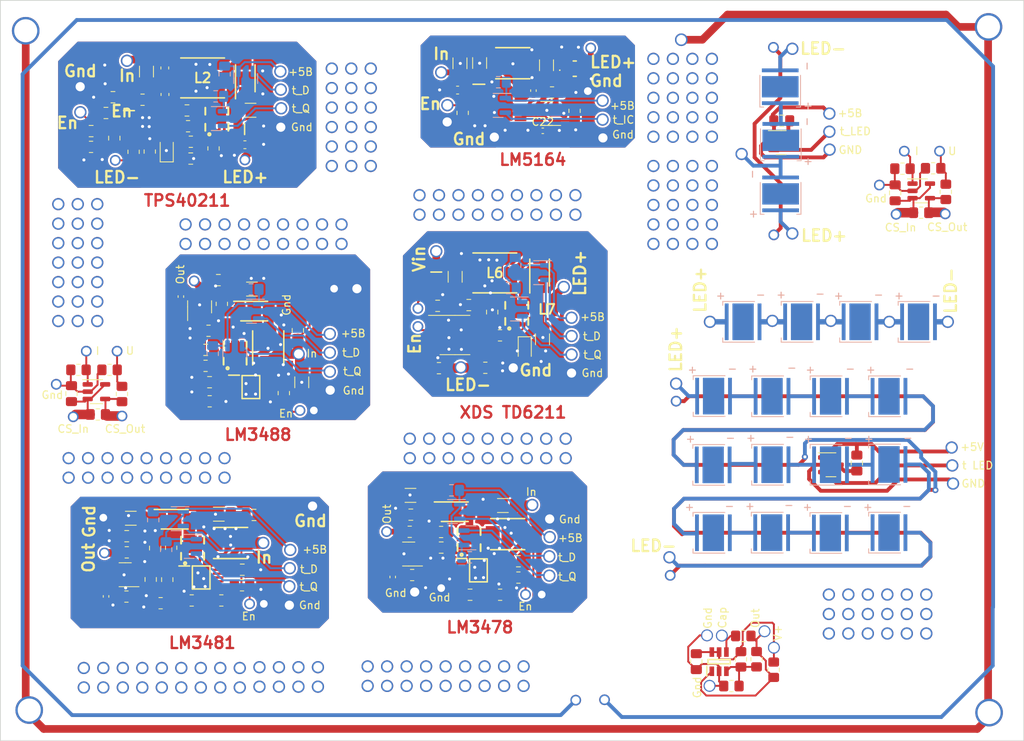
<source format=kicad_pcb>
(kicad_pcb (version 20211014) (generator pcbnew)
  (layers (0 "F.Cu" signal) (31 "B.Cu" signal) (34 "B.Paste" user) (35 "F.Paste" user) (36 "B.SilkS" user "B.Silkscreen") (37 "F.SilkS" user "F.Silkscreen") (38 "B.Mask" user) (39 "F.Mask" user) (44 "Edge.Cuts" user))
  (net 0 "")
  (net 1 "GND")
  (net 2 "Net-(C11-Pad1)")
  (net 3 "Net-(C4-Pad2)")
  (net 4 "Net-(C22-Pad1)")
  (net 5 "Net-(C10-Pad1)")
  (net 6 "Net-(C14-Pad1)")
  (net 7 "Net-(C15-Pad1)")
  (net 8 "Net-(C17-Pad1)")
  (net 9 "Net-(D7-Pad1)")
  (net 10 "Net-(C3-Pad2)")
  (net 11 "Net-(D12-Pad2)")
  (net 12 "Net-(D13-Pad1)")
  (net 13 "Net-(C1-Pad2)")
  (net 14 "Net-(C1-Pad1)")
  (net 15 "Net-(C16-Pad1)")
  (net 16 "Net-(C2-Pad1)")
  (net 17 "Net-(C10-Pad2)")
  (net 18 "Net-(Q1-Pad1)")
  (net 19 "Net-(Q1-Pad4)")
  (net 20 "Net-(C15-Pad2)")
  (net 21 "Net-(C9-Pad1)")
  (net 22 "Net-(C12-Pad1)")
  (net 23 "Net-(C13-Pad1)")
  (net 24 "Net-(C14-Pad2)")
  (net 25 "Net-(C18-Pad1)")
  (net 26 "Net-(C19-Pad1)")
  (net 27 "Net-(C21-Pad1)")
  (net 28 "Net-(D6-Pad1)")
  (net 29 "Net-(D10-Pad1)")
  (net 30 "Net-(D14-Pad1)")
  (net 31 "Net-(D17-Pad1)")
  (net 32 "Net-(D18-Pad1)")
  (net 33 "Net-(D20-Pad4)")
  (net 34 "Net-(D20-Pad5)")
  (net 35 "Net-(D20-Pad6)")
  (net 36 "Net-(D21-Pad2)")
  (net 37 "Net-(D22-Pad1)")
  (net 38 "Net-(D23-Pad1)")
  (net 39 "Net-(D24-Pad1)")
  (net 41 "Net-(D25-Pad1)")
  (net 43 "Net-(D26-Pad1)")
  (net 45 "Net-(D27-Pad1)")
  (net 47 "Net-(D28-Pad1)")
  (net 49 "Net-(D29-Pad1)")
  (net 51 "Net-(D30-Pad1)")
  (net 53 "Net-(D31-Pad1)")
  (net 55 "Net-(D32-Pad1)")
  (net 57 "Net-(D33-Pad1)")
  (net 59 "Net-(D34-Pad1)")
  (net 62 "Net-(IC1-Pad8)")
  (net 63 "Net-(IC2-Pad4)")
  (net 64 "Net-(IC2-Pad5)")
  (net 66 "Net-(C23-Pad2)")
  (net 67 "Net-(C24-Pad1)")
  (net 68 "Net-(C25-Pad1)")
  (net 69 "Net-(C26-Pad1)")
  (net 70 "Net-(C28-Pad1)")
  (net 71 "Net-(C29-Pad1)")
  (net 72 "Net-(C31-Pad1)")
  (net 73 "Net-(C32-Pad1)")
  (net 74 "Net-(C32-Pad2)")
  (net 75 "Net-(C33-Pad1)")
  (net 76 "Net-(C33-Pad2)")
  (net 77 "Net-(C34-Pad1)")
  (net 78 "Net-(C35-Pad1)")
  (net 79 "Net-(C38-Pad1)")
  (net 80 "Net-(C39-Pad1)")
  (net 81 "Net-(C40-Pad1)")
  (net 82 "Net-(C41-Pad1)")
  (net 83 "Net-(D24-Pad2)")
  (net 84 "Net-(D35-Pad1)")
  (net 85 "Net-(D38-Pad2)")
  (net 86 "Net-(D39-Pad1)")
  (net 87 "Net-(D45-Pad2)")
  (net 88 "Net-(D46-Pad2)")
  (net 89 "Net-(D47-Pad1)")
  (net 90 "Net-(D47-Pad2)")
  (net 92 "Net-(D48-Pad1)")
  (net 94 "Net-(D49-Pad1)")
  (net 96 "Net-(D51-Pad1)")
  (net 97 "Net-(D53-Pad1)")
  (net 98 "Net-(IC3-Pad2)")
  (net 99 "Net-(IC3-Pad4)")
  (net 100 "Net-(IC3-Pad6)")
  (net 101 "Net-(IC3-Pad8)")
  (net 102 "Net-(IC4-Pad3)")
  (net 103 "Net-(IC4-Pad6)")
  (net 104 "Net-(IC4-Pad7)")
  (net 105 "Net-(IC5-Pad3)")
  (net 106 "Net-(IC5-Pad6)")
  (net 107 "Net-(IC5-Pad7)")
  (net 108 "Net-(C23-Pad1)")
  (net 109 "Net-(C34-Pad2)")
  (net 110 "Net-(C35-Pad2)")
  (net 111 "Net-(C46-Pad1)")
  (net 112 "Net-(C47-Pad1)")
  (net 113 "Net-(C49-Pad1)")
  (net 114 "Net-(C51-Pad1)")
  (net 115 "Net-(C51-Pad2)")
  (net 116 "Net-(C52-Pad1)")
  (net 117 "Net-(C17-Pad2)")
  (net 118 "Net-(C54-Pad1)")
  (net 119 "Net-(C55-Pad1)")
  (net 120 "Net-(C58-Pad1)")
  (net 121 "Net-(C58-Pad2)")
  (net 122 "Net-(C59-Pad1)")
  (net 123 "Net-(C59-Pad2)")
  (net 124 "Net-(C60-Pad1)")
  (net 125 "Net-(C60-Pad2)")
  (net 126 "Net-(D60-Pad1)")
  (net 127 "Net-(D63-Pad1)")
  (net 128 "Net-(D64-Pad1)")
  (net 129 "Net-(D67-Pad1)")
  (net 130 "Net-(D68-Pad1)")
  (net 131 "Net-(D71-Pad1)")
  (net 132 "Net-(D73-Pad1)")
  (net 133 "Net-(D75-Pad1)")
  (net 134 "Net-(D76-Pad1)")
  (net 135 "Net-(D78-Pad1)")
  (net 136 "Net-(D81-Pad1)")
  (net 137 "Net-(D82-Pad1)")
  (net 138 "Net-(D85-Pad1)")
  (net 139 "Net-(D86-Pad1)")
  (net 140 "Net-(D88-Pad1)")
  (net 141 "Net-(D90-Pad1)")
  (net 142 "Net-(D91-Pad1)")
  (net 143 "Net-(D93-Pad1)")
  (net 144 "Net-(D96-Pad1)")
  (net 145 "Net-(IC6-Pad5)")
  (net 146 "Net-(IC6-Pad2)")
  (net 147 "Net-(D20-Pad2)")
  (net 148 "Net-(R5-Pad2)")
  (net 149 "Net-(R17-Pad2)")
  (net 150 "Net-(R24-Pad2)")
  (net 151 "Net-(R23-Pad2)")
  (net 152 "Net-(IC6-Pad1)")
  (net 153 "Net-(IC6-Pad3)")
  (net 154 "Net-(IC6-Pad4)")
  (footprint "" (layer "F.Cu") (at 137.16 113.03)
    (fp_text reference "")
    (fp_text value "")
  )
  (footprint "Flat_Wires_Pads:Wire_Hole_1mm" (layer "F.Cu") (at 131.9276 130.81)
    (fp_text reference "D104" hide)
    (fp_text value "Wire_Pad_01" hide)
  )
  (footprint "Capacitor_SMD:C_0402_1005Metric_Pad0.74x0.62mm_HandSolder" (layer "F.Cu") (at 114.6192 128.522953 -90)
    (fp_text reference "C44" hide)
    (fp_text value "C" hide)
  )
  (footprint "mount_holes:Hole_screw_M1p2" (layer "F.Cu") (at 152.2222 58.4708)
    (fp_text reference "U3" hide)
    (fp_text value "Mounting_Hole_M2" hide)
  )
  (footprint "" (layer "F.Cu") (at 134.62 110.49)
    (fp_text reference "")
    (fp_text value "")
  )
  (footprint "libraries:WireHole_1p2" (layer "F.Cu") (at 171.5161 68.0977)
    (fp_text reference "D95" hide)
    (fp_text value "+5B")
  )
  (footprint "Flat_Wires_Pads:Wire_Hole_1mm" (layer "F.Cu") (at 95.361 74.1426)
    (fp_text reference "D11" hide)
    (fp_text value "Wire_Pad_01" hide)
  )
  (footprint "" (layer "F.Cu") (at 184.15 133.35)
    (fp_text reference "")
    (fp_text value "")
  )
  (footprint "Capacitor_SMD:C_0805_2012Metric_Pad1.18x1.45mm_HandSolder" (layer "F.Cu") (at 120.9372 124.687553 180)
    (fp_text reference "C38" hide)
    (fp_text value "C" hide)
  )
  (footprint "" (layer "F.Cu") (at 179.324 95.25)
    (fp_text reference "")
    (fp_text value "")
  )
  (footprint "Package_TO_SOT_SMD:SOT-23-5" (layer "F.Cu") (at 79.762993 128.230813 180)
    (fp_text reference "U6" hide)
    (fp_text value "INA138" hide)
  )
  (footprint "libraries:SOP50P490X110-11N" (layer "F.Cu") (at 82.4578 69.215)
    (fp_text reference "IC1" hide)
    (fp_text value "TPS40211QDGQRQ1" hide)
  )
  (footprint "" (layer "F.Cu") (at 181.61 135.89)
    (fp_text reference "")
    (fp_text value "")
  )
  (footprint "" (layer "F.Cu") (at 81.9912 140.3858)
    (fp_text reference "")
    (fp_text value "")
  )
  (footprint "" (layer "F.Cu") (at 74.3712 142.9258)
    (fp_text reference "")
    (fp_text value "")
  )
  (footprint "" (layer "F.Cu") (at 82.55 113.03)
    (fp_text reference "")
    (fp_text value "")
  )
  (footprint "" (layer "F.Cu") (at 84.5312 140.3858)
    (fp_text reference "")
    (fp_text value "")
  )
  (footprint "" (layer "F.Cu") (at 111.76 69.85 90)
    (fp_text reference "")
    (fp_text value "")
  )
  (footprint "" (layer "F.Cu") (at 130.81 81.28)
    (fp_text reference "")
    (fp_text value "")
  )
  (footprint "" (layer "F.Cu") (at 151.13 82.55 90)
    (fp_text reference "")
    (fp_text value "")
  )
  (footprint "libraries:WireHole_1p2" (layer "F.Cu") (at 171.5161 70.4599)
    (fp_text reference "D96" hide)
    (fp_text value "t_LED")
  )
  (footprint "Capacitor_SMD:C_0805_2012Metric_Pad1.18x1.45mm_HandSolder" (layer "F.Cu") (at 87.8133 67.691)
    (fp_text reference "C9" hide)
    (fp_text value "C" hide)
  )
  (footprint "" (layer "F.Cu") (at 81.9912 142.9258)
    (fp_text reference "")
    (fp_text value "")
  )
  (footprint "" (layer "F.Cu") (at 106.68 74.93)
    (fp_text reference "")
    (fp_text value "")
  )
  (footprint "" (layer "F.Cu") (at 71.0438 82.4484 90)
    (fp_text reference "")
    (fp_text value "")
  )
  (footprint "libraries:WireHole_1p2" (layer "F.Cu") (at 79.994 61.214)
    (fp_text reference "D4" hide)
    (fp_text value "WireHole_1p5" hide)
  )
  (footprint "" (layer "F.Cu") (at 85.09 115.57)
    (fp_text reference "")
    (fp_text value "")
  )
  (footprint "Resistor_SMD:R_0805_2012Metric_Pad1.20x1.40mm_HandSolder" (layer "F.Cu") (at 76.191928 107.3302)
    (fp_text reference "R35" hide)
    (fp_text value "R" hide)
  )
  (footprint "" (layer "F.Cu") (at 92.1512 140.3858)
    (fp_text reference "")
    (fp_text value "")
  )
  (footprint "libraries:INDC2016X80N" (layer "F.Cu") (at 134.7098 93.6244)
    (fp_text reference "L7")
    (fp_text value "TFM201610ALC-R47MTAA" hide)
  )
  (footprint "libraries:SOIC127P600X170-9N" (layer "F.Cu") (at 128.562 66.8583)
    (fp_text reference "IC2" hide)
    (fp_text value "LM5164QDDATQ1" hide)
  )
  (footprint "Resistor_SMD:R_0805_2012Metric_Pad1.20x1.40mm_HandSolder" (layer "F.Cu") (at 186.69 78.30585 -90)
    (fp_text reference "R33" hide)
    (fp_text value "R")
  )
  (footprint "Resistor_SMD:R_0805_2012Metric_Pad1.20x1.40mm_HandSolder" (layer "F.Cu") (at 84.380293 131.939213)
    (fp_text reference "R14" hide)
    (fp_text value "R" hide)
  )
  (footprint "" (layer "F.Cu") (at 156.21 68.58 90)
    (fp_text reference "")
    (fp_text value "")
  )
  (footprint "libraries:WireHole_1p2" (layer "F.Cu") (at 101.153693 132.202613)
    (fp_text reference "D65" hide)
    (fp_text value "Gnd")
  )
  (footprint "" (layer "F.Cu") (at 95.25 85.09)
    (fp_text reference "")
    (fp_text value "")
  )
  (footprint "" (layer "F.Cu") (at 109.22 74.93)
    (fp_text reference "")
    (fp_text value "")
  )
  (footprint "Diode_SMD:D_SOD-323F" (layer "F.Cu") (at 85.1756 72.898 90)
    (fp_text reference "Z1" hide)
    (fp_text value "BZT52-C5V1J" hide)
  )
  (footprint "libraries:SOP65P490X110-8N" (layer "F.Cu") (at 125.7886 127.659353)
    (fp_text reference "IC5" hide)
    (fp_text value "LM3478MMX_NOPB" hide)
  )
  (footprint "" (layer "F.Cu") (at 173.99 133.35)
    (fp_text reference "")
    (fp_text value "")
  )
  (footprint "" (layer "F.Cu") (at 153.67 71.12 90)
    (fp_text reference "")
    (fp_text value "")
  )
  (footprint "libraries:SODFL4626X120N" (layer "F.Cu") (at 122.7102 120.013953)
    (fp_text reference "D45" hide)
    (fp_text value "SS36" hide)
  )
  (footprint "Flat_Wires_Pads:Wire_Hole_1mm" (layer "F.Cu") (at 150.777 128.306)
    (fp_text reference "D14" hide)
    (fp_text value "Wire_Pad_01" hide)
  )
  (footprint "" (layer "F.Cu") (at 132.08 110.49)
    (fp_text reference "")
    (fp_text value "")
  )
  (footprint "" (layer "F.Cu") (at 80.01 113.03)
    (fp_text reference "")
    (fp_text value "")
  )
  (footprint "libraries:DFN_3X3_EP" (layer "F.Cu") (at 94.0816 99.3329)
    (fp_text reference "Q5" hide)
    (fp_text value "AON7407" hide)
  )
  (footprint "libraries:WireHole_1p2" (layer "F.Cu") (at 101.2698 124.9934)
    (fp_text reference "D62" hide)
    (fp_text value "+5B")
  )
  (footprint "" (layer "F.Cu") (at 71.0438 95.1484 90)
    (fp_text reference "")
    (fp_text value "")
  )
  (footprint "" (layer "F.Cu") (at 71.0438 92.6084 90)
    (fp_text reference "")
    (fp_text value "")
  )
  (footprint "" (layer "F.Cu") (at 95.25 82.55)
    (fp_text reference "")
    (fp_text value "")
  )
  (footprint "" (layer "F.Cu") (at 111.76 64.77 90)
    (fp_text reference "")
    (fp_text value "")
  )
  (footprint "Resistor_SMD:R_0805_2012Metric_Pad1.20x1.40mm_HandSolder" (layer "F.Cu") (at 160.2994 136.2108)
    (fp_text reference "R39" hide)
    (fp_text value "R" hide)
  )
  (footprint "" (layer "F.Cu") (at 164.084 95.123)
    (fp_text reference "")
    (fp_text value "")
  )
  (footprint "" (layer "F.Cu") (at 171.45 130.81)
    (fp_text reference "")
    (fp_text value "")
  )
  (footprint "Capacitor_SMD:C_1206_3216Metric_Pad1.33x1.80mm_HandSolder" (layer "F.Cu") (at 96.2791 90.9832)
    (fp_text reference "C41" hide)
    (fp_text value "C" hide)
  )
  (footprint "Flat_Wires_Pads:Wire_Hole_1mm" (layer "F.Cu") (at 97.826293 132.024813)
    (fp_text reference "D101" hide)
    (fp_text value "Wire_Pad_01" hide)
  )
  (footprint "" (layer "F.Cu") (at 97.79 85.09)
    (fp_text reference "")
    (fp_text value "")
  )
  (footprint "Capacitor_SMD:C_0805_2012Metric_Pad1.18x1.45mm_HandSolder" (layer "F.Cu") (at 75.3243 70.3834)
    (fp_text reference "C1" hide)
    (fp_text value "C" hide)
  )
  (footprint "Capacitor_SMD:C_0805_2012Metric_Pad1.18x1.45mm_HandSolder" (layer "F.Cu") (at 102.2604 96.3719 90)
    (fp_text reference "C37" hide)
    (fp_text value "C" hide)
  )
  (footprint "" (layer "F.Cu") (at 129.1336 140.1826)
    (fp_text reference "")
    (fp_text value "")
  )
  (footprint "Capacitor_SMD:C_0805_2012Metric_Pad1.18x1.45mm_HandSolder" (layer "F.Cu") (at 78.1691 65.9638)
    (fp_text reference "C3" hide)
    (fp_text value "C")
  )
  (footprint "Capacitor_SMD:C_0402_1005Metric_Pad0.74x0.62mm_HandSolder" (layer "F.Cu") (at 134.1754 70.3468)
    (fp_text reference "C22")
    (fp_text value "C" hide)
  )
  (footprint "" (layer "F.Cu") (at 138.43 81.28)
    (fp_text reference "")
    (fp_text value "")
  )
  (footprint "libraries:WireHole_1p2" (layer "F.Cu") (at 127.8636 71.1708)
    (fp_text reference "D2" hide)
    (fp_text value "WireHole_1p5" hide)
  )
  (footprint "" (layer "F.Cu") (at 135.89 78.74)
    (fp_text reference "")
    (fp_text value "")
  )
  (footprint "Resistor_SMD:R_0805_2012Metric_Pad1.20x1.40mm_HandSolder" (layer "F.Cu") (at 75.311 72.4408)
    (fp_text reference "R3" hide)
    (fp_text value "R" hide)
  )
  (footprint "" (layer "F.Cu") (at 87.63 85.09)
    (fp_text reference "")
    (fp_text value "")
  )
  (footprint "" (layer "F.Cu") (at 151.13 80.01 90)
    (fp_text reference "")
    (fp_text value "")
  )
  (footprint "" (layer "F.Cu") (at 106.68 72.39 90)
    (fp_text reference "")
    (fp_text value "")
  )
  (footprint "" (layer "F.Cu") (at 156.21 77.47 90)
    (fp_text reference "")
    (fp_text value "")
  )
  (footprint "" (layer "F.Cu") (at 173.99 130.81)
    (fp_text reference "")
    (fp_text value "")
  )
  (footprint "" (layer "F.Cu") (at 85.09 113.03)
    (fp_text reference "")
    (fp_text value "")
  )
  (footprint "Capacitor_SMD:C_0805_2012Metric_Pad1.18x1.45mm_HandSolder" (layer "F.Cu") (at 83.084893 128.844313 90)
    (fp_text reference "C23" hide)
    (fp_text value "C" hide)
  )
  (footprint "Resistor_SMD:R_0805_2012Metric_Pad1.20x1.40mm_HandSolder" (layer "F.Cu") (at 100.4316 104.5468 -90)
    (fp_text reference "R24" hide)
    (fp_text value "R" hide)
  )
  (footprint "" (layer "F.Cu") (at 153.67 66.04 90)
    (fp_text reference "")
    (fp_text value "")
  )
  (footprint "" (layer "F.Cu") (at 76.1238 84.9884 90)
    (fp_text reference "")
    (fp_text value "")
  )
  (footprint "Flat_Wires_Pads:Wire_Hole_1mm" (layer "F.Cu") (at 117.9068 95.8596)
    (fp_text reference "D107" hide)
    (fp_text value "Wire_Pad_01" hide)
  )
  (footprint "" (layer "F.Cu") (at 118.9736 142.7226)
    (fp_text reference "")
    (fp_text value "")
  )
  (footprint "Capacitor_SMD:C_0402_1005Metric_Pad0.74x0.62mm_HandSolder" (layer "F.Cu") (at 77.268293 131.050213 -90)
    (fp_text reference "C31" hide)
    (fp_text value "C" hide)
  )
  (footprint "Resistor_SMD:R_0805_2012Metric_Pad1.20x1.40mm_HandSolder" (layer "F.Cu") (at 159.9946 139.2588 90)
    (fp_text reference "R40" hide)
    (fp_text value "R" hide)
  )
  (footprint "Flat_Wires_Pads:Wire_Hole_1mm" (layer "F.Cu") (at 140.4238 59.5518)
    (fp_text reference "D13" hide)
    (fp_text value "Wire_Pad_01" hide)
  )
  (footprint "libraries:WireHole_1p2" (layer "F.Cu") (at 121.7422 67.0052)
    (fp_text reference "D98" hide)
    (fp_text value "WireHole_1p5" hide)
  )
  (footprint "" (layer "F.Cu") (at 99.7966 140.2842)
    (fp_text reference "")
    (fp_text value "")
  )
  (footprint "XDS_Semi:TX6211" (layer "F.Cu") (at 122.363 93.4918)
    (fp_text reference "D20" hide)
    (fp_text value "TX6211" hide)
  )
  (footprint "libraries:INDPM4441X200N" (layer "F.Cu") (at 98.3996 98.654 90)
    (fp_text reference "L10" hide)
    (fp_text value "SRP4020TA-100M" hide)
  )
  (footprint "" (layer "F.Cu") (at 76.1238 90.0684 90)
    (fp_text reference "")
    (fp_text value "")
  )
  (footprint "libraries:WireHole_1p2" (layer "F.Cu") (at 135.0772 123.317)
    (fp_text reference "D80" hide)
    (fp_text value "+5B")
  )
  (footprint "" (layer "F.Cu") (at 111.76 72.39 90)
    (fp_text reference "")
    (fp_text value "")
  )
  (footprint "" (layer "F.Cu") (at 92.71 113.03)
    (fp_text reference "")
    (fp_text value "")
  )
  (footprint "Resistor_SMD:R_0805_2012Metric_Pad1.20x1.40mm_HandSolder" (layer "F.Cu") (at 92.3544 92.9136 90)
    (fp_text reference "R29" hide)
    (fp_text value "R" hide)
  )
  (footprint "Resistor_SMD:R_0805_2012Metric_Pad1.20x1.40mm_HandSolder" (layer "F.Cu") (at 138.3156 67.7466 -90)
    (fp_text reference "R10" hide)
    (fp_text value "R" hide)
  )
  (footprint "libraries:INDPM5752X300N" (layer "F.Cu") (at 127.9274 88.8746)
    (fp_text reference "L6")
    (fp_text value "TFM201610ALC-R47MTAA" hide)
  )
  (footprint "Flat_Wires_Pads:Wire_Hole_1mm" (layer "F.Cu") (at 72.991528 107.635)
    (fp_text reference "D79" hide)
    (fp_text value "CS_In")
  )
  (footprint "" (layer "F.Cu") (at 137.16 110.49)
    (fp_text reference "")
    (fp_text value "")
  )
  (footprint "libraries:WireHole_1p2" (layer "F.Cu") (at 117.4828 130.4798)
    (fp_text reference "D41" hide)
    (fp_text value "Gnd")
  )
  (footprint "Resistor_SMD:R_0805_2012Metric_Pad1.20x1.40mm_HandSolder" (layer "F.Cu") (at 90.2368 100.9908 180)
    (fp_text reference "R26" hide)
    (fp_text value "R" hide)
  )
  (footprint "" (layer "F.Cu") (at 153.67 85.09 90)
    (fp_text reference "")
    (fp_text value "")
  )
  (footprint "" (layer "F.Cu") (at 125.73 81.28)
    (fp_text reference "")
    (fp_text value "")
  )
  (footprint "Package_TO_SOT_SMD:SOT-23-5" (layer "F.Cu") (at 183.4896 78.17885)
    (fp_text reference "U14" hide)
    (fp_text value "INA138" hide)
  )
  (footprint "libraries:INDPM5752X300N" (layer "F.Cu") (at 89.8492 63.4492)
    (fp_text reference "L2")
    (fp_text value "SRP7050AA-220M" hide)
  )
  (footprint "Flat_Wires_Pads:Wire_Hole_1mm" (layer "F.Cu") (at 102.5398 106.807)
    (fp_text reference "D102" hide)
    (fp_text value "Wire_Pad_01" hide)
  )
  (footprint "libraries:WireHole_1p2" (layer "F.Cu") (at 166.6862 83.7282 90)
    (fp_text reference "D57" hide)
    (fp_text value "WireHole_1p5" hide)
  )
  (footprint "Flat_Wires_Pads:Wire_Hole_1mm" (layer "F.Cu") (at 77.065093 125.386013)
    (fp_text reference "D39" hide)
    (fp_text value "Wire_Pad_01" hide)
  )
  (footprint "Capacitor_SMD:C_0805_2012Metric_Pad1.18x1.45mm_HandSolder" (layer "F.Cu") (at 95.018993 127.570413)
    (fp_text reference "C25" hide)
    (fp_text value "C" hide)
  )
  (footprint "" (layer "F.Cu") (at 123.19 78.74)
    (fp_text reference "")
    (fp_text value "")
  )
  (footprint "" (layer "F.Cu") (at 128.27 78.74)
    (fp_text reference "")
    (fp_text value "")
  )
  (footprint "" (layer "F.Cu") (at 100.33 82.55)
    (fp_text reference "")
    (fp_text value "")
  )
  (footprint "Capacitor_SMD:C_1206_3216Metric_Pad1.33x1.80mm_HandSolder" (layer "F.Cu") (at 134.1374 97.5247 -90)
    (fp_text reference "C21" hide)
    (fp_text value "C" hide)
  )
  (footprint "Capacitor_SMD:C_0805_2012Metric_Pad1.18x1.45mm_HandSolder" (layer "F.Cu") (at 90.7581 103.1244)
    (fp_text reference "C32" hide)
    (fp_text value "C" hide)
  )
  (footprint "" (layer "F.Cu") (at 129.54 110.49)
    (fp_text reference "")
    (fp_text value "")
  )
  (footprint "libraries:WireHole_1p2" (layer "F.Cu") (at 137.9243 97.1042)
    (fp_text reference "D75" hide)
    (fp_text value "t_D")
  )
  (footprint "" (layer "F.Cu") (at 148.59 80.01 90)
    (fp_text reference "")
    (fp_text value "")
  )
  (footprint "Flat_Wires_Pads:Wire_Hole_1mm" (layer "F.Cu") (at 76.912693 120.788613)
    (fp_text reference "D40" hide)
    (fp_text value "Gnd" hide)
  )
  (footprint "" (layer "F.Cu") (at 79.4512 142.9258)
    (fp_text reference "")
    (fp_text value "")
  )
  (footprint "" (layer "F.Cu") (at 73.5838 92.6084 90)
    (fp_text reference "")
    (fp_text value "")
  )
  (footprint "" (layer "F.Cu") (at 111.76 74.93)
    (fp_text reference "")
    (fp_text value "")
  )
  (footprint "libraries:SOP65P490X110-8N" (layer "F.Cu") (at 96.144 103.7594)
    (fp_text reference "IC4" hide)
    (fp_text value "LM3488MM" hide)
  )
  (footprint "" (layer "F.Cu") (at 106.68 64.77 90)
    (fp_text reference "")
    (fp_text value "")
  )
  (footprint "" (layer "F.Cu") (at 109.22 69.85 90)
    (fp_text reference "")
    (fp_text value "")
  )
  (footprint "libraries:SODFL4626X120N" (layer "F.Cu") (at 133.7564 88.8238 90)
    (fp_text reference "D21" hide)
    (fp_text value "SS36" hide)
  )
  (footprint "" (layer "F.Cu") (at 156.21 66.04 90)
    (fp_text reference "")
    (fp_text value "")
  )
  (footprint "" (layer "F.Cu") (at 156.21 85.09 90)
    (fp_text reference "")
    (fp_text value "")
  )
  (footprint "" (layer "F.Cu") (at 179.07 130.81)
    (fp_text reference "")
    (fp_text value "")
  )
  (footprint "" (layer "F.Cu") (at 90.17 85.09)
    (fp_text reference "")
    (fp_text value "")
  )
  (footprint "" (layer "F.Cu") (at 176.53 130.81)
    (fp_text reference "")
    (fp_text value "")
  )
  (footprint "Capacitor_SMD:C_1206_3216Metric_Pad1.33x1.80mm_HandSolder" (layer "F.Cu") (at 102.7684 103.1367 -90)
    (fp_text reference "C35" hide)
    (fp_text value "C" hide)
  )
  (footprint "" (layer "F.Cu") (at 148.59 63.5 90)
    (fp_text reference "")
    (fp_text value "")
  )
  (footprint "" (layer "F.Cu") (at 148.59 68.58 90)
    (fp_text reference "")
    (fp_text value "")
  )
  (footprint "Capacitor_SMD:C_1206_3216Metric_Pad1.33x1.80mm_HandSolder" (layer "F.Cu") (at 123.3804 61.5453 90)
    (fp_text reference "C7" hide)
    (fp_text value "C" hide)
  )
  (footprint "" (layer "F.Cu") (at 138.43 78.74)
    (fp_text reference "")
    (fp_text value "")
  )
  (footprint "" (layer "F.Cu") (at 99.7966 142.8242)
    (fp_text reference "")
    (fp_text value "")
  )
  (footprint "" (layer "F.Cu") (at 121.92 113.03)
    (fp_text reference "")
    (fp_text value "")
  )
  (footprint "" (layer "F.Cu") (at 102.3366 140.2842)
    (fp_text reference "")
    (fp_text value "")
  )
  (footprint "libraries:WireHole_1p2" (layer "F.Cu") (at 104.176293 119.274013)
    (fp_text reference "D37" hide)
    (fp_text value "WireHole_1p5" hide)
  )
  (footprint "" (layer "F.Cu") (at 109.22 64.77 90)
    (fp_text reference "")
    (fp_text value "")
  )
  (footprint "" (layer "F.Cu") (at 176.53 133.35)
    (fp_text reference "")
    (fp_text value "")
  )
  (footprint "Capacitor_SMD:C_0805_2012Metric_Pad1.18x1.45mm_HandSolder" (layer "F.Cu") (at 154.178 139.5636 -90)
    (fp_text reference "C61" hide)
    (fp_text value "C" hide)
  )
  (footprint "Resistor_SMD:R_0805_2012Metric_Pad1.20x1.40mm_HandSolder" (layer "F.Cu") (at 82.9658 73.0504 -90)
    (fp_text reference "R1" hide)
    (fp_text value "R" hide)
  )
  (footprint "libraries:SODFL4626X120N" (layer "F.Cu") (at 95.4118 63.5 90)
    (fp_text reference "D12" hide)
    (fp_text value "SS36" hide)
  )
  (footprint "" (layer "F.Cu") (at 124.46 113.03)
    (fp_text reference "")
    (fp_text value "")
  )
  (footprint "Capacitor_SMD:C_0805_2012Metric_Pad1.18x1.45mm_HandSolder" (layer "F.Cu") (at 127.5842 93.9839 90)
    (fp_text reference "C19" hide)
    (fp_text value "C" hide)
  )
  (footprint "" (layer "F.Cu") (at 92.71 85.09)
    (fp_text reference "")
    (fp_text value "")
  )
  (footprint "Resistor_SMD:R_0805_2012Metric_Pad1.20x1.40mm_HandSolder" (layer "F.Cu") (at 90.7702 105.6136)
    (fp_text reference "R21" hide)
    (fp_text value "R" hide)
  )
  (footprint "" (layer "F.Cu") (at 102.3366 142.8242)
    (fp_text reference "")
    (fp_text value "")
  )
  (footprint "" (layer "F.Cu") (at 73.5838 87.5284 90)
    (fp_text reference "")
    (fp_text value "")
  )
  (footprint "libraries:WireHole_1p2" (layer "F.Cu") (at 120.942 62.7268)
    (fp_text reference "D5" hide)
    (fp_text value "WireHole_1p5" hide)
  )
  (footprint "libraries:WireHole_1p2" (layer "F.Cu") (at 100.0854 67.4116)
    (fp_text reference "D68" hide)
    (fp_text value "t_Q")
  )
  (footprint "" (layer "F.Cu") (at 73.5838 79.9084 90)
    (fp_text reference "")
    (fp_text value "")
  )
  (footprint "" (layer "F.Cu") (at 100.33 85.09)
    (fp_text reference "")
    (fp_text value "")
  )
  (footprint "Flat_Wires_Pads:Wire_Hole_1mm" (layer "F.Cu") (at 113.8252 122.6058)
    (fp_text reference "D51" hide)
    (fp_text value "Out")
  )
  (footprint "" (layer "F.Cu") (at 97.2566 142.8242)
    (fp_text reference "")
    (fp_text value "")
  )
  (footprint "" (layer "F.Cu") (at 151.13 77.47 90)
    (fp_text reference "")
    (fp_text value "")
  )
  (footprint "" (layer "F.Cu") (at 87.0712 142.9258)
    (fp_text reference "")
    (fp_text value "")
  )
  (footprint "libraries:WireHole_1p2" (layer "F.Cu") (at 187.4508 111.6412)
    (fp_text reference "D92" hide)
    (fp_text value "+5V")
  )
  (footprint "" (layer "F.Cu") (at 76.1238 95.1484 90)
    (fp_text reference "")
    (fp_text value "")
  )
  (footprint "Package_TO_SOT_SMD:SOT-23" (layer "F.Cu") (at 171.7197 113.8916)
    (fp_text reference "U22" hide)
    (fp_text value "MCP9700AT-ETT" hide)
  )
  (footprint "Capacitor_SMD:C_1206_3216Metric_Pad1.33x1.80mm_HandSolder" (layer "F.Cu") (at 122.7582 89.3826 -90)
    (fp_text reference "C18" hide)
    (fp_text value "C" hide)
  )
  (footprint "Capacitor_SMD:C_0805_2012Metric_Pad1.18x1.45mm_HandSolder" (layer "F.Cu") (at 85.243893 128.865813 90)
    (fp_text reference "C24" hide)
    (fp_text value "C" hide)
  )
  (footprint "libraries:WireHole_1p2" (layer "F.Cu") (at 136.906 90.7034)
    (fp_text reference "D23" hide)
    (fp_text value "WireHole_1p5" hide)
  )
  (footprint "Flat_Wires_Pads:Wire_Hole_1mm" (layer "F.Cu") (at 186.6138 81.17605)
    (fp_text reference "D71" hide)
    (fp_text value "CS_Out")
  )
  (footprint "Capacitor_SMD:C_1206_3216Metric_Pad1.33x1.80mm_HandSolder" (layer "F.Cu") (at 96.0976 67.6656)
    (fp_text reference "C13" hide)
    (fp_text value "C")
  )
  (footprint "libraries:INDPM4441X200N" (layer "F.Cu") (at 130.2638 61.533)
    (fp_text reference "L3" hide)
    (fp_text value "SRP4020TA-100M" hide)
  )
  (footprint "" (layer "F.Cu") (at 113.8936 142.7226)
    (fp_text reference "")
    (fp_text value "")
  )
  (footprint "libraries:WireHole_1p2" (layer "F.Cu") (at 109.9566 90.932)
    (fp_text reference "D44" hide)
    (fp_text value "WireHole_1p5" hide)
  )
  (footprint "" (layer "F.Cu") (at 72.39 115.57)
    (fp_text reference "")
    (fp_text value "")
  )
  (footprint "libraries:WireHole_1p2" (layer "F.Cu") (at 171.5415 72.7967)
    (fp_text reference "D97" hide)
    (fp_text value "GND")
  )
  (footprint "libraries:WireHole_1p2" (layer "F.Cu") (at 150.677 125.956)
    (fp_text reference "D50" hide)
    (fp_text value "Flash LED +" hide)
  )
  (footprint "libraries:WireHole_1p2" (layer "F.Cu") (at 73.9234 67.9196)
    (fp_text reference "D17" hide)
    (fp_text value "WireHole_1p5" hide)
  )
  (footprint "Flat_Wires_Pads:Wire_Hole_1mm" (layer "F.Cu") (at 70.781728 103.3932)
    (fp_text reference "D89" hide)
    (fp_text value "Gnd")
  )
  (footprint "" (layer "F.Cu") (at 135.89 81.28)
    (fp_text reference "")
    (fp_text value "")
  )
  (footprint "" (layer "F.Cu") (at 106.68 67.31 90)
    (fp_text reference "")
    (fp_text value "")
  )
  (footprint "" (layer "F.Cu") (at 71.0438 79.9084 90)
    (fp_text reference "")
    (fp_text value "")
  )
  (footprint "" (layer "F.Cu") (at 89.6112 142.9258)
    (fp_text reference "")
    (fp_text value "")
  )
  (footprint "Resistor_SMD:R_0805_2012Metric_Pad1.20x1.40mm_HandSolder" (layer "F.Cu") (at 92.289093 131.583613)
    (fp_text reference "R16" hide)
    (fp_text value "R" hide)
  )
  (footprint "" (layer "F.Cu") (at 92.71 82.55)
    (fp_text reference "")
    (fp_text value "")
  )
  (footprint "Flat_Wires_Pads:Wire_Hole_1mm" (layer "F.Cu") (at 181.2798 72.99725)
    (fp_text reference "D78" hide)
    (fp_text value "I")
  )
  (footprint "mount_holes:Hole_screw_M1p2" (layer "F.Cu") (at 164.2872 137.7348 90)
    (fp_text reference "U27" hide)
    (fp_text value "Mounting_Hole_M2" hide)
  )
  (footprint "libraries:WireHole_1p2" (layer "F.Cu") (at 151.5502 103.31)
    (fp_text reference "D58" hide)
    (fp_text value "Flash LED -" hide)
  )
  (footprint "libraries:DFN_3X3_EP" (layer "F.Cu") (at 130.7846 94.1509)
    (fp_text reference "Q2" hide)
    (fp_text value "AON7407" hide)
  )
  (footprint "" (layer "F.Cu") (at 129.54 113.03)
    (fp_text reference "")
    (fp_text value "")
  )
  (footprint "" (layer "F.Cu") (at 94.6912 140.3858)
    (fp_text reference "")
    (fp_text value "")
  )
  (footprint "Resistor_SMD:R_0805_2012Metric_Pad1.20x1.40mm_HandSolder" (layer "F.Cu") (at 82.026 66.294)
    (fp_text reference "R4" hide)
    (fp_text value "R" hide)
  )
  (footprint "" (layer "F.Cu") (at 111.76 67.31 90)
    (fp_text reference "")
    (fp_text value "")
  )
  (footprint "libraries:WireHole_1p2" (layer "F.Cu") (at 100.0346 64.9732)
    (fp_text reference "D67" hide)
    (fp_text value "t_D")
  )
  (footprint "libraries:DFN_3X3_EP" (layer "F.Cu") (at 91.7034 68.834)
    (fp_text reference "Q1" hide)
    (fp_text value "AON7407" hide)
  )
  (footprint "" (layer "F.Cu") (at 104.8766 142.8242)
    (fp_text reference "")
    (fp_text value "")
  )
  (footprint "Resistor_SMD:R_0805_2012Metric_Pad1.20x1.40mm_HandSolder" (layer "F.Cu") (at 126.6858 101.2444)
    (fp_text reference "R13" hide)
    (fp_text value "R" hide)
  )
  (footprint "" (layer "F.Cu") (at 156.21 82.55 90)
    (fp_text reference "")
    (fp_text value "")
  )
  (footprint "Resistor_SMD:R_0805_2012Metric_Pad1.20x1.40mm_HandSolder" (layer "F.Cu") (at 88.428293 131.583613)
    (fp_text reference "R15" hide)
    (fp_text value "R" hide)
  )
  (footprint "" (layer "F.Cu") (at 76.1238 82.4484 90)
    (fp_text reference "")
    (fp_text value "")
  )
  (footprint "" (layer "F.Cu") (at 179.07 135.89)
    (fp_text reference "")
    (fp_text value "")
  )
  (footprint "" (layer "F.Cu") (at 116.84 113.03)
    (fp_text reference "")
    (fp_text value "")
  )
  (footprint "libraries:WireHole_1p2" (layer "F.Cu") (at 100.0346 69.8754)
    (fp_text reference "D69" hide)
    (fp_text value "Gnd")
  )
  (footprint "Flat_Wires_Pads:Wire_Hole_1mm" (layer "F.Cu") (at 164.2762 83.916)
    (fp_text reference "D8" hide)
    (fp_text value "Wire_Pad_01" hide)
  )
  (footprint "mount_holes:Hole_screw_M1p2" (layer "F.Cu") (at 155.575 136.1346 90)
    (fp_text reference "U25" hide)
    (fp_text value "Mounting_Hole_M2" hide)
  )
  (footprint "" (layer "F.Cu") (at 92.1512 142.9258)
    (fp_text reference "")
    (fp_text value "")
  )
  (footprint "libraries:WireHole_1p2" (layer "F.Cu") (at 132.799 119.126)
    (fp_text reference "D42" hide)
    (fp_text value "In")
  )
  (footprint "" (layer "F.Cu") (at 134.62 113.03)
    (fp_text reference "")
    (fp_text value "")
  )
  (footprint "Resistor_SMD:R_0805_2012Metric_Pad1.20x1.40mm_HandSolder" (layer "F.Cu") (at 128.6002 97.0167 180)
    (fp_text reference "R11" hide)
    (fp_text value "R" hide)
  )
  (footprint "" (layer "F.Cu") (at 156.21 80.01 90)
    (fp_text reference "")
    (fp_text value "")
  )
  (footprint "libraries:WireHole_1p2" (layer "F.Cu") (at 135.0264 125.8316)
    (fp_text reference "D81" hide)
    (fp_text value "t_D")
  )
  (footprint "" (layer "F.Cu") (at 153.67 74.93 90)
    (fp_text reference "")
    (fp_text value "")
  )
  (footprint "Resistor_SMD:R_0805_2012Metric_Pad1.20x1.40mm_HandSolder" (layer "F.Cu") (at 117.1526 128.268953)
    (fp_text reference "R28" hide)
    (fp_text value "R" hide)
  )
  (footprint "libraries:INDC2016X80N" (layer "F.Cu") (at 120.2944 88.7603 -90)
    (fp_text reference "L5" hide)
    (fp_text value "TFM201610ALC-R47MTAA" hide)
  )
  (footprint "Resistor_SMD:R_0805_2012Metric_Pad1.20x1.40mm_HandSolder" (layer "F.Cu") (at 123.736 68.01 90)
    (fp_text reference "R5" hide)
    (fp_text value "R" hide)
  )
  (footprint "Capacitor_SMD:C_1206_3216Metric_Pad1.33x1.80mm_HandSolder" (layer "F.Cu") (at 82.534 62.6241 -90)
    (fp_text reference "C8" hide)
    (fp_text value "C" hide)
  )
  (footprint "Resistor_SMD:R_0805_2012Metric_Pad1.20x1.40mm_HandSolder" (layer "F.Cu") (at 120.6406 101.2952)
    (fp_text reference "R12" hide)
    (fp_text value "R" hide)
  )
  (footprint "" (layer "F.Cu") (at 151.13 66.04 90)
    (fp_text reference "")
    (fp_text value "")
  )
  (footprint "Capacitor_SMD:C_0805_2012Metric_Pad1.18x1.45mm_HandSolder" (layer "F.Cu") (at 77.2547 68.0212)
    (fp_text reference "C4" hide)
    (fp_text value "C" hide)
  )
  (footprint "" (layer "F.Cu") (at 89.6112 140.3858)
    (fp_text reference "")
    (fp_text value "")
  )
  (footprint "" (layer "F.Cu") (at 73.5838 84.9884 90)
    (fp_text reference "")
    (fp_text value "")
  )
  (footprint "mount_holes:Hole_screw_M1p2" (layer "F.Cu") (at 163.068 135.6012 90)
    (fp_text reference "U28" hide)
    (fp_text value "Mounting_Hole_M2" hide)
  )
  (footprint "libraries:WireHole_1p2" (layer "F.Cu") (at 106.426 99.2632)
    (fp_text reference "D85" hide)
    (fp_text value "t_D")
  )
  (footprint "libraries:INDPM4441X200N" (layer "F.Cu") (at 129.5986 122.934953 180)
    (fp_text reference "L9" hide)
    (fp_text value "SRP4020TA-100M" hide)
  )
  (footprint "" (layer "F.Cu") (at 121.5136 140.1826)
    (fp_text reference "")
    (fp_text value "")
  )
  (footprint "" (layer "F.Cu") (at 156.21 60.96 90)
    (fp_text reference "")
    (fp_text value "")
  )
  (footprint "libraries:WireHole_1p2" (layer "F.Cu") (at 135.0264 128.3462)
    (fp_text reference "D82" hide)
    (fp_text value "t_Q")
  )
  (footprint "Package_TO_SOT_SMD:SOT-23" (layer "F.Cu") (at 165.2384 71.8823)
    (fp_text reference "U23" hide)
    (fp_text value "MCP9700AT-ETT" hide)
  )
  (footprint "Package_TO_SOT_SMD:SOT-23-5" (layer "F.Cu") (at 134.7088 68.0862 180)
    (fp_text reference "U1" hide)
    (fp_text value "INA138" hide)
  )
  (footprint "libraries:WireHole_1p2" (layer "F.Cu") (at 121.7168 69.1896)
    (fp_text reference "D99" hide)
    (fp_text value "WireHole_1p5" hide)
  )
  (footprint "" (layer "F.Cu") (at 148.59 66.04 90)
    (fp_text reference "")
    (fp_text value "")
  )
  (footprint "" (layer "F.Cu") (at 74.93 115.57)
    (fp_text reference "")
    (fp_text value "")
  )
  (footprint "Resistor_SMD:R_0805_2012Metric_Pad1.20x1.40mm_HandSolder" (layer "F.Cu") (at 80.8576 73.0852 90)
    (fp_text reference "R2" hide)
    (fp_text value "R" hide)
  )
  (footprint "Capacitor_SMD:C_0805_2012Metric_Pad1.18x1.45mm_HandSolder" (layer "F.Cu") (at 124.5362 93.0656 180)
    (fp_text reference "C20" hide)
    (fp_text value "C" hide)
  )
  (footprint "Capacitor_SMD:C_0805_2012Metric_Pad1.18x1.45mm_HandSolder" (layer "F.Cu") (at 90.2501 98.908 180)
    (fp_text reference "C39" hide)
    (fp_text value "C" hide)
  )
  (footprint "" (layer "F.Cu") (at 111.3536 142.7226)
    (fp_text reference "")
    (fp_text value "")
  )
  (footprint "libraries:SODFL4626X120N" (layer "F.Cu") (at 96.5708 93.8534)
    (fp_text reference "D46" hide)
    (fp_text value "SS36" hide)
  )
  (footprint "libraries:WireHole_1p2" (layer "F.Cu") (at 97.750093 124.074613)
    (fp_text reference "D36" hide)
    (fp_text value "WireHole_1p5" hide)
  )
  (footprint "" (layer "F.Cu") (at 77.47 113.03)
    (fp_text reference "")
    (fp_text value "")
  )
  (footprint "" (layer "F.Cu") (at 107.95 82.55)
    (fp_text reference "")
    (fp_text value "")
  )
  (footprint "Flat_Wires_Pads:Wire_Hole_1mm" (layer "F.Cu") (at 88.7476 89.9164)
    (fp_text reference "D53" hide)
    (fp_text value "Wire_Pad_01" hide)
  )
  (footprint "Capacitor_SMD:C_0603_1608Metric_Pad1.08x0.95mm_HandSolder" (layer "F.Cu") (at 123.0756 65.0382 180)
    (fp_text reference "C6" hide)
    (fp_text value "C")
  )
  (footprint "" (layer "F.Cu") (at 184.15 130.81)
    (fp_text reference "")
    (fp_text value "")
  )
  (footprint "Capacitor_SMD:C_0805_2012Metric_Pad1.18x1.45mm_HandSolder" (layer "F.Cu") (at 180.086 78.43285 90)
    (fp_text reference "C51" hide)
    (fp_text value "C" hide)
  )
  (footprint "" (layer "F.Cu") (at 97.79 82.55)
    (fp_text reference "")
    (fp_text value "")
  )
  (footprint "Resistor_SMD:R_0805_2012Metric_Pad1.20x1.40mm_HandSolder" (layer "F.Cu") (at 94.981493 129.602413)
    (fp_text reference "R17" hide)
    (fp_text value "R" hide)
  )
  (footprint "Flat_Wires_Pads:Wire_Hole_1mm" (layer "F.Cu") (at 178.0286 77.41685)
    (fp_text reference "D72" hide)
    (fp_text value "Gnd")
  )
  (footprint "Resistor_SMD:R_0805_2012Metric_Pad1.20x1.40mm_HandSolder" (layer "F.Cu") (at 183.4736 81.02365)
    (fp_text reference "R31" hide)
    (fp_text value "R" hide)
  )
  (footprint "" (layer "F.Cu") (at 133.35 81.28)
    (fp_text reference "")
    (fp_text value "")
  )
  (footprint "" (layer "F.Cu") (at 87.63 82.55)
    (fp_text reference "")
    (fp_text value "")
  )
  (footprint "Resistor_SMD:R_0805_2012Metric_Pad1.20x1.40mm_HandSolder" (layer "F.Cu") (at 88.3158 71.771)
    (fp_text reference "R7" hide)
    (fp_text value "R" hide)
  )
  (footprint "Resistor_SMD:R_0805_2012Metric_Pad1.20x1.40mm_HandSolder" (layer "F.Cu") (at 79.925893 131.075613)
    (fp_text reference "R20" hide)
    (fp_text value "R" hide)
  )
  (footprint "Flat_Wires_Pads:Wire_Hole_1mm" (layer "F.Cu") (at 95.972093 132.024813)
    (fp_text reference "D100" hide)
    (fp_text value "Wire_Pad_01" hide)
  )
  (footprint "libraries:SOT95P280X145-6N" (layer "F.Cu") (at 157.1498 139.5636 90)
    (fp_text reference "IC6" hide)
    (fp_text value "MAX998EUT+T" hide)
  )
  (footprint "" (layer "F.Cu") (at 105.41 85.09)
    (fp_text reference "")
    (fp_text value "")
  )
  (footprint "libraries:WireHole_1p2" (layer "F.Cu") (at 99.9838 62.611)
    (fp_text reference "D66" hide)
    (fp_text value "+5B")
  )
  (footprint "" (layer "F.Cu") (at 105.41 82.55)
    (fp_text reference "")
    (fp_text value "")
  )
  (footprint "mount_holes:Hole_screw_M1p2" (layer "F.Cu") (at 67.2592 145.8722)
    (fp_text reference "U4" hide)
    (fp_text value "Mounting_Hole_M2" hide)
  )
  (footprint "" (layer "F.Cu") (at 104.8766 140.2842)
    (fp_text reference "")
    (fp_text value "")
  )
  (footprint "" (layer "F.Cu") (at 76.9112 140.3858)
    (fp_text reference "")
    (fp_text value "")
  )
  (footprint "Capacitor_SMD:C_0805_2012Metric_Pad1.18x1.45mm_HandSolder" (layer "F.Cu") (at 79.960693 123.201613 180)
    (fp_text reference "C30" hide)
    (fp_text value "C" hide)
  )
  (footprint "" (layer "F.Cu") (at 148.59 82.55 90)
    (fp_text reference "")
    (fp_text value "")
  )
  (footprint "" (layer "F.Cu") (at 109.22 62.23 90)
    (fp_text reference "")
    (fp_text value "")
  )
  (footprint "libraries:WireHole_1p2" (layer "F.Cu") (at 192.25 56.8)
    (fp_text reference "D3" hide)
    (fp_text value "WireHole_1p5" hide)
  )
  (footprint "Flat_Wires_Pads:Wire_Hole_1mm" (layer "F.Cu") (at 151.5502 105.596)
    (fp_text reference "D15" hide)
    (fp_text value "Wire_Pad_01" hide)
  )
  (footprint "" (layer "F.Cu") (at 113.8936 140.1826)
    (fp_text reference "")
    (fp_text value "")
  )
  (footprint "Capacitor_SMD:C_0805_2012Metric_Pad1.18x1.45mm_HandSolder" (layer "F.Cu") (at 120.4761 93.1672)
    (fp_text reference "C17" hide)
    (fp_text value "C")
  )
  (footprint "" (layer "F.Cu") (at 121.92 110.49)
    (fp_text reference "")
    (fp_text value "")
  )
  (footprint "Capacitor_SMD:C_1206_3216Metric_Pad1.33x1.80mm_HandSolder" (layer "F.Cu") (at 116.9363 117.880353 180)
    (fp_text reference "C40" hide)
    (fp_text value "C" hide)
  )
  (footprint "Flat_Wires_Pads:Wire_Hole_1mm" (layer "F.Cu") (at 142.2202 144.5296)
    (fp_text reference "D10" hide)
    (fp_text value "Wire_Pad_01" hide)
  )
  (footprint "" (layer "F.Cu") (at 171.45 135.89)
    (fp_text reference "")
    (fp_text value "")
  )
  (footprint "Package_TO_SOT_SMD:SOT-23-5" (layer "F.Cu") (at 76.014128 104.3584)
    (fp_text reference "U21" hide)
    (fp_text value "INA138" hide)
  )
  (footprint "" (layer "F.Cu") (at 123.19 81.28)
    (fp_text reference "")
    (fp_text value "")
  )
  (footprint "" (layer "F.Cu") (at 173.99 135.89)
    (fp_text reference "")
    (fp_text value "")
  )
  (footprint "" (layer "F.Cu") (at 116.4336 140.1826)
    (fp_text reference "")
    (fp_text value "")
  )
  (footprint "Capacitor_SMD:C_0805_2012Metric_Pad1.18x1.45mm_HandSolder" (layer "F.Cu") (at 116.9787 120.394953 180)
    (fp_text reference "C42" hide)
    (fp_text value "C" hide)
  )
  (footprint "libraries:WireHole_1p2" (layer "F.Cu") (at 137.922 99.5172)
    (fp_text reference "D76" hide)
    (fp_text value "t_Q")
  )
  (footprint "" (layer "F.Cu") (at 148.59 77.47 90)
    (fp_text reference "")
    (fp_text value "")
  )
  (footprint "Capacitor_SMD:C_0603_1608Metric_Pad1.08x0.95mm_HandSolder" (layer "F.Cu") (at 84.9216 62.1527 -90)
    (fp_text reference "C5" hide)
    (fp_text value "C" hide)
  )
  (footprint "" (layer "F.Cu") (at 148.59 85.09 90)
    (fp_text reference "")
    (fp_text value "")
  )
  (footprint "" (layer "F.Cu") (at 156.21 71.12 90)
    (fp_text reference "")
    (fp_text value "")
  )
  (footprint "Capacitor_SMD:C_0603_1608Metric_Pad1.08x0.95mm_HandSolder" (layer "F.Cu") (at 84.947 65.6082 90)
    (fp_text reference "C12" hide)
    (fp_text value "C" hide)
  )
  (footprint "Resistor_SMD:R_0805_2012Metric_Pad1.20x1.40mm_HandSolder" (layer "F.Cu") (at 87.9536 69.7484)
    (fp_text reference "R6" hide)
    (fp_text value "R" hide)
  )
  (footprint "libraries:WireHole_1p2" (layer "F.Cu") (at 73.898 64.5922)
    (fp_text reference "D1" hide)
    (fp_text value "WireHole_1p5" hide)
  )
  (footprint "Package_TO_SOT_SMD:SOT-23-5" (layer "F.Cu") (at 89.4588 93.2946 90)
    (fp_text reference "U8" hide)
    (fp_text value "INA138" hide)
  )
  (footprint "libraries:SODFL4626X120N" (layer "F.Cu") (at 86.214093 120.991813)
    (fp_text reference "D38" hide)
    (fp_text value "SS36" hide)
  )
  (footprint "Capacitor_SMD:C_1206_3216Metric_Pad1.33x1.80mm_HandSolder" (layer "F.Cu") (at 134.658 61.7993 90)
    (fp_text reference "C16" hide)
    (fp_text value "C" hide)
  )
  (footprint "Capacitor_SMD:C_1206_3216Metric_Pad1.33x1.80mm_HandSolder" (layer "F.Cu") (at 80.494093 120.864813 180)
    (fp_text reference "C29" hide)
    (fp_text value "C" hide)
  )
  (footprint "" (layer "F.Cu") (at 148.59 71.12 90)
    (fp_text reference "")
    (fp_text value "")
  )
  (footprint "libraries:WireHole_1p2" (layer "F.Cu") (at 166.6862 59.649 90)
    (fp_text reference "D55" hide)
    (fp_text value "WireHole_1p5" hide)
  )
  (footprint "" (layer "F.Cu") (at 102.87 82.55)
    (fp_text reference "")
    (fp_text value "")
  )
  (footprint "" (layer "F.Cu") (at 102.87 85.09)
    (fp_text reference "")
    (fp_text value "")
  )
  (footprint "" (layer "F.Cu") (at 73.5838 82.4484 90)
    (fp_text reference "")
    (fp_text value "")
  )
  (footprint "" (layer "F.Cu") (at 181.61 130.81)
    (fp_text reference "")
    (fp_text value "")
  )
  (footprint "" (layer "F.Cu") (at 128.27 81.28)
    (fp_text reference "")
    (fp_text value "")
  )
  (footprint "Resistor_SMD:R_0805_2012Metric_Pad1.20x1.40mm_HandSolder" (layer "F.Cu") (at 120.9239 122.655553 180)
    (fp_text reference "R25" hide)
    (fp_text value "R" hide)
  )
  (footprint "" (layer "F.Cu") (at 133.35 78.74)
    (fp_text reference "")
    (fp_text value "")
  )
  (footprint "" (layer "F.Cu") (at 121.5136 142.7226)
    (fp_text reference "")
    (fp_text value "")
  )
  (footprint "" (layer "F.Cu") (at 84.5312 142.9258)
    (fp_text reference "")
    (fp_text value "")
  )
  (footprint "Flat_Wires_Pads:Wire_Hole_1mm" (layer "F.Cu") (at 185.8772 72.99725)
    (fp_text reference "D73" hide)
    (fp_text value "U")
  )
  (footprint "" (layer "F.Cu") (at 73.5838 90.0684 90)
    (fp_text reference "")
    (fp_text value "")
  )
  (footprint "Flat_Wires_Pads:Wire_Hole_1mm" (layer "F.Cu") (at 106.9848 90.932)
    (fp_text reference "D54" hide)
    (fp_text value "Wire_Pad_01" hide)
  )
  (footprint "Capacitor_SMD:C_0805_2012Metric_Pad1.18x1.45mm_HandSolder" (layer "F.Cu") (at 72.762928 104.6124 90)
    (fp_text reference "C58" hide)
    (fp_text value "C" hide)
  )
  (footprint "" (layer "F.Cu") (at 124.0536 140.1826)
    (fp_text reference "")
    (fp_text value "")
  )
  (footprint "libraries:INDC2016X80N" (layer "F.Cu") (at 95.322 70.1294 180)
    (fp_text reference "L1" hide)
    (fp_text value "TFM201610ALC-R47MTAA" hide)
  )
  (footprint "Resistor_SMD:R_0805_2012Metric_Pad1.20x1.40mm_HandSolder" (layer "F.Cu") (at 79.341528 104.6632 -90)
    (fp_text reference "R37" hide)
    (fp_text value "R" hide)
  )
  (footprint "libraries:WireHole_1p2" (layer "F.Cu") (at 130.3274 101.2585)
    (fp_text reference "D19" hide)
    (fp_text value "WireHole_1p5" hide)
  )
  (footprint "" (layer "F.Cu") (at 120.65 78.74)
    (fp_text reference "")
    (fp_text value "")
  )
  (footprint "" (layer "F.Cu") (at 130.81 78.74)
    (fp_text reference "")
    (fp_text value "")
  )
  (footprint "" (layer "F.Cu") (at 87.0712 140.3858)
    (fp_text reference "")
    (fp_text value "")
  )
  (footprint "" (layer "F.Cu") (at 153.67 80.01 90)
    (fp_text reference "")
    (fp_text value "")
  )
  (footprint "Flat_Wires_Pads:Wire_Hole_1mm" (layer "F.Cu") (at 164.2262 59.466)
    (fp_text reference "D7" hide)
    (fp_text value "Wire_Pad_01" hide)
  )
  (footprint "Flat_Wires_Pads:Wire_Hole_1mm" (layer "F.Cu") (at 78.706528 99.0752)
    (fp_text reference "D90" hide)
    (fp_text value "U")
  )
  (footprint "" (layer "F.Cu") (at 186.944 95.25)
    (fp_text reference "")
    (fp_text value "")
  )
  (footprint "" (layer "F.Cu") (at 148.59 74.93 90)
    (fp_text reference "")
    (fp_text value "")
  )
  (footprint "Capacitor_SMD:C_0805_2012Metric_Pad1.18x1.45mm_HandSolder" (layer "F.Cu") (at 175.0956 113.663 -90)
    (fp_text reference "C59" hide)
    (fp_text value "C" hide)
  )
  (footprint "Resistor_SMD:R_0805_2012Metric_Pad1.20x1.40mm_HandSolder" (layer "F.Cu") (at 135.3786 65.343 180)
    (fp_text reference "R9" hide)
    (fp_text value "R" hide)
  )
  (footprint "Flat_Wires_Pads:Wire_Hole_1mm" (layer "F.Cu") (at 120.9372 129.9718)
    (fp_text reference "D52" hide)
    (fp_text value "Gnd")
  )
  (footprint "Resistor_SMD:R_0805_2012Metric_Pad1.20x1.40mm_HandSolder" (layer "F.Cu") (at 185.039 75.23245)
    (fp_text reference "R34" hide)
    (fp_text value "R" hide)
  )
  (footprint "libraries:SOP50P490X110-10N" (layer "F.Cu") (at 89.663493 128.586413)
    (fp_text reference "IC3" hide)
    (fp_text value "LM3481MM_NOPB" hide)
  )
  (footprint "" (layer "F.Cu") (at 148.59 60.96 90)
    (fp_text reference "")
    (fp_text value "")
  )
  (footprint "Capacitor_SMD:C_0805_2012Metric_Pad1.18x1.45mm_HandSolder" (layer "F.Cu") (at 78.343 71.3017 90)
    (fp_text reference "C2" hide)
    (fp_text value "C" hide)
  )
  (footprint "Capacitor_SMD:C_0805_2012Metric_Pad1.18x1.45mm_HandSolder" (layer "F.Cu") (at 83.669093 124.751013 90)
    (fp_text reference "C28" hide)
    (fp_text value "C" hide)
  )
  (footprint "" (layer "F.Cu") (at 97.2566 140.2842)
    (fp_text reference "")
    (fp_text value "")
  )
  (footprint "" (layer "F.Cu") (at 119.38 113.03)
    (fp_text reference "")
    (fp_text value "")
  )
  (footprint "Resistor_SMD:R_0805_2012Metric_Pad1.20x1.40mm_HandSolder" (layer "F.Cu") (at 130.9956 128.599153)
    (fp_text reference "R23" hide)
    (fp_text value "R" hide)
  )
  (footprint "" (layer "F.Cu") (at 74.93 113.03)
    (fp_text reference "")
    (fp_text value "")
  )
  (footprint "" (layer "F.Cu") (at 153.67 82.55 90)
    (fp_text reference "")
    (fp_text value "")
  )
  (footprint "" (layer "F.Cu") (at 109.22 72.39 90)
    (fp_text reference "")
    (fp_text value "")
  )
  (footprint "" (layer "F.Cu") (at 90.17 82.55)
    (fp_text reference "")
    (fp_text value "")
  )
  (footprint "Capacitor_SMD:C_1206_3216Metric_Pad1.33x1.80mm_HandSolder" (layer "F.Cu") (at 128.9759 119.201153 180)
    (fp_text reference "C34" hide)
    (fp_text value "C" hide)
  )
  (footprint "Resistor_SMD:R_0805_2012Metric_Pad1.20x1.40mm_HandSolder" (layer "F.Cu") (at 116.8384 122.630153 180)
    (fp_text reference "R27" hide)
    (fp_text value "R" hide)
  )
  (footprint "" (layer "F.Cu") (at 111.3536 140.1826)
    (fp_text reference "")
    (fp_text value "")
  )
  (footprint "Flat_Wires_Pads:Wire_Hole_1mm" (layer "F.Cu") (at 117.9068 93.4974)
    (fp_text reference "D106" hide)
    (fp_text value "Wire_Pad_01" hide)
  )
  (footprint "" (layer "F.Cu") (at 94.6912 142.9258)
    (fp_text reference "")
    (fp_text value "")
  )
  (footprint "Capacitor_SMD:C_0805_2012Metric_Pad1.18x1.45mm_HandSolder" (layer "F.Cu") (at 96.546893 120.433013)
    (fp_text reference "C27" hide)
    (fp_text value "C" hide)
  )
  (footprint "Diode_SMD:D_SOD-323F" (layer "F.Cu") (at 131.826 98.7044 -90)
    (fp_text reference "Z2" hide)
    (fp_text value "BZT52-C5V1J" hide)
  )
  (footprint "" (layer "F.Cu") (at 127 113.03)
    (fp_text reference "")
    (fp_text value "")
  )
  (footprint "" (layer "F.Cu") (at 87.63 113.03)
    (fp_text reference "")
    (fp_text value "")
  )
  (footprint "Capacitor_SMD:C_0805_2012Metric_Pad1.18x1.45mm_HandSolder" (layer "F.Cu") (at 165.3107 69.0375)
    (fp_text reference "C60" hide)
    (fp_text value "C" hide)
  )
  (footprint "" (layer "F.Cu") (at 132.08 113.03)
    (fp_text reference "")
    (fp_text value "")
  )
  (footprint "libraries:INDPM4441X200N" (layer "F.Cu") (at 93.498893 124.090613 180)
    (fp_text reference "L8" hide)
    (fp_text value "SRP4020TA-100M" hide)
  )
  (footprint "libraries:WireHole_1p2" (layer "F.Cu") (at 137.922 94.7166)
    (fp_text reference "D74" hide)
    (fp_text value "+5B")
  )
  (footprint "" (layer "F.Cu") (at 176.53 135.89)
    (fp_text reference "")
    (fp_text value "")
  )
  (footprint "" (layer "F.Cu") (at 127 110.49)
    (fp_text reference "")
    (fp_text value "")
  )
  (footprint "" (layer "F.Cu") (at 116.4336 142.7226)
    (fp_text reference "")
    (fp_text value "")
  )
  (footprint "" (layer "F.Cu") (at 184.15 135.89)
    (fp_text reference "")
    (fp_text value "")
  )
  (footprint "" (layer "F.Cu") (at 71.0438 84.9884 90)
    (fp_text reference "")
    (fp_text value "")
  )
  (footprint "mount_holes:Hole_screw_M1p2" (layer "F.Cu") (at 192.3288 146.2024)
    (fp_text reference "U2" hide)
    (fp_text value "Mounting_Hole_M2" hide)
  )
  (footprint "libraries:WireHole_1p2" (layer "F.Cu") (at 101.153693 129.738813)
    (fp_text reference "D64" hide)
    (fp_text value "t_Q")
  )
  (footprint "" (layer "F.Cu") (at 171.45 133.35)
    (fp_text reference "")
    (fp_text value "")
  )
  (footprint "" (layer "F.Cu") (at 82.55 115.57)
    (fp_text reference "")
    (fp_text value "")
  )
  (footprint "" (layer "F.Cu") (at 179.07 133.35)
    (fp_text reference "")
    (fp_text value "")
  )
  (footprint "Capacitor_SMD:C_1206_3216Metric_Pad1.33x1.80mm_HandSolder" (layer "F.Cu") (at 125.9458 61.5076 -90)
    (fp_text reference "C15" hide)
    (fp_text value "C" hide)
  )
  (footprint "" (layer "F.Cu") (at 90.17 113.03)
    (fp_text reference "")
    (fp_text value "")
  )
  (footprint "" (layer "F.Cu") (at 156.21 63.5 90)
    (fp_text reference "")
    (fp_text value "")
  )
  (footprint "libraries:WireHole_1p2" (layer "F.Cu") (at 120.2944 86.0552 180)
    (fp_text reference "D18" hide)
    (fp_text value "WireHole_1p5" hide)
  )
  (footprint "Resistor_SMD:R_0805_2012Metric_Pad1.20x1.40mm_HandSolder" (layer "F.Cu") (at 90.6178 96.4188 180)
    (fp_text reference "R30" hide)
    (fp_text value "R" hide)
  )
  (footprint "" (layer "F.Cu") (at 156.21 74.93 90)
    (fp_text reference "")
    (fp_text value "")
  )
  (footprint "libraries:WireHole_1p2" (layer "F.Cu") (at 187.6286 116.3402)
    (fp_text reference "D94" hide)
    (fp_text value "GND")
  )
  (footprint "" (layer "F.Cu") (at 155.956 95.25)
    (fp_text reference "")
    (fp_text value "")
  )
  (footprint "Capacitor_SMD:C_0805_2012Metric_Pad1.18x1.45mm_HandSolder" (layer "F.Cu") (at 124.7003 130.834353 180)
    (fp_text reference "C33" hide)
    (fp_text value "C" hide)
  )
  (footprint "" (layer "F.Cu") (at 90.17 115.57)
    (fp_text reference "")
    (fp_text value "")
  )
  (footprint "" (layer "F.Cu") (at 72.39 113.03)
    (fp_text reference "")
    (fp_text value "")
  )
  (footprint "" (layer "F.Cu") (at 124.46 110.49)
    (fp_text reference "")
    (fp_text value "")
  )
  (footprint "libraries:WireHole_1p2" (layer "F.Cu") (at 141.9674 66.4098)
    (fp_text reference "D59" hide)
    (fp_text value "+5B")
  )
  (footprint "Flat_Wires_Pads:Wire_Hole_1mm" (layer "F.Cu") (at 78.47 74.1934)
    (fp_text reference "D6" hide)
    (fp_text value "Wire_Pad_01" hide)
  )
  (footprint "" (layer "F.Cu") (at 92.71 115.57)
    (fp_text reference "")
    (fp_text value "")
  )
  (footprint "" (layer "F.Cu") (at 80.01 115.57)
    (fp_text reference "")
    (fp_text value "")
  )
  (footprint "" (layer "F.Cu") (at 79.4512 140.3858)
    (fp_text reference "")
    (fp_text value "")
  )
  (footprint "" (layer "F.Cu") (at 109.22 67.31 90)
    (fp_text reference "")
    (fp_text value "")
  )
  (footprint "Resistor_SMD:R_0805_2012Metric_Pad1.20x1.40mm_HandSolder" (layer "F.Cu") (at 162.0266 139.2428 -90)
    (fp_text reference "R42" hide)
    (fp_text value "R" hide)
  )
  (footprint "" (layer "F.Cu") (at 153.67 68.58 90)
    (fp_text reference "")
    (fp_text value "")
  )
  (footprint "Resistor_SMD:R_0805_2012Metric_Pad1.20x1.40mm_HandSolder" (layer "F.Cu") (at 158.75 142.7386)
    (fp_text reference "R41" hide)
    (fp_text value "R" hide)
  )
  (footprint "" (layer "F.Cu") (at 74.3712 140.3858)
    (fp_text reference "")
    (fp_text value "")
  )
  (footprint "Resistor_SMD:R_0805_2012Metric_Pad1.20x1.40mm_HandSolder" (layer "F.Cu") (at 91.2716 72.644 -90)
    (fp_text reference "R8" hide)
    (fp_text value "R" hide)
  )
  (footprint "libraries:WireHole_1p2" (layer "F.Cu") (at 160.0822 73.365 90)
    (fp_text reference "D56" hide)
    (fp_text value "WireHole_1p5" hide)
  )
  (footprint "mount_holes:Hole_screw_M1p2" (layer "F.Cu") (at 66.8 57.3)
    (fp_text reference "U5" hide)
    (fp_text value "Mounting_Hole_M2" hide)
  )
  (footprint "" (layer "F.Cu") (at 87.63 115.57)
    (fp_text reference "")
    (fp_text value "")
  )
  (footprint "Flat_Wires_Pads:Wire_Hole_1mm" (layer "F.Cu") (at 104.3432 106.807)
    (fp_text reference "D103" hide)
    (fp_text value "Wire_Pad_01" hide)
  )
  (footprint "" (layer "F.Cu") (at 129.1336 142.7226)
    (fp_text reference "")
    (fp_text value "")
  )
  (footprint "" (layer "F.Cu") (at 153.67 77.47 90)
    (fp_text reference "")
    (fp_text value "")
  )
  (footprint "" (layer "F.Cu") (at 73.5838 95.1484 90)
    (fp_text reference "")
    (fp_text value "")
  )
  (footprint "" (layer "F.Cu") (at 181.61 133.35)
    (fp_text reference "")
    (fp_text value "")
  )
  (footprint "" (layer "F.Cu") (at 106.68 69.85 90)
    (fp_text reference "")
    (fp_text value "")
  )
  (footprint "libraries:WireHole_1p2" (layer "F.Cu") (at 106.426 96.8248)
    (fp_text reference "D84" hide)
    (fp_text value "+5B")
  )
  (footprint "Capacitor_SMD:C_0805_2012Metric_Pad1.18x1.45mm_HandSolder" (layer "F.Cu") (at 130.9956 126.465553)
    (fp_text reference "C36" hide)
    (fp_text value "C" hide)
  )
  (footprint "Capacitor_SMD:C_0603_1608Metric_Pad1.08x0.95mm_HandSolder" (layer "F.Cu") (at 95.361 72.1614 180)
    (fp_text reference "C10" hide)
    (fp_text value "C" hide)
  )
  (footprint "" (layer "F.Cu") (at 151.13 74.93 90)
    (fp_text reference "")
    (fp_text value "")
  )
  (footprint "Flat_Wires_Pads:Wire_Hole_1mm" (layer "F.Cu") (at 134.0358 130.81)
    (fp_text reference "D105" hide)
    (fp_text value "Wire_Pad_01" hide)
  )
  (footprint "libraries:WireHole_1p2" (layer "F.Cu") (at 106.4768 104.1654)
    (fp_text reference "D87" hide)
    (fp_text value "Gnd")
  )
  (footprint "libraries:WireHole_1p2" (layer "F.Cu") (at 141.9674 68.8848)
    (fp_text reference "D60" hide)
    (fp_text value "t_IC")
  )
  (footprint "libraries:DFN_3X3_EP" (layer "F.Cu") (at 88.545893 124.769513)
    (fp_text reference "Q3" hide)
    (fp_text value "AON7407" hide)
  )
  (footprint "" (layer "F.Cu") (at 151.13 71.12 90)
    (fp_text reference "")
    (fp_text value "")
  )
  (footprint "" (layer "F.Cu") (at 118.11 78.74)
    (fp_text reference "")
    (fp_text value "")
  )
  (footprint "Package_TO_SOT_SMD:SOT-23-5" (layer "F.Cu") (at 116.702 125.525753 180)
    (fp_text reference "U7" hide)
    (fp_text value "INA138" hide)
  )
  (footprint "Flat_Wires_Pads:Wire_Hole_1mm" (layer "F.Cu") (at 180.213 81.22685)
    (fp_text reference "D70" hide)
    (fp_text value "CS_In")
  )
  (footprint "" (layer "F.Cu") (at 107.95 85.09)
    (fp_text reference "")
    (fp_text value "")
  )
  (footprint "" (layer "F.Cu") (at 125.73 78.74)
    (fp_text reference "")
    (fp_text value "")
  )
  (footprint "mount_holes:Hole_screw_M1p2" (layer "F.Cu") (at 157.5054 136.16 90)
    (fp_text reference "U24" hide)
    (fp_text value "Mounting_Hole_M2" hide)
  )
  (footprint "" (layer "F.Cu") (at 76.9112 142.9258)
    (fp_text reference "")
    (fp_text value "")
  )
  (footprint "" (layer "F.Cu") (at 106.68 62.23 90)
    (fp_text reference "")
    (fp_text value "")
  )
  (footprint "Resistor_SMD:R_0805_2012Metric_Pad1.20x1.40mm_HandSolder" (layer "F.Cu") (at 85.751893 124.709613 90)
    (fp_text reference "R18" hide)
    (fp_text value "R" hide)
  )
  (footprint "" (layer "F.Cu") (at 76.1238 92.6084 90)
    (fp_text reference "")
    (fp_text value "")
  )
  (footprint "libraries:WireHole_1p2" (layer "F.Cu") (at 106.426 101.7524)
    (fp_text reference "D86" hide)
    (fp_text value "t_Q")
  )
  (footprint "Resistor_SMD:R_0805_2012Metric_Pad1.20x1.40mm_HandSolder" (layer "F.Cu") (at 181.0418 75.28325)
    (fp_text reference "R32" hide)
    (fp_text value "R" hide)
  )
  (footprint "" (layer "F.Cu") (at 171.704 95.123)
    (fp_text reference "")
    (fp_text value "")
  )
  (footprint "" (layer "F.Cu") (at 151.13 63.5 90)
    (fp_text reference "")
    (fp_text value "")
  )
  (footprint "Resistor_SMD:R_0805_2012Metric_Pad1.20x1.40mm_HandSolder" (layer "F.Cu") (at 73.677328 101.5136)
    (fp_text reference "R36" hide)
    (fp_text value "R" hide)
  )
  (footprint "" (layer "F.Cu") (at 77.47 115.57)
    (fp_text reference "")
    (fp_text value "")
  )
  (footprint "" (layer "F.Cu") (at 153.67 60.96 90)
    (fp_text reference "")
    (fp_text value "")
  )
  (footprint "" (layer "F.Cu") (at 151.13 68.58 90)
    (fp_text reference "")
    (fp_text value "")
  )
  (footprint "" (layer "F.Cu") (at 111.76 62.23 90)
    (fp_text reference "")
    (fp_text value "")
  )
  (footprint "Resistor_SMD:R_0805_2012Metric_Pad1.20x1.40mm_HandSolder" (layer "F.Cu") (at 77.725328 101.5136)
    (fp_text reference "R38" hide)
    (fp_text value "R" hide)
  )
  (footprint "libraries:WPN252010UR47MT" (layer "F.Cu") (at 138.341 62.2442)
    (fp_text reference "L4" hide)
    (fp_text value "TFM201610ALC-R47MTAA" hide)
  )
  (footprint "mount_holes:Hole_screw_M1p2" (layer "F.Cu") (at 155.9052 142.7132 90)
    (fp_text reference "U26" hide)
    (fp_text value "Mounting_Hole_M2" hide)
  )
  (footprint "Flat_Wires_Pads:Wire_Hole_1mm" (layer "F.Cu") (at 74.693328 99.0752)
    (fp_text reference "D91" hide)
    (fp_text value "I")
  )
  (footprint "Capacitor_SMD:C_0805_2012Metric_Pad1.18x1.45mm_HandSolder" (layer "F.Cu") (at 88.3037 73.9648)
    (fp_text reference "C11" hide)
    (fp_text value "C" hide)
  )
  (footprint "" (layer "F.Cu") (at 118.9736 140.1826)
    (fp_text reference "")
    (fp_text value "")
  )
  (footprint "" (layer "F.Cu") (at 116.84 110.49)
    (fp_text reference "")
    (fp_text value "")
  )
  (footprint "" (layer "F.Cu") (at 120.65 81.28)
    (fp_text reference "")
    (fp_text value "")
  )
  (footprint "" (layer "F.Cu") (at 153.67 63.5 90)
    (fp_text reference "")
    (fp_text value "")
  )
  (footprint "" (layer "F.Cu") (at 76.1238 79.9084 90)
    (fp_text reference "")
    (fp_text value "")
  )
  (footprint "libraries:DFN_3X3_EP" (layer "F.Cu") (at 124.5694 123.650553)
    (fp_text reference "Q4" hide)
    (fp_text value "AON7407" hide)
  )
  (footprint "libraries:WireHole_1p2" (layer "F.Cu") (at 123.4948 101.1936)
    (fp_text reference "D22" hide)
    (fp_text value "WireHole_1p5" hide)
  )
  (footprint "libraries:WireHole_1p2" (layer "F.Cu") (at 135.0694 120.9548)
    (fp_text reference "D83" hide)
    (fp_text value "Gnd")
  )
  (footprint "" (layer "F.Cu") (at 76.1238 87.5284 90)
    (fp_text reference "")
    (fp_text value "")
  )
  (footprint "" (layer "F.Cu") (at 124.0536 142.7226)
    (fp_text reference "")
    (fp_text value "")
  )
  (footprint "libraries:WireHole_1p2" (layer "F.Cu") (at 137.922 101.9302)
    (fp_text reference "D77" hide)
    (fp_text value "Gnd")
  )
  (footprint "libraries:WireHole_1p2" (layer "F.Cu") (at 102.362 99.4414)
    (fp_text reference "D43" hide)
    (fp_text value "WireHole_1p5" hide)
  )
  (footprint "Capacitor_SMD:C_0402_1005Metric_Pad0.74x0.62mm_HandSolder" (layer "F.Cu") (at 132.9562 65.1057 -90)
    (fp_text reference "C14" hide)
    (fp_text value "C" hide)
  )
  (footprint "Capacitor_SMD:C_1206_3216Metric_Pad1.33x1.80mm_HandSolder" (layer "F.Cu") (at 91.961793 120.331413 180)
    (fp_text reference "C26" hide)
    (fp_text value "C" hide)
  )
  (footprint "libraries:WireHole_1p2" (layer "F.Cu") (at 187.527 113.978)
    (fp_text reference "D93" hide)
    (fp_text value "t LED")
  )
  (footprint "" (layer "F.Cu") (at 151.13 85.09 90)
    (fp_text reference "")
    (fp_text value "")
  )
  (footprint "Capacitor_SMD:C_0402_1005Metric_Pad0.74x0.62mm_HandSolder" (layer "F.Cu") (at 87.0204 91.9571 90)
    (fp_text reference "C45" hide)
    (fp_text value "C" hide)
  )
  (footprint "" (layer "F.Cu") (at 131.6736 142.7226)
    (fp_text reference "")
    (fp_text value "")
  )
  (footprint "" (layer "F.Cu") (at 126.5936 142.7226)
    (fp_text reference "")
    (fp_text value "")
  )
  (footprint "Resistor_SMD:R_0805_2012Metric_Pad1.20x1.40mm_HandSolder" (layer "F.Cu") (at 79.970093 125.309813 180)
    (fp_text reference "R19" hide)
    (fp_text value "R" hide)
  )
  (footprint "libraries:WireHole_1p2" (layer "F.Cu") (at 101.204493 127.376613)
    (fp_text reference "D63" hide)
    (fp_text value "t_D")
  )
  (footprint "Resistor_SMD:R_0805_2012Metric_Pad1.20x1.40mm_HandSolder" (layer "F.Cu") (at 128.6174 130.834353)
    (fp_text reference "R22" hide)
    (fp_text value "R" hide)
  )
  (footprint "Resistor_SMD:R_0805_2012Metric_Pad1.20x1.40mm_HandSolder" (layer "F.Cu") (at 164.2618 140.6144 90)
    (fp_text reference "R43" hide)
    (fp_text value "R" hide)
  )
  (footprint "" (layer "F.Cu") (at 71.0438 87.5284 90)
    (fp_text reference "")
    (fp_text value "")
  )
  (footprint "Capacitor_SMD:C_0805_2012Metric_Pad1.18x1.45mm_HandSolder" (layer "F.Cu") (at 91.9011 89.8144 180)
    (fp_text reference "C43" hide)
    (fp_text value "C" hide)
  )
  (footprint "" (layer "F.Cu") (at 118.11 81.28)
    (fp_text reference "")
    (fp_text value "")
  )
  (footprint "" (layer "F.Cu") (at 151.13 60.96 90)
    (fp_text reference "")
    (fp_text value "")
  )
  (footprint "" (layer "F.Cu") (at 131.6736 140.1826)
    (fp_text reference "")
    (fp_text value "")
  )
  (footprint "libraries:WireHole_1p2" (layer "F.Cu") (at 142.0114 71.2724)
    (fp_text reference "D61" hide)
    (fp_text value "Gnd")
  )
  (footprint "" (layer "F.Cu") (at 126.5936 140.1826)
    (fp_text reference "")
    (fp_text value "")
  )
  (footprint "Flat_Wires_Pads:Wire_Hole_1mm" (layer "F.Cu") (at 79.341528 107.5334)
    (fp_text reference "D88" hide)
    (fp_text value "CS_Out")
  )
  (footprint "" (layer "F.Cu") (at 71.0438 90.0684 90)
    (fp_text reference "")
    (fp_text value "")
  )
  (footprint "Flat_Wires_Pads:Wire_Hole_1mm" (layer "F.Cu") (at 138.4702 144.5796)
    (fp_text reference "D9" hide)
    (fp_text value "Wire_Pad_01" hide)
  )
  (footprint "Flat_Wires_Pads:Wire_Hole_1mm" (layer "F.Cu") (at 140.0428 65.1652)
    (fp_text reference "D16" hide)
    (fp_text value "Wire_Pad_01" hide)
  )
  (footprint "" (layer "F.Cu") (at 119.38 110.49)
    (fp_text reference "")
    (fp_text value "")
  )
  (footprint "Package_TO_SOT_SMD:SOT-23" (layer "B.Cu") (at 122.4104 119.9896 180)
    (fp_text reference "U19" hide)
    (fp_text value "MCP9700AT-ETT" hide)
  )
  (footprint "Package_TO_SOT_SMD:SOT-23" (layer "B.Cu") (at 133.6294 88.8379 180)
    (fp_text reference "U16" hide)
    (fp_text value "MCP9700AT-ETT" hide)
  )
  (footprint "LED_SMD:LED_Cree-XHP50_6V" (layer "B.Cu") (at 164.047 104.961)
    (fp_text reference "D34" hide)
    (fp_text value "LED_Cree_XHP50_6V" hide)
  )
  (footprint "Package_TO_SOT_SMD:SOT-23" (layer "B.Cu") (at 130.6091 93.5775 180)
    (fp_text reference "U15" hide)
    (fp_text value "MCP9700AT-ETT" hide)
  )
  (footprint "LED_SMD:LED_Cree-XHP50_6V" (layer "B.Cu") (at 175.514 95.25)
    (fp_text reference "D33" hide)
    (fp_text value "LED_Cree_XHP50_6V" hide)
  )
  (footprint "Package_TO_SOT_SMD:SOT-23" (layer "B.Cu") (at 88.098093 124.531813 180)
    (fp_text reference "U10" hide)
    (fp_text value "MCP9700AT-ETT" hide)
  )
  (footprint "Capacitor_SMD:C_0805_2012Metric_Pad1.18x1.45mm_HandSolder" (layer "B.Cu") (at 96.1667 91.0234 180)
    (fp_text reference "C55" hide)
    (fp_text value "C" hide)
  )
  (footprint "Package_TO_SOT_SMD:SOT-23" (layer "B.Cu") (at 96.2175 93.8682 180)
    (fp_text reference "U20" hide)
    (fp_text value "MCP9700AT-ETT" hide)
  )
  (footprint "Capacitor_SMD:C_0805_2012Metric_Pad1.18x1.45mm_HandSolder" (layer "B.Cu") (at 124.6495 125.9586)
    (fp_text reference "C54" hide)
    (fp_text value "C" hide)
  )
  (footprint "Capacitor_SMD:C_0805_2012Metric_Pad1.18x1.45mm_HandSolder" (layer "B.Cu") (at 130.5814 87.8981 -90)
    (fp_text reference "C52" hide)
    (fp_text value "C" hide)
  )
  (footprint "LED_SMD:LED_Cree-XHP50_6V" (layer "B.Cu") (at 156.427 104.9352)
    (fp_text reference "D35" hide)
    (fp_text value "LED_Cree_XHP50_6V" hide)
  )
  (footprint "Capacitor_SMD:C_0805_2012Metric_Pad1.18x1.45mm_HandSolder" (layer "B.Cu") (at 85.100893 124.959713 -90)
    (fp_text reference "C47" hide)
    (fp_text value "C" hide)
  )
  (footprint "LED_SMD:LED_Cree-XHP50_6V" (layer "B.Cu") (at 183.134 95.25)
    (fp_text reference "D33" hide)
    (fp_text value "LED_Cree_XHP50_6V" hide)
  )
  (footprint "LED_SMD:LED_Cree-XHP50_6V" (layer "B.Cu") (at 171.667 104.961)
    (fp_text reference "D33" hide)
    (fp_text value "LED_Cree_XHP50_6V" hide)
  )
  (footprint "Package_TO_SOT_SMD:SOT-23" (layer "B.Cu") (at 95.4626 63.5254 -90)
    (fp_text reference "U13" hide)
    (fp_text value "MCP9700AT-ETT" hide)
  )
  (footprint "Package_TO_SOT_SMD:SOT-23" (layer "B.Cu") (at 86.396293 120.925013 180)
    (fp_text reference "U11" hide)
    (fp_text value "MCP9700AT-ETT" hide)
  )
  (footprint "LED_SMD:LED_Cree-XHP50_6V" (layer "B.Cu") (at 165.1876 71.587 90)
    (fp_text reference "D48" hide)
    (fp_text value "LED_Cree_XHP50_6V" hide)
  )
  (footprint "LED_SMD:LED_Cree-XHP50_6V" (layer "B.Cu") (at 163.997 122.741)
    (fp_text reference "D26" hide)
    (fp_text value "LED_Cree_XHP50_6V" hide)
  )
  (footprint "LED_SMD:LED_Cree-XHP50_6V" (layer "B.Cu") (at 179.287 122.741)
    (fp_text reference "D24" hide)
    (fp_text value "LED_Cree_XHP50_6V" hide)
  )
  (footprint "Package_TO_SOT_SMD:SOT-23" (layer "B.Cu") (at 128.3553 67.0296 180)
    (fp_text reference "U9" hide)
    (fp_text value "MCP9700AT-ETT" hide)
  )
  (footprint "LED_SMD:LED_Cree-XHP50_6V" (layer "B.Cu") (at 167.894 95.25)
    (fp_text reference "D33" hide)
    (fp_text value "LED_Cree_XHP50_6V" hide)
  )
  (footprint "LED_SMD:LED_Cree-XHP50_6V" (layer "B.Cu") (at 156.377 113.906)
    (fp_text reference "D31" hide)
    (fp_text value "LED_Cree_XHP50_6V" hide)
  )
  (footprint "Capacitor_SMD:C_0805_2012Metric_Pad1.18x1.45mm_HandSolder" (layer "B.Cu") (at 83.414293 121.078113 -90)
    (fp_text reference "C48" hide)
    (fp_text value "C" hide)
  )
  (footprint "LED_SMD:LED_Cree-XHP50_6V" (layer "B.Cu") (at 171.667 113.8852)
    (fp_text reference "D29" hide)
    (fp_text value "LED_Cree_XHP50_6V" hide)
  )
  (footprint "Capacitor_SMD:C_0805_2012Metric_Pad1.18x1.45mm_HandSolder" (layer "B.Cu") (at 129.6885 90.8445 180)
    (fp_text reference "C53" hide)
    (fp_text value "C" hide)
  )
  (footprint "Package_TO_SOT_SMD:SOT-23" (layer "B.Cu") (at 124.8234 123.4186)
    (fp_text reference "U17" hide)
    (fp_text value "MCP9700AT-ETT" hide)
  )
  (footprint "LED_SMD:LED_Cree-XHP50_6V" (layer "B.Cu") (at 179.287 113.851)
    (fp_text reference "D28" hide)
    (fp_text value "LED_Cree_XHP50_6V" hide)
  )
  (footprint "LED_SMD:LED_Cree-XHP50_6V" (layer "B.Cu") (at 179.287 104.961)
    (fp_text reference "D32" hide)
    (fp_text value "LED_Cree_XHP50_6V" hide)
  )
  (footprint "Capacitor_SMD:C_0805_2012Metric_Pad1.18x1.45mm_HandSolder" (layer "B.Cu") (at 92.7194 62.9451 -90)
    (fp_text reference "C50" hide)
    (fp_text value "C" hide)
  )
  (footprint "LED_SMD:LED_Cree-XHP50_6V" (layer "B.Cu") (at 160.274 95.25)
    (fp_text reference "D33" hide)
    (fp_text value "LED_Cree_XHP50_6V" hide)
  )
  (footprint "Package_TO_SOT_SMD:SOT-23" (layer "B.Cu") (at 94.046 99.3117 -90)
    (fp_text reference "U18" hide)
    (fp_text value "MCP9700AT-ETT" hide)
  )
  (footprint "LED_SMD:LED_Cree-XHP50_6V" (layer "B.Cu") (at 171.642 122.781)
    (fp_text reference "D25" hide)
    (fp_text value "LED_Cree_XHP50_6V" hide)
  )
  (footprint "Package_TO_SOT_SMD:SOT-23" (layer "B.Cu") (at 91.6295 68.7476 180)
    (fp_text reference "U12" hide)
    (fp_text value "MCP9700AT-ETT" hide)
  )
  (footprint "Capacitor_SMD:C_0805_2012Metric_Pad1.18x1.45mm_HandSolder" (layer "B.Cu") (at 91.5572 65.852 180)
    (fp_text reference "C49" hide)
    (fp_text value "C" hide)
  )
  (footprint "Capacitor_SMD:C_0805_2012Metric_Pad1.18x1.45mm_HandSolder" (layer "B.Cu") (at 122.2795 117.221 180)
    (fp_text reference "C56" hide)
    (fp_text value "C" hide)
  )
  (footprint "LED_SMD:LED_Cree-XHP50_6V" (layer "B.Cu") (at 165.1114 64.602 90)
    (fp_text reference "D47" hide)
    (fp_text value "LED_Cree_XHP50_6V" hide)
  )
  (footprint "Capacitor_SMD:C_0805_2012Metric_Pad1.18x1.45mm_HandSolder" (layer "B.Cu") (at 91.1654 99.3942 -90)
    (fp_text reference "C57" hide)
    (fp_text value "C" hide)
  )
  (footprint "LED_SMD:LED_Cree-XHP50_6V" (layer "B.Cu") (at 156.402 122.756)
    (fp_text reference "D27" hide)
    (fp_text value "LED_Cree_XHP50_6V" hide)
  )
  (footprint "Capacitor_SMD:C_0805_2012Metric_Pad1.18x1.45mm_HandSolder" (layer "B.Cu") (at 128.3846 64.007 180)
    (fp_text reference "C46" hide)
    (fp_text value "C" hide)
  )
  (footprint "LED_SMD:LED_Cree-XHP50_6V" (layer "B.Cu") (at 164.047 113.8852)
    (fp_text reference "D30" hide)
    (fp_text value "LED_Cree_XHP50_6V" hide)
  )
  (footprint "LED_SMD:LED_Cree-XHP50_6V" (layer "B.Cu") (at 165.1622 78.572 90)
    (fp_text reference "D49" hide)
    (fp_text value "LED_Cree_XHP50_6V" hide)
  )
  (gr_line (start 93.98 100.9142) (end 91.7702 100.9142) (layer "F.Cu") (width 1))
  (gr_line (start 91.45905 100.8888) (end 91.47175 98.9584) (layer "F.Cu") (width 1))
  (gr_line (start 170.18 95.25) (end 173.228 95.25) (layer "B.Cu") (width 0.7))
  (gr_line (start 155.956 95.25) (end 157.988 95.25) (layer "B.Cu") (width 0.7))
  (gr_line (start 186.944 95.25) (end 185.42 95.25) (layer "B.Cu") (width 0.7))
  (gr_line (start 177.8 95.25) (end 180.848 95.25) (layer "B.Cu") (width 0.7))
  (gr_line (start 162.56 95.25) (end 165.608 95.25) (layer "B.Cu") (width 0.7))
  (gr_line (start 63.5 53.34) (end 196.85 53.34) (layer "Edge.Cuts") (width 0.1))
  (gr_line (start 196.85 149.86) (end 63.5 149.86) (layer "Edge.Cuts") (width 0.1))
  (gr_line (start 196.85 53.34) (end 196.85 149.86) (layer "Edge.Cuts") (width 0.1))
  (gr_line (start 63.5 149.86) (end 63.5 53.34) (layer "Edge.Cuts") (width 0.1))
  (gr_text "LM3478" (at 125.9844 135.080553) (layer "F.Cu") (effects (font (size 1.5 1.5) (thickness 0.3))))
  (gr_text "XDS TD6211" (at 130.302 107.061) (layer "F.Cu") (effects (font (size 1.5 1.5) (thickness 0.3))))
  (gr_text "LM3481" (at 89.799893 137.104813) (layer "F.Cu") (effects (font (size 1.5 1.5) (thickness 0.3))))
  (gr_text "TPS40211" (at 87.8426 79.4352) (layer "F.Cu") (effects (font (size 1.5 1.5) (thickness 0.3))))
  (gr_text "LM3488" (at 97.074 109.964745) (layer "F.Cu") (effects (font (size 1.5 1.5) (thickness 0.3))))
  (gr_text "LM5164" (at 132.8742 74.106) (layer "F.Cu") (effects (font (size 1.5 1.5) (thickness 0.3))))
  (gr_text "-" (at 173.863 119.253) (layer "B.SilkS") (effects (font (size 1 1))))
  (gr_text "-" (at 166.37 110.236) (layer "B.SilkS") (effects (font (size 1 1))))
  (gr_text "+" (at 176.657 110.49) (layer "B.SilkS") (effects (font (size 1 1))))
  (gr_text "-" (at 170.307 91.567) (layer "B.SilkS") (effects (font (size 1 1))))
  (gr_text "-" (at 168.5406 61.91 90) (layer "B.SilkS") (effects (font (size 1 1))))
  (gr_text "+" (at 161.163 119.253) (layer "B.SilkS") (effects (font (size 1 1))))
  (gr_text "-" (at 174.244 101.346) (layer "B.SilkS") (effects (font (size 1 1))))
  (gr_text "-" (at 166.624 101.219) (layer "B.SilkS") (effects (font (size 1 1))))
  (gr_text "+" (at 176.911 101.473) (layer "B.SilkS") (effects (font (size 1 1))))
  (gr_text "+" (at 168.6676 67.117 90) (layer "B.SilkS") (effects (font (size 1 1))))
  (gr_text "-" (at 181.737 110.363) (layer "B.SilkS") (effects (font (size 1 1))))
  (gr_text "-" (at 185.42 91.821) (layer "B.SilkS") (effects (font (size 1 1))))
  (gr_text "+" (at 172.72 91.821) (layer "B.SilkS") (effects (font (size 1 1))))
  (gr_text "+" (at 165.227 91.694) (layer "B.SilkS") (effects (font (size 1 1))))
  (gr_text "-" (at 166.243 119.126) (layer "B.SilkS") (effects (font (size 1 1))))
  (gr_text "+" (at 176.53 119.38) (layer "B.SilkS") (effects (font (size 1 1))))
  (gr_text "+" (at 168.6676 74.356 90) (layer "B.SilkS") (effects (font (size 1 1))))
  (gr_text "+" (at 153.416 110.49) (layer "B.SilkS") (effects (font (size 1 1))))
  (gr_text "+" (at 180.594 91.821) (layer "B.SilkS") (effects (font (size 1 1))))
  (gr_text "+" (at 153.289 119.38) (layer "B.SilkS") (effects (font (size 1 1))))
  (gr_text "-" (at 181.61 119.253) (layer "B.SilkS") (effects (font (size 1 1))))
  (gr_text "+" (at 161.5556 81.214 90) (layer "B.SilkS") (effects (font (size 1 1))))
  (gr_text "+" (at 168.783 110.49) (layer "B.SilkS") (effects (font (size 1 1))))
  (gr_text "+" (at 153.67 101.473) (layer "B.SilkS") (effects (font (size 1 1))))
  (gr_text "-" (at 173.99 110.363) (layer "B.SilkS") (effects (font (size 1 1))))
  (gr_text "-" (at 168.5406 69.149 90) (layer "B.SilkS") (effects (font (size 1 1))))
  (gr_text "+" (at 161.544 101.346) (layer "B.SilkS") (effects (font (size 1 1))))
  (gr_text "-" (at 158.623 110.363) (layer "B.SilkS") (effects (font (size 1 1))))
  (gr_text "+" (at 157.353 91.821) (layer "B.SilkS") (effects (font (size 1 1))))
  (gr_text "-" (at 158.496 119.253) (layer "B.SilkS") (effects (font (size 1 1))))
  (gr_text "-" (at 162.56 91.694) (layer "B.SilkS") (effects (font (size 1 1))))
  (gr_text "-" (at 181.991 101.346) (layer "B.SilkS") (effects (font (size 1 1))))
  (gr_text "-" (at 158.877 101.346) (layer "B.SilkS") (effects (font (size 1 1))))
  (gr_text "+" (at 169.037 101.473) (layer "B.SilkS") (effects (font (size 1 1))))
  (gr_text "+" (at 168.656 119.38) (layer "B.SilkS") (effects (font (size 1 1))))
  (gr_text "-" (at 161.4286 76.007 90) (layer "B.SilkS") (effects (font (size 1 1))))
  (gr_text "+" (at 161.29 110.363) (layer "B.SilkS") (effects (font (size 1 1))))
  (gr_text "-" (at 177.927 91.694) (layer "B.SilkS") (effects (font (size 1 1))))
  (gr_text "In" (at 104.0892 99.3902) (layer "F.SilkS") (effects (font (size 1 1))))
  (gr_text "Gnd" (at 73.9234 62.5602) (layer "F.SilkS") (effects (font (size 1.5 1.5) (thickness 0.3))))
  (gr_text "En" (at 79.30655 67.7926) (layer "F.SilkS") (effects (font (size 1.5 1.5) (thickness 0.3))))
  (gr_text "Cap" (at 157.5816 133.8232 90) (layer "F.SilkS") (effects (font (size 1 1))))
  (gr_text "V+" (at 164.7952 135.8044 90) (layer "F.SilkS") (effects (font (size 1 1))))
  (gr_text "Gnd" (at 142.4686 63.8302) (layer "F.SilkS") (effects (font (size 1.5 1.5) (thickness 0.3))))
  (gr_text "En\n" (at 72.2376 69.3166) (layer "F.SilkS") (effects (font (size 1.5 1.5) (thickness 0.3))))
  (gr_text "Gnd" (at 103.906293 121.213813) (layer "F.SilkS") (effects (font (size 1.5 1.5) (thickness 0.3))))
  (gr_text "LED+" (at 143.3322 61.3918) (layer "F.SilkS") (effects (font (size 1.5 1.5) (thickness 0.3))))
  (gr_text "LED-" (at 124.4346 103.4683) (layer "F.SilkS") (effects (font (size 1.5 1.5) (thickness 0.3))))
  (gr_text "In\n" (at 120.9616 60.3138) (layer "F.SilkS") (effects (font (size 1.5 1.5) (thickness 0.3))))
  (gr_text "Gnd" (at 133.2738 101.5633) (layer "F.SilkS") (effects (font (size 1.5 1.5) (thickness 0.3))))
  (gr_text "Gnd" (at 75.067893 121.280613 90) (layer "F.SilkS") (effects (font (size 1.5 1.5) (thickness 0.3))))
  (gr_text "LED-" (at 148.59 124.46) (layer "F.SilkS") (effects (font (size 1.5 1.5) (thickness 0.3))))
  (gr_text "Gnd" (at 154.305 142.9164 90) (layer "F.SilkS") (effects (font (size 1 1))))
  (gr_text "In\n" (at 80.0194 63.1698) (layer "F.SilkS") (effects (font (size 1.5 1.5) (thickness 0.3))))
  (gr_text "LED-" (at 187.325 91.186 90) (layer "F.SilkS") (effects (font (size 1.5 1.5) (thickness 0.3))))
  (gr_text "LED-" (at 170.6996 59.624) (layer "F.SilkS") (effects (font (size 1.5 1.5) (thickness 0.3))))
  (gr_text "Gnd" (at 100.7872 93.0402 90) (layer "F.SilkS") (effects (font (size 1 1))))
  (gr_text "Vin\n" (at 118.0592 87.0458 90) (layer "F.SilkS") (effects (font (size 1.5 1.5) (thickness 0.3))))
  (gr_text "Gnd" (at 124.5616 71.4248) (layer "F.SilkS") (effects (font (size 1.5 1.5) (thickness 0.3))))
  (gr_text "In\n" (at 97.851693 125.979613) (layer "F.SilkS") (effects (font (size 1.5 1.5) (thickness 0.3))))
  (gr_text "En\n" (at 95.870493 133.650413) (layer "F.SilkS") (effects (font (size 1 1))))
  (gr_text "En\n" (at 119.507 66.8274) (layer "F.SilkS") (effects (font (size 1.5 1.5) (thickness 0.3))))
  (gr_text "Out" (at 86.9442 89.0778 90) (layer "F.SilkS") (effects (font (size 1 1))))
  (gr_text "En" (at 131.9022 132.3594) (layer "F.SilkS") (effects (font (size 1 1))))
  (gr_text "Gnd" (at 155.6766 133.874 90) (layer "F.SilkS") (effects (font (size 1 1))))
  (gr_text "LED-" (at 78.6986 76.4032) (layer "F.SilkS") (effects (font (size 1.5 1.5) (thickness 0.3))))
  (gr_text "LED+" (at 154.686 91.059 90) (layer "F.SilkS") (effects (font (size 1.5 1.5) (thickness 0.3))))
  (gr_text "LED+" (at 170.8266 84.008) (layer "F.SilkS") (effects (font (size 1.5 1.5) (thickness 0.3))))
  (gr_text "LED+" (at 139.0142 88.8887 90) (layer "F.SilkS") (effects (font (size 1.5 1.5) (thickness 0.3))))
  (gr_text "LED+" (at 95.4118 76.3778) (layer "F.SilkS") (effects (font (size 1.5 1.5) (thickness 0.3))))
  (gr_text "En" (at 100.711 107.2134) (layer "F.SilkS") (effects (font (size 1 1))))
  (gr_text "En\n" (at 117.475 98.0948 90) (layer "F.SilkS") (effects (font (size 1.5 1.5) (thickness 0.3))))
  (gr_text "Out" (at 161.8742 133.8994 90) (layer "F.SilkS") (effects (font (size 1 1))))
  (gr_text "Out" (at 74.991693 126.030413 90) (layer "F.SilkS") (effects (font (size 1.5 1.5) (thickness 0.3))))
  (gr_text "LED+" (at 151.511 98.806 90) (layer "F.SilkS") (effects (font (size 1.5 1.5) (thickness 0.3))))
  (segment (start 188.3212 56.8) (end 186.7154 55.1942) (width 1) (layer "F.Cu") (net 1))
  (segment (start 69.1432 148.336) (end 190.7794 148.336) (width 1) (layer "F.Cu") (net 1))
  (segment (start 158.242 55.1942) (end 154.9654 58.4708) (width 1) (layer "F.Cu") (net 1))
  (segment (start 66.8 145.413) (end 66.9016 145.5146) (width 1) (layer "F.Cu") (net 1))
  (segment (start 186.7154 55.1942) (end 158.242 55.1942) (width 1) (layer "F.Cu") (net 1))
  (segment (start 192.2 146.0736) (end 192.2 56.85) (width 1) (layer "F.Cu") (net 1))
  (segment (start 192.3288 146.2024) (end 192.2 146.0736) (width 1) (layer "F.Cu") (net 1))
  (segment (start 67.3432 146.536) (end 69.1432 148.336) (width 1) (layer "F.Cu") (net 1))
  (segment (start 66.8 57.3) (end 66.8 145.413) (width 1) (layer "F.Cu") (net 1))
  (segment (start 192.2 56.85) (end 192.25 56.8) (width 1) (layer "F.Cu") (net 1))
  (segment (start 190.7794 148.336) (end 192.6416 146.4738) (width 1) (layer "F.Cu") (net 1))
  (segment (start 154.9654 58.4708) (end 152.2222 58.4708) (width 1) (layer "F.Cu") (net 1))
  (segment (start 192.25 56.8) (end 188.3212 56.8) (width 1) (layer "F.Cu") (net 1))
  (segment (start 87.3158 71.771) (end 85.2026 71.771) (width 0.25) (layer "F.Cu") (net 2))
  (segment (start 85.9122 71.7042) (end 85.9122 69.970378) (width 0.25) (layer "F.Cu") (net 2))
  (segment (start 87.2662 73.9648) (end 87.2662 71.8206) (width 0.25) (layer "F.Cu") (net 2))
  (segment (start 87.2662 71.8206) (end 87.3158 71.771) (width 0.25) (layer "F.Cu") (net 2))
  (segment (start 85.2186 71.755) (end 85.8614 71.755) (width 0.25) (layer "F.Cu") (net 2))
  (segment (start 85.8614 71.755) (end 85.9122 71.7042) (width 0.25) (layer "F.Cu") (net 2))
  (segment (start 85.1756 71.798) (end 85.2186 71.755) (width 0.25) (layer "F.Cu") (net 2))
  (segment (start 85.9122 69.970378) (end 85.656822 69.715) (width 0.25) (layer "F.Cu") (net 2))
  (segment (start 85.2026 71.771) (end 85.1756 71.798) (width 0.25) (layer "F.Cu") (net 2))
  (segment (start 85.656822 69.715) (end 84.6578 69.715) (width 0.25) (layer "F.Cu") (net 2))
  (segment (start 78.2922 68.0212) (end 78.986 68.715) (width 0.25) (layer "F.Cu") (net 3))
  (segment (start 78.986 68.715) (end 80.2578 68.715) (width 0.25) (layer "F.Cu") (net 3))
  (segment (start 123.9138 65.0139) (end 123.9381 65.0382) (width 0.25) (layer "F.Cu") (net 4))
  (segment (start 122.9994 62.7268) (end 120.942 62.7268) (width 0.75) (layer "F.Cu") (net 4))
  (segment (start 126.9618 68.1676) (end 126.2875 67.4933) (width 0.25) (layer "F.Cu") (net 4))
  (segment (start 123.3804 63.1078) (end 123.9138 63.6412) (width 0.25) (layer "F.Cu") (net 4))
  (segment (start 124.9494 66.2066) (end 123.8884 65.1456) (width 0.75) (layer "F.Cu") (net 4))
  (segment (start 133.5658 70.3468) (end 133.194689 69.975689) (width 0.25) (layer "F.Cu") (net 4))
  (segment (start 133.194689 69.975689) (end 133.194689 69.412811) (width 0.25) (layer "F.Cu") (net 4))
  (segment (start 133.6079 70.3468) (end 133.5658 70.3468) (width 0.25) (layer "F.Cu") (net 4))
  (segment (start 133.5713 69.0362) (end 133.194689 69.412811) (width 0.25) (layer "F.Cu") (net 4))
  (segment (start 124.9494 66.2066) (end 124.9661 66.2233) (width 0.25) (layer "F.Cu") (net 4))
  (segment (start 123.3804 63.1078) (end 122.9994 62.7268) (width 0.25) (layer "F.Cu") (net 4))
  (segment (start 127.717489 69.412811) (end 126.9618 68.657122) (width 0.25) (layer "F.Cu") (net 4))
  (segment (start 125.85 67.4933) (end 125.85 66.2233) (width 0.25) (layer "F.Cu") (net 4))
  (segment (start 123.9138 63.6412) (end 123.9138 65.0139) (width 0.75) (layer "F.Cu") (net 4))
  (segment (start 123.8884 65.1456) (end 123.8884 64.8847) (width 0.75) (layer "F.Cu") (net 4))
  (segment (start 133.194689 69.412811) (end 127.717489 69.412811) (width 0.25) (layer "F.Cu") (net 4))
  (segment (start 124.9661 66.2233) (end 125.85 66.2233) (width 0.25) (layer "F.Cu") (net 4))
  (segment (start 126.2875 67.4933) (end 125.85 67.4933) (width 0.25) (layer "F.Cu") (net 4))
  (segment (start 126.9618 68.657122) (end 126.9618 68.1676) (width 0.25) (layer "F.Cu") (net 4))
  (segment (start 96.172 72.1099) (end 96.2235 72.1614) (width 0.25) (layer "F.Cu") (net 5))
  (segment (start 95.361 74.1426) (end 95.361 73.76105) (width 1) (layer "F.Cu") (net 5))
  (segment (start 96.172 70.1294) (end 96.172 72.1099) (width 1) (layer "F.Cu") (net 5))
  (segment (start 96.2235 72.89855) (end 96.2235 72.1614) (width 1) (layer "F.Cu") (net 5))
  (segment (start 95.361 73.76105) (end 96.2235 72.89855) (width 1) (layer "F.Cu") (net 5))
  (segment (start 132.5498 64.6572) (end 132.8212 64.6572) (width 0.25) (layer "F.Cu") (net 6))
  (segment (start 131.274 64.6006) (end 131.274 64.9533) (width 0.25) (layer "F.Cu") (net 6))
  (segment (start 128.3138 61.533) (end 128.3138 61.6404) (width 0.25) (layer "F.Cu") (net 6))
  (segment (start 132.8212 64.6572) (end 132.88 64.716) (width 0.25) (layer "F.Cu") (net 6))
  (segment (start 131.274 64.9533) (end 132.2537 64.9533) (width 0.25) (layer "F.Cu") (net 6))
  (segment (start 132.2537 64.9533) (end 132.5498 64.6572) (width 0.25) (layer "F.Cu") (net 6))
  (segment (start 128.3138 61.6404) (end 131.274 64.6006) (width 1) (layer "F.Cu") (net 6))
  (segment (start 126.2121 59.6788) (end 130.3596 59.6788) (width 1) (layer "F.Cu") (net 7))
  (segment (start 135.7756 61.533) (end 136.817 60.4916) (width 0.75) (layer "F.Cu") (net 7))
  (segment (start 138.366489 63.996711) (end 137.0202 65.343) (width 0.75) (layer "F.Cu") (net 7))
  (segment (start 130.3596 59.6788) (end 132.2138 61.533) (width 1) (layer "F.Cu") (net 7))
  (segment (start 138.0616 60.4916) (end 138.366489 60.796489) (width 0.75) (layer "F.Cu") (net 7))
  (segment (start 132.2138 61.533) (end 135.7756 61.533) (width 0.75) (layer "F.Cu") (net 7))
  (segment (start 138.366489 60.796489) (end 138.366489 63.996711) (width 0.75) (layer "F.Cu") (net 7))
  (segment (start 136.3786 65.343) (end 136.203489 65.167889) (width 0.25) (layer "F.Cu") (net 7))
  (segment (start 136.817 60.4916) (end 138.0616 60.4916) (width 0.75) (layer "F.Cu") (net 7))
  (segment (start 135.8463 65.8753) (end 136.3786 65.343) (width 0.25) (layer "F.Cu") (net 7))
  (segment (start 125.9458 59.9451) (end 126.2121 59.6788) (width 0.25) (layer "F.Cu") (net 7))
  (segment (start 135.8463 66.7657) (end 135.8463 65.8753) (width 0.75) (layer "F.Cu") (net 7))
  (segment (start 135.8714 66.7908) (end 135.8463 66.7657) (width 0.75) (layer "F.Cu") (net 7))
  (segment (start 137.0202 65.343) (end 136.3786 65.343) (width 0.75) (layer "F.Cu") (net 7))
  (segment (start 119.4386 93.1672) (end 119.4386 93.414478) (width 0.25) (layer "F.Cu") (net 8))
  (segment (start 119.4386 93.414478) (end 119.2276 93.625478) (width 0.25) (layer "F.Cu") (net 8))
  (segment (start 119.2276 93.8022) (end 118.3894 94.6404) (width 0.25) (layer "F.Cu") (net 8))
  (segment (start 116.6622 96.4946) (end 117.7742 97.6066) (width 0.25) (layer "F.Cu") (net 8))
  (segment (start 117.2718 94.6404) (end 116.6622 95.25) (width 0.25) (layer "F.Cu") (net 8))
  (segment (start 117.7742 97.6066) (end 120.2578 97.6066) (width 0.25) (layer "F.Cu") (net 8))
  (segment (start 119.2276 93.625478) (end 119.2276 93.8022) (width 0.25) (layer "F.Cu") (net 8))
  (segment (start 118.3894 94.6404) (end 117.2718 94.6404) (width 0.25) (layer "F.Cu") (net 8))
  (segment (start 116.6622 95.25) (end 116.6622 96.4946) (width 0.25) (layer "F.Cu") (net 8))
  (segment (start 119.4386 93.1672) (end 118.95828 93.64752) (width 0.25) (layer "F.Cu") (net 8))
  (segment (start 165.1262 66.066) (end 165.1262 60.366) (width 0.5) (layer "F.Cu") (net 9))
  (segment (start 165.1762 83.016) (end 165.1762 77.216) (width 0.5) (layer "F.Cu") (net 9))
  (segment (start 164.2762 83.916) (end 165.1762 83.016) (width 0.5) (layer "F.Cu") (net 9))
  (segment (start 161.7762 73.816) (end 161.7762 69.416) (width 0.5) (layer "F.Cu") (net 9))
  (segment (start 165.1762 77.216) (end 161.7762 73.816) (width 0.5) (layer "F.Cu") (net 9))
  (segment (start 165.1262 60.366) (end 164.2262 59.466) (width 0.5) (layer "F.Cu") (net 9))
  (segment (start 161.7762 69.416) (end 165.1262 66.066) (width 0.5) (layer "F.Cu") (net 9))
  (segment (start 79.2066 65.9638) (end 79.2066 66.011) (width 0.25) (layer "F.Cu") (net 10))
  (segment (start 80.2578 67.0622) (end 81.026 66.294) (width 0.25) (layer "F.Cu") (net 10))
  (segment (start 80.2578 68.215) (end 80.2578 67.0622) (width 0.25) (layer "F.Cu") (net 10))
  (segment (start 79.2066 66.011) (end 80.2578 67.0622) (width 0.25) (layer "F.Cu") (net 10))
  (segment (start 92.2492 63.4492) (end 94.0984 61.6) (width 1) (layer "F.Cu") (net 11))
  (segment (start 92.2492 63.4492) (end 92.2492 67.1132) (width 1) (layer "F.Cu") (net 11))
  (segment (start 92.2492 67.1132) (end 92.0284 67.334) (width 1) (layer "F.Cu") (net 11))
  (segment (start 94.0984 61.6) (end 95.4118 61.6) (width 1) (layer "F.Cu") (net 11))
  (segment (start 140.4434 61.1774) (end 140.4238 61.1578) (width 0.25) (layer "F.Cu") (net 12))
  (segment (start 139.341 62.2442) (end 139.3766 62.2442) (width 0.25) (layer "F.Cu") (net 12))
  (segment (start 140.4238 61.1578) (end 140.4238 59.5518) (width 0.75) (layer "F.Cu") (net 12))
  (segment (start 139.3766 62.2442) (end 140.4434 61.1774) (width 0.75) (layer "F.Cu") (net 12))
  (segment (start 76.4478 70.2642) (end 76.3286 70.3834) (width 0.25) (layer "F.Cu") (net 13))
  (segment (start 78.8922 69.715) (end 78.343 70.2642) (width 0.25) (layer "F.Cu") (net 13))
  (segment (start 80.2578 69.715) (end 78.8922 69.715) (width 0.25) (layer "F.Cu") (net 13))
  (segment (start 78.343 70.2642) (end 76.4478 70.2642) (width 0.25) (layer "F.Cu") (net 13))
  (segment (start 74.4314 71.3232) (end 74.2536 71.1454) (width 0.25) (layer "F.Cu") (net 14))
  (segment (start 74.52448 71.41628) (end 80.18868 71.41628) (width 0.25) (layer "F.Cu") (net 14))
  (segment (start 74.4314 71.3486) (end 74.4314 71.3232) (width 0.25) (layer "F.Cu") (net 14))
  (segment (start 74.2536 70.3834) (end 74.2536 71.1454) (width 0.25) (layer "F.Cu") (net 14))
  (segment (start 74.2536 71.1454) (end 74.2536 72.3834) (width 0.25) (layer "F.Cu") (net 14))
  (segment (start 80.2578 70.215) (end 80.2578 71.2372) (width 0.25) (layer "F.Cu") (net 14))
  (segment (start 80.18868 71.41628) (end 80.2578 71.4854) (width 0.25) (layer "F.Cu") (net 14))
  (segment (start 80.2578 71.4854) (end 80.8576 72.0852) (width 0.25) (layer "F.Cu") (net 14))
  (segment (start 74.2536 72.3834) (end 74.311 72.4408) (width 0.25) (layer "F.Cu") (net 14))
  (segment (start 80.2578 71.2372) (end 80.2578 71.4854) (width 0.25) (layer "F.Cu") (net 14))
  (segment (start 74.4314 71.3232) (end 74.52448 71.41628) (width 0.25) (layer "F.Cu") (net 14))
  (segment (start 134.277 66.2516) (end 134.277 63.7428) (width 0.75) (layer "F.Cu") (net 15))
  (segment (start 136.944 63.1078) (end 137.341 62.7108) (width 0.75) (layer "F.Cu") (net 15))
  (segment (start 133.5713 66.9573) (end 134.277 66.2516) (width 0.75) (layer "F.Cu") (net 15))
  (segment (start 134.277 63.7428) (end 134.658 63.3618) (width 0.25) (layer "F.Cu") (net 15))
  (segment (start 134.658 63.3618) (end 134.912 63.1078) (width 0.25) (layer "F.Cu") (net 15))
  (segment (start 137.341 62.7108) (end 137.341 62.2442) (width 0.25) (layer "F.Cu") (net 15))
  (segment (start 134.912 63.1078) (end 136.944 63.1078) (width 0.75) (layer "F.Cu") (net 15))
  (segment (start 133.5713 67.1362) (end 133.5713 67.1155) (width 0.25) (layer "F.Cu") (net 15))
  (segment (start 76.311 72.4408) (end 78.2414 72.4408) (width 0.25) (layer "F.Cu") (net 16))
  (segment (start 78.2414 72.4408) (end 78.343 72.3392) (width 0.25) (layer "F.Cu") (net 16))
  (via (at 74.3806 74.1426) (size 0.8) (drill 0.4) (layers "F.Cu" "B.Cu") (net 17))
  (via (at 77.1492 64.2112) (size 0.8) (drill 0.4) (layers "F.Cu" "B.Cu") (net 17))
  (via (at 77.0984 61.7728) (size 0.8) (drill 0.4) (layers "F.Cu" "B.Cu") (net 17))
  (via (at 97.7994 69.723) (size 0.8) (drill 0.4) (layers "F.Cu" "B.Cu") (net 17))
  (via (at 82.026 69.7738) (size 0.8) (drill 0.4) (layers "F.Cu" "B.Cu") (net 17))
  (via (at 90.4334 64.7192) (size 0.8) (drill 0.4) (layers "F.Cu" "B.Cu") (net 17))
  (via (at 75.6506 65.9638) (size 0.8) (drill 0.4) (layers "F.Cu" "B.Cu") (net 17))
  (via (at 82.9658 71.374) (size 0.8) (drill 0.4) (layers "F.Cu" "B.Cu") (net 17))
  (via (at 88.6808 73.9648) (size 0.8) (drill 0.4) (layers "F.Cu" "B.Cu") (net 17))
  (via (at 90.789 61.6966) (size 0.8) (drill 0.4) (layers "F.Cu" "B.Cu") (net 17))
  (via (at 82.8896 69.7992) (size 0.8) (drill 0.4) (layers "F.Cu" "B.Cu") (net 17))
  (via (at 85.1248 72.9234) (size 0.8) (drill 0.4) (layers "F.Cu" "B.Cu") (net 17))
  (via (at 97.7994 72.1106) (size 0.8) (drill 0.4) (layers "F.Cu" "B.Cu") (net 17))
  (via (at 92.2876 73.5838) (size 0.8) (drill 0.4) (layers "F.Cu" "B.Cu") (net 17))
  (via (at 88.9856 61.6712) (size 0.8) (drill 0.4) (layers "F.Cu" "B.Cu") (net 17))
  (via (at 97.6978 65.532) (size 0.8) (drill 0.4) (layers "F.Cu" "B.Cu") (net 17))
  (via (at 93.9894 73.533) (size 0.8) (drill 0.4) (layers "F.Cu" "B.Cu") (net 17))
  (via (at 88.9856 65.1764) (size 0.8) (drill 0.4) (layers "F.Cu" "B.Cu") (net 17))
  (via (at 82.026 68.6308) (size 0.8) (drill 0.4) (layers "F.Cu" "B.Cu") (net 17))
  (via (at 76.7682 74.0918) (size 0.8) (drill 0.4) (layers "F.Cu" "B.Cu") (net 17))
  (via (at 97.6724 62.5348) (size 0.8) (drill 0.4) (layers "F.Cu" "B.Cu") (net 17))
  (via (at 82.8896 68.6308) (size 0.8) (drill 0.4) (layers "F.Cu" "B.Cu") (net 17))
  (segment (start 91.2716 71.644) (end 89.4428 71.644) (width 0.25) (layer "F.Cu") (net 18))
  (segment (start 89.4428 71.644) (end 89.3158 71.771) (width 0.25) (layer "F.Cu") (net 18))
  (segment (start 91.3784 70.234) (end 91.3784 71.5372) (width 0.25) (layer "F.Cu") (net 18))
  (segment (start 91.3784 70.234) (end 92.0284 70.234) (width 0.25) (layer "F.Cu") (net 18))
  (segment (start 91.3784 71.5372) (end 91.2716 71.644) (width 0.25) (layer "F.Cu") (net 18))
  (segment (start 90.7284 70.234) (end 91.3784 70.234) (width 0.25) (layer "F.Cu") (net 18))
  (segment (start 88.646847 72.7964) (end 90.506707 72.7964) (width 0.25) (layer "F.Cu") (net 19))
  (segment (start 88.39128 70.31072) (end 88.39128 72.540833) (width 0.25) (layer "F.Cu") (net 19))
  (segment (start 88.9536 69.7484) (end 88.39128 70.31072) (width 0.25) (layer "F.Cu") (net 19))
  (segment (start 92.482489 70.808511) (end 92.6784 70.6126) (width 0.25) (layer "F.Cu") (net 19))
  (segment (start 90.506707 72.7964) (end 90.734587 72.56852) (width 0.25) (layer "F.Cu") (net 19))
  (segment (start 91.959573 72.56852) (end 92.482489 72.045604) (width 0.25) (layer "F.Cu") (net 19))
  (segment (start 92.482489 72.045604) (end 92.482489 70.808511) (width 0.25) (layer "F.Cu") (net 19))
  (segment (start 88.39128 72.540833) (end 88.646847 72.7964) (width 0.25) (layer "F.Cu") (net 19))
  (segment (start 90.734587 72.56852) (end 91.959573 72.56852) (width 0.25) (layer "F.Cu") (net 19))
  (segment (start 92.6784 70.6126) (end 92.6784 70.234) (width 0.25) (layer "F.Cu") (net 19))
  (segment (start 125.8562 63.1597) (end 125.9458 63.0701) (width 0.25) (layer "F.Cu") (net 20))
  (segment (start 125.85 64.9533) (end 125.85 63.1659) (width 0.25) (layer "F.Cu") (net 20))
  (segment (start 127.7942 65.851) (end 127.7942 66.0905) (width 0.25) (layer "F.Cu") (net 20))
  (segment (start 127.7942 65.851) (end 126.8965 64.9533) (width 0.25) (layer "F.Cu") (net 20))
  (segment (start 125.85 63.1659) (end 125.9458 63.0701) (width 0.25) (layer "F.Cu") (net 20))
  (segment (start 126.8965 64.9533) (end 125.85 64.9533) (width 0.25) (layer "F.Cu") (net 20))
  (segment (start 127.7942 66.0905) (end 128.562 66.8583) (width 0.25) (layer "F.Cu") (net 20))
  (via (at 129.2674 70.2706) (size 0.8) (drill 0.4) (layers "F.Cu" "B.Cu") (net 20))
  (via (at 127.7942 65.851) (size 0.8) (drill 0.4) (layers "F.Cu" "B.Cu") (net 20))
  (via (at 140.4942 63.565) (size 0.8) (drill 0.4) (layers "F.Cu" "B.Cu") (net 20))
  (via (at 132.7726 63.4126) (size 0.8) (drill 0.4) (layers "F.Cu" "B.Cu") (net 20))
  (via (at 130.2834 61.6092) (size 0.8) (drill 0.4) (layers "F.Cu" "B.Cu") (net 20))
  (via (at 127.5402 63.9714) (size 0.8) (drill 0.4) (layers "F.Cu" "B.Cu") (net 20))
  (via (at 125.305 69.687802) (size 0.8) (drill 0.4) (layers "F.Cu" "B.Cu") (net 20))
  (via (at 136.6334 59.4248) (size 0.8) (drill 0.4) (layers "F.Cu" "B.Cu") (net 20))
  (via (at 126.652919 69.686437) (size 0.8) (drill 0.4) (layers "F.Cu" "B.Cu") (net 20))
  (via (at 120.733 65.0128) (size 0.8) (drill 0.4) (layers "F.Cu" "B.Cu") (net 20))
  (via (at 125.9458 61.533) (size 0.8) (drill 0.4) (layers "F.Cu" "B.Cu") (net 20))
  (via (at 132.7472 59.7804) (size 0.8) (drill 0.4) (layers "F.Cu" "B.Cu") (net 20))
  (via (at 136.9128 68.0608) (size 0.8) (drill 0.4) (layers "F.Cu" "B.Cu") (net 20))
  (via (at 138.4876 65.343) (size 0.8) (drill 0.4) (layers "F.Cu" "B.Cu") (net 20))
  (via (at 136.3286 70.296) (size 0.8) (drill 0.4) (layers "F.Cu" "B.Cu") (net 20))
  (via (at 138.4622 70.2198) (size 0.8) (drill 0.4) (layers "F.Cu" "B.Cu") (net 20))
  (via (at 132.2392 70.2706) (size 0.8) (drill 0.4) (layers "F.Cu" "B.Cu") (net 20))
  (via (at 127.8704 67.9592) (size 0.8) (drill 0.4) (layers "F.Cu" "B.Cu") (net 20))
  (via (at 123.4254 61.5584) (size 0.8) (drill 0.4) (layers "F.Cu" "B.Cu") (net 20))
  (via (at 138.8178 59.4502) (size 0.8) (drill 0.4) (layers "F.Cu" "B.Cu") (net 20))
  (via (at 134.703 67.6798) (size 0.8) (drill 0.4) (layers "F.Cu" "B.Cu") (net 20))
  (segment (start 85.656822 68.715) (end 86.680822 67.691) (width 0.25) (layer "F.Cu") (net 21))
  (segment (start 86.680822 67.691) (end 86.7758 67.691) (width 0.25) (layer "F.Cu") (net 21))
  (segment (start 84.6578 68.715) (end 85.656822 68.715) (width 0.25) (layer "F.Cu") (net 21))
  (segment (start 87.4492 64.5284) (end 87.4492 63.4492) (width 1) (layer "F.Cu") (net 22))
  (segment (start 84.947 66.4707) (end 85.5069 66.4707) (width 0.25) (layer "F.Cu") (net 22))
  (segment (start 85.5069 66.4707) (end 87.4492 64.5284) (width 1) (layer "F.Cu") (net 22))
  (segment (start 84.6578 66.7599) (end 84.6578 68.115489) (width 0.5) (layer "F.Cu") (net 22))
  (segment (start 84.693 61.0616) (end 84.9216 61.2902) (width 0.25) (layer "F.Cu") (net 22))
  (segment (start 85.836 61.2902) (end 84.9216 61.2902) (width 1) (layer "F.Cu") (net 22))
  (segment (start 84.6578 66.7599) (end 84.947 66.4707) (width 0.25) (layer "F.Cu") (net 22))
  (segment (start 87.4492 63.4492) (end 87.4492 62.9034) (width 0.25) (layer "F.Cu") (net 22))
  (segment (start 87.4492 62.9034) (end 85.836 61.2902) (width 1) (layer "F.Cu") (net 22))
  (segment (start 80.1464 61.0616) (end 79.994 61.214) (width 1) (layer "F.Cu") (net 22))
  (segment (start 82.534 61.0616) (end 84.693 61.0616) (width 1) (layer "F.Cu") (net 22))
  (segment (start 82.534 61.0616) (end 80.1464 61.0616) (width 1) (layer "F.Cu") (net 22))
  (segment (start 83.2027 66.4707) (end 83.026 66.294) (width 0.25) (layer "F.Cu") (net 22))
  (segment (start 84.947 66.4707) (end 83.2027 66.4707) (width 1) (layer "F.Cu") (net 22))
  (segment (start 95.4118 66.7889) (end 94.5351 67.6656) (width 1) (layer "F.Cu") (net 23))
  (segment (start 86.19192 75.01432) (end 85.1756 73.998) (width 0.25) (layer "F.Cu") (net 23))
  (segment (start 94.472 67.7287) (end 94.5351 67.6656) (width 0.25) (layer "F.Cu") (net 23))
  (segment (start 95.4118 65.4) (end 95.4118 66.7889) (width 1) (layer "F.Cu") (net 23))
  (segment (start 93.0496 74.1172) (end 92.15248 75.01432) (width 0.25) (layer "F.Cu") (net 23))
  (segment (start 93.0496 71.5518) (end 94.472 70.1294) (width 0.25) (layer "F.Cu") (net 23))
  (segment (start 94.472 70.1294) (end 94.472 67.7287) (width 1) (layer "F.Cu") (net 23))
  (segment (start 93.0496 74.1172) (end 93.0496 71.5518) (width 0.25) (layer "F.Cu") (net 23))
  (segment (start 92.15248 75.01432) (end 86.19192 75.01432) (width 0.25) (layer "F.Cu") (net 23))
  (segment (start 132.5498 65.6732) (end 131.9997 66.2233) (width 0.25) (layer "F.Cu") (net 24))
  (segment (start 131.3843 66.3336) (end 131.274 66.2233) (width 0.25) (layer "F.Cu") (net 24))
  (segment (start 131.9997 66.2233) (end 131.274 66.2233) (width 0.25) (layer "F.Cu") (net 24))
  (segment (start 132.9562 65.6732) (end 132.5498 65.6732) (width 0.25) (layer "F.Cu") (net 24))
  (segment (start 125.5274 93.0193) (end 125.5274 88.8746) (width 0.75) (layer "F.Cu") (net 25))
  (segment (start 123.8127 88.8746) (end 122.7582 87.8201) (width 1) (layer "F.Cu") (net 25))
  (segment (start 120.1928 90.3986) (end 117.9068 92.6846) (width 0.25) (layer "F.Cu") (net 25))
  (segment (start 117.9068 92.6846) (end 117.9068 93.4974) (width 0.25) (layer "F.Cu") (net 25))
  (segment (start 125.5737 93.0656) (end 125.5274 93.0193) (width 0.25) (layer "F.Cu") (net 25))
  (segment (start 121.36735 89.6112) (end 122.80285 88.1757) (width 1) (layer "F.Cu") (net 25))
  (segment (start 125.2078 95.0666) (end 125.5324 95.0666) (width 0.25) (layer "F.Cu") (net 25))
  (segment (start 120.23745 89.6112) (end 121.36735 89.6112) (width 1) (layer "F.Cu") (net 25))
  (segment (start 125.5274 88.8746) (end 123.8127 88.8746) (width 1) (layer "F.Cu") (net 25))
  (segment (start 120.1928 89.2556) (end 120.1928 90.3986) (width 0.25) (layer "F.Cu") (net 25))
  (segment (start 125.5737 95.0253) (end 125.5737 93.0656) (width 0.75) (layer "F.Cu") (net 25))
  (segment (start 125.5324 95.0666) (end 125.5737 95.0253) (width 0.25) (layer "F.Cu") (net 25))
  (segment (start 125.2078 96.3366) (end 126.269 96.3366) (width 0.25) (layer "F.Cu") (net 26))
  (segment (start 126.269 96.3366) (end 127.5842 95.0214) (width 0.25) (layer "F.Cu") (net 26))
  (segment (start 133.2728 95.9622) (end 133.7328 95.9622) (width 1) (layer "F.Cu") (net 27))
  (segment (start 133.7564 90.7238) (end 133.7564 93.521) (width 1) (layer "F.Cu") (net 27))
  (segment (start 134.1374 96.3668) (end 134.1882 96.4176) (width 0.25) (layer "F.Cu") (net 27))
  (segment (start 133.7328 95.9622) (end 134.1882 96.4176) (width 0.25) (layer "F.Cu") (net 27))
  (segment (start 133.7564 93.521) (end 133.8598 93.6244) (width 0.25) (layer "F.Cu") (net 27))
  (segment (start 133.8598 96.0892) (end 133.8598 93.6244) (width 1) (layer "F.Cu") (net 27))
  (segment (start 134.1374 95.9622) (end 134.1374 96.3668) (width 0.25) (layer "F.Cu") (net 27))
  (segment (start 131.826 97.409) (end 133.2728 95.9622) (width 1) (layer "F.Cu") (net 27))
  (segment (start 131.826 97.6044) (end 131.826 97.409) (width 0.25) (layer "F.Cu") (net 27))
  (segment (start 134.1882 96.4176) (end 133.8598 96.0892) (width 0.25) (layer "F.Cu") (net 27))
  (segment (start 82.931 74.0852) (end 82.9658 74.0504) (width 0.25) (layer "F.Cu") (net 28))
  (segment (start 80.7494 74.1934) (end 80.8576 74.0852) (width 0.25) (layer "F.Cu") (net 28))
  (segment (start 78.47 74.1934) (end 80.7494 74.1934) (width 0.25) (layer "F.Cu") (net 28))
  (segment (start 80.8576 74.0852) (end 82.931 74.0852) (width 0.25) (layer "F.Cu") (net 28))
  (segment (start 192.85 61.95) (end 186.8 55.9) (width 0.5) (layer "B.Cu") (net 29))
  (segment (start 192.8042 132.4958) (end 192.85 132.45) (width 0.5) (layer "B.Cu") (net 29))
  (segment (start 192.8042 140.0826) (end 192.8042 132.4958) (width 0.5) (layer "B.Cu") (net 29))
  (segment (start 66.4 62.95) (end 66.4 140.0854) (width 0.5) (layer "B.Cu") (net 29))
  (segment (start 136.5202 146.5296) (end 138.4702 144.5796) (width 0.5) (layer "B.Cu") (net 29))
  (segment (start 66.4 140.0854) (end 72.8472 146.5326) (width 0.5) (layer "B.Cu") (net 29))
  (segment (start 186.8 55.9) (end 73.45 55.9) (width 0.5) (layer "B.Cu") (net 29))
  (segment (start 72.8472 146.5326) (end 136.4792 146.5326) (width 0.5) (layer "B.Cu") (net 29))
  (segment (start 142.2202 144.5296) (end 144.4702 146.7796) (width 0.5) (layer "B.Cu") (net 29))
  (segment (start 186.1042 146.7826) (end 192.8042 140.0826) (width 0.5) (layer "B.Cu") (net 29))
  (segment (start 73.45 55.9) (end 66.4 62.95) (width 0.5) (layer "B.Cu") (net 29))
  (segment (start 144.4802 146.7826) (end 186.1042 146.7826) (width 0.5) (layer "B.Cu") (net 29))
  (segment (start 192.85 132.45) (end 192.85 61.95) (width 0.5) (layer "B.Cu") (net 29))
  (segment (start 151.277 119.606) (end 152.577 118.306) (width 0.5) (layer "F.Cu") (net 30))
  (segment (start 152.327 122.956) (end 151.277 121.906) (width 0.5) (layer "F.Cu") (net 30))
  (segment (start 167.527 113.906) (end 168.327 113.106) (width 0.5) (layer "F.Cu") (net 30))
  (segment (start 183.327 118.306) (end 184.477 117.156) (width 0.5) (layer "F.Cu") (net 30))
  (segment (start 151.277 121.906) (end 151.277 121.006) (width 0.5) (layer "F.Cu") (net 30))
  (segment (start 152.527 122.756) (end 152.327 122.956) (width 0.5) (layer "F.Cu") (net 30))
  (segment (start 185.027 108.306) (end 183.977 109.356) (width 0.5) (layer "F.Cu") (net 30))
  (segment (start 183.977 109.356) (end 152.477 109.356) (width 0.5) (layer "F.Cu") (net 30))
  (segment (start 152.027 127.056) (end 155.327 127.056) (width 0.5) (layer "F.Cu") (net 30))
  (segment (start 152.527 113.906) (end 153.977 113.906) (width 0.5) (layer "F.Cu") (net 30))
  (segment (start 151.227 112.606) (end 152.527 113.906) (width 0.5) (layer "F.Cu") (net 30))
  (segment (start 184.677 125.906) (end 184.677 124.006) (width 0.5) (layer "F.Cu") (net 30))
  (segment (start 152.477 109.356) (end 151.227 110.606) (width 0.5) (layer "F.Cu") (net 30))
  (segment (start 150.777 128.306) (end 152.027 127.056) (width 0.5) (layer "F.Cu") (net 30))
  (segment (start 152.577 118.306) (end 183.327 118.306) (width 0.5) (layer "F.Cu") (net 30))
  (segment (start 151.227 110.606) (end 151.227 112.606) (width 0.5) (layer "F.Cu") (net 30))
  (segment (start 183.727 104.956) (end 185.027 106.256) (width 0.5) (layer "F.Cu") (net 30))
  (segment (start 183.427 122.756) (end 152.527 122.756) (width 0.5) (layer "F.Cu") (net 30))
  (segment (start 153.227 104.956) (end 162.977 104.956) (width 0.5) (layer "F.Cu") (net 30))
  (segment (start 155.327 127.056) (end 183.527 127.056) (width 0.5) (layer "F.Cu") (net 30))
  (segment (start 153.977 113.906) (end 167.527 113.906) (width 0.5) (layer "F.Cu") (net 30))
  (segment (start 185.027 106.256) (end 185.027 108.306) (width 0.5) (layer "F.Cu") (net 30))
  (segment (start 184.677 124.006) (end 183.427 122.756) (width 0.5) (layer "F.Cu") (net 30))
  (segment (start 184.477 117.156) (end 185.127 117.156) (width 0.5) (layer "F.Cu") (net 30))
  (segment (start 151.277 121.006) (end 151.277 119.606) (width 0.5) (layer "F.Cu") (net 30))
  (segment (start 162.977 104.956) (end 183.727 104.956) (width 0.5) (layer "F.Cu") (net 30))
  (segment (start 152.587 105.596) (end 153.227 104.956) (width 0.5) (layer "F.Cu") (net 30))
  (segment (start 151.5502 105.596) (end 152.587 105.596) (width 0.5) (layer "F.Cu") (net 30))
  (segment (start 183.527 127.056) (end 184.677 125.906) (width 0.5) (layer "F.Cu") (net 30))
  (via (at 185.327 117.1897) (size 0.8) (drill 0.4) (layers "F.Cu" "B.Cu") (net 30))
  (via (at 168.327 112.856) (size 0.8) (drill 0.4) (layers "F.Cu" "B.Cu") (net 30))
  (segment (start 183.477 112.361978) (end 181.771022 110.656) (width 0.5) (layer "B.Cu") (net 30))
  (segment (start 181.771022 110.656) (end 168.777 110.656) (width 0.5) (layer "B.Cu") (net 30))
  (segment (start 168.777 110.656) (end 168.327 111.106) (width 0.5) (layer "B.Cu") (net 30))
  (segment (start 185.327 117.1897) (end 185.327 114.806) (width 0.5) (layer "B.Cu") (net 30))
  (segment (start 183.477 112.956) (end 183.477 112.361978) (width 0.5) (layer "B.Cu") (net 30))
  (segment (start 185.327 114.806) (end 183.477 112.956) (width 0.5) (layer "B.Cu") (net 30))
  (segment (start 168.327 111.106) (end 168.327 112.856) (width 0.5) (layer "B.Cu") (net 30))
  (segment (start 80.2578 69.215) (end 75.2188 69.215) (width 0.25) (layer "F.Cu") (net 31))
  (segment (start 75.2188 69.215) (end 73.9234 67.9196) (width 0.25) (layer "F.Cu") (net 31))
  (segment (start 120.2944 87.9103) (end 120.2944 85.9781) (width 1) (layer "F.Cu") (net 32))
  (segment (start 121.64422 99.78892) (end 120.7319 98.8766) (width 0.25) (layer "F.Cu") (net 33))
  (segment (start 131.81052 99.78892) (end 121.64422 99.78892) (width 0.25) (layer "F.Cu") (net 33))
  (segment (start 119.6406 98.9264) (end 119.6406 101.2952) (width 0.25) (layer "F.Cu") (net 33))
  (segment (start 120.7319 98.8766) (end 120.2578 98.8766) (width 0.25) (layer "F.Cu") (net 33))
  (segment (start 131.826 99.8044) (end 131.81052 99.78892) (width 0.25) (layer "F.Cu") (net 33))
  (segment (start 119.6904 98.8766) (end 119.6406 98.9264) (width 0.25) (layer "F.Cu") (net 33))
  (segment (start 120.2578 98.8766) (end 119.6904 98.8766) (width 0.25) (layer "F.Cu") (net 33))
  (segment (start 131.7596 95.5509) (end 131.7596 95.974922) (width 0.25) (layer "F.Cu") (net 34))
  (segment (start 130.6068 97.127722) (end 130.6068 98.2359) (width 0.25) (layer "F.Cu") (net 34))
  (segment (start 130.6068 98.2359) (end 129.8081 99.0346) (width 0.25) (layer "F.Cu") (net 34))
  (segment (start 125.3658 99.0346) (end 125.2078 98.8766) (width 0.25) (layer "F.Cu") (net 34))
  (segment (start 129.8081 99.0346) (end 125.3658 99.0346) (width 0.25) (layer "F.Cu") (net 34))
  (segment (start 131.7596 95.974922) (end 130.6068 97.127722) (width 0.25) (layer "F.Cu") (net 34))
  (segment (start 129.8096 96.9249) (end 129.8096 95.5509) (width 0.75) (layer "F.Cu") (net 35))
  (segment (start 125.2078 97.6066) (end 126.1929 97.6066) (width 0.25) (layer "F.Cu") (net 35))
  (segment (start 130.4596 95.5509) (end 129.8096 95.5509) (width 0.75) (layer "F.Cu") (net 35))
  (segment (start 128.4478 98.2867) (end 129.8096 96.9249) (width 0.75) (layer "F.Cu") (net 35))
  (segment (start 126.1929 97.6066) (end 126.873 98.2867) (width 0.75) (layer "F.Cu") (net 35))
  (segment (start 126.873 98.2867) (end 128.4478 98.2867) (width 0.75) (layer "F.Cu") (net 35))
  (segment (start 131.1096 95.5509) (end 130.4596 95.5509) (width 0.75) (layer "F.Cu") (net 35))
  (segment (start 133.7564 86.9238) (end 132.2782 86.9238) (width 1) (layer "F.Cu") (net 36))
  (segment (start 130.3274 88.8746) (end 130.3274 93.3337) (width 1) (layer "F.Cu") (net 36))
  (segment (start 132.2782 86.9238) (end 130.3274 88.8746) (width 1) (layer "F.Cu") (net 36))
  (segment (start 130.3274 93.3337) (end 130.7846 93.7909) (width 0.25) (layer "F.Cu") (net 36))
  (segment (start 123.5456 101.2444) (end 123.4948 101.1936) (width 0.25) (layer "F.Cu") (net 37))
  (segment (start 125.6858 101.2444) (end 123.5456 101.2444) (width 1.25) (layer "F.Cu") (net 37))
  (segment (start 121.6406 101.2952) (end 123.3932 101.2952) (width 1.25) (layer "F.Cu") (net 37))
  (segment (start 123.3932 101.2952) (end 123.4948 101.1936) (width 0.25) (layer "F.Cu") (net 37))
  (segment (start 135.5598 92.0496) (end 136.906 90.7034) (width 1) (layer "F.Cu") (net 38))
  (segment (start 135.5598 93.6244) (end 135.5598 92.0496) (width 1) (layer "F.Cu") (net 38))
  (segment (start 173.782 122.781) (end 177.107 122.781) (width 0.5) (layer "B.Cu") (net 39))
  (segment (start 177.107 122.781) (end 177.147 122.741) (width 0.5) (layer "B.Cu") (net 39))
  (segment (start 169.462 122.741) (end 169.502 122.781) (width 0.5) (layer "B.Cu") (net 41))
  (segment (start 166.137 122.741) (end 169.462 122.741) (width 0.5) (layer "B.Cu") (net 41))
  (segment (start 158.542 122.756) (end 161.842 122.756) (width 0.5) (layer "B.Cu") (net 43))
  (segment (start 161.842 122.756) (end 161.857 122.741) (width 0.5) (layer "B.Cu") (net 43))
  (segment (start 154.257 122.856) (end 152.527 122.856) (width 0.5) (layer "B.Cu") (net 45))
  (segment (start 151.277 119.606) (end 152.577 118.306) (width 0.5) (layer "B.Cu") (net 45))
  (segment (start 184.477 117.156) (end 184.477 114.956) (width 0.5) (layer "B.Cu") (net 45))
  (segment (start 151.277 121.606) (end 151.277 119.606) (width 0.5) (layer "B.Cu") (net 45))
  (segment (start 154.262 122.851) (end 154.257 122.856) (width 0.5) (layer "B.Cu") (net 45))
  (segment (start 184.477 114.956) (end 183.372 113.851) (width 0.5) (layer "B.Cu") (net 45))
  (segment (start 183.327 118.306) (end 184.477 117.156) (width 0.5) (layer "B.Cu") (net 45))
  (segment (start 152.577 118.306) (end 183.327 118.306) (width 0.5) (layer "B.Cu") (net 45))
  (segment (start 183.372 113.851) (end 181.427 113.851) (width 0.5) (layer "B.Cu") (net 45))
  (segment (start 152.527 122.856) (end 151.277 121.606) (width 0.5) (layer "B.Cu") (net 45))
  (segment (start 177.1128 113.8852) (end 177.147 113.851) (width 0.5) (layer "B.Cu") (net 47))
  (segment (start 173.807 113.8852) (end 177.1128 113.8852) (width 0.5) (layer "B.Cu") (net 47))
  (segment (start 166.187 113.8852) (end 169.527 113.8852) (width 0.5) (layer "B.Cu") (net 49))
  (segment (start 158.567 113.775) (end 161.7968 113.775) (width 0.5) (layer "B.Cu") (net 51))
  (segment (start 161.7968 113.775) (end 161.907 113.8852) (width 0.5) (layer "B.Cu") (net 51))
  (segment (start 151.227 112.606) (end 152.527 113.906) (width 0.5) (layer "B.Cu") (net 53))
  (segment (start 181.427 104.961) (end 183.732 104.961) (width 0.5) (layer "B.Cu") (net 53))
  (segment (start 185.027 108.256) (end 183.927 109.356) (width 0.5) (layer "B.Cu") (net 53))
  (segment (start 183.927 109.356) (end 152.477 109.356) (width 0.5) (layer "B.Cu") (net 53))
  (segment (start 152.527 113.906) (end 154.237 113.906) (width 0.5) (layer "B.Cu") (net 53))
  (segment (start 151.227 110.606) (end 151.227 112.606) (width 0.5) (layer "B.Cu") (net 53))
  (segment (start 185.027 106.256) (end 185.027 108.256) (width 0.5) (layer "B.Cu") (net 53))
  (segment (start 183.732 104.961) (end 185.027 106.256) (width 0.5) (layer "B.Cu") (net 53))
  (segment (start 152.477 109.356) (end 151.227 110.606) (width 0.5) (layer "B.Cu") (net 53))
  (segment (start 177.147 104.961) (end 173.807 104.961) (width 0.5) (layer "B.Cu") (net 55))
  (segment (start 169.527 104.961) (end 166.187 104.961) (width 0.5) (layer "B.Cu") (net 57))
  (segment (start 161.907 104.961) (end 158.5928 104.961) (width 0.5) (layer "B.Cu") (net 59))
  (segment (start 158.5928 104.961) (end 158.567 104.9352) (width 0.5) (layer "B.Cu") (net 59))
  (segment (start 86.4202 69.215) (end 86.9536 69.7484) (width 0.25) (layer "F.Cu") (net 62))
  (segment (start 84.6578 69.215) (end 86.4202 69.215) (width 0.25) (layer "F.Cu") (net 62))
  (segment (start 125.85 68.7633) (end 123.8918 68.7633) (width 0.25) (layer "F.Cu") (net 63))
  (segment (start 123.8918 68.7633) (end 123.736 68.6075) (width 0.25) (layer "F.Cu") (net 63))
  (segment (start 135.1 69.0362) (end 135.8463 69.0362) (width 0.25) (layer "F.Cu") (net 64))
  (segment (start 134.47548 68.41168) (end 135.1 69.0362) (width 0.25) (layer "F.Cu") (net 64))
  (segment (start 131.274 68.7633) (end 131.62562 68.41168) (width 0.25) (layer "F.Cu") (net 64))
  (segment (start 138.026 69.0362) (end 138.3156 68.7466) (width 0.25) (layer "F.Cu") (net 64))
  (segment (start 131.62562 68.41168) (end 134.47548 68.41168) (width 0.25) (layer "F.Cu") (net 64))
  (segment (start 135.8463 69.0362) (end 138.026 69.0362) (width 0.25) (layer "F.Cu") (net 64))
  (segment (start 85.222393 127.806813) (end 85.243893 127.828313) (width 0.25) (layer "F.Cu") (net 66))
  (segment (start 86.640893 128.586413) (end 87.463493 128.586413) (width 0.25) (layer "F.Cu") (net 66))
  (segment (start 83.084893 127.806813) (end 85.222393 127.806813) (width 0.25) (layer "F.Cu") (net 66))
  (segment (start 85.882793 127.828313) (end 86.640893 128.586413) (width 0.25) (layer "F.Cu") (net 66))
  (segment (start 85.243893 127.828313) (end 85.882793 127.828313) (width 0.25) (layer "F.Cu") (net 66))
  (segment (start 85.243893 131.802813) (end 85.380293 131.939213) (width 0.25) (layer "F.Cu") (net 67))
  (segment (start 85.243893 129.903313) (end 85.243893 131.802813) (width 0.25) (layer "F.Cu") (net 67))
  (segment (start 91.863493 128.086413) (end 93.465493 128.086413) (width 0.25) (layer "F.Cu") (net 68))
  (segment (start 93.465493 128.086413) (end 93.981493 127.570413) (width 0.25) (layer "F.Cu") (net 68))
  (segment (start 91.984293 127.351213) (end 94.787693 124.547813) (width 0.75) (layer "F.Cu") (net 69))
  (segment (start 93.612786 131.583613) (end 94.906013 130.290386) (width 0.25) (layer "F.Cu") (net 69))
  (segment (start 95.448893 120.493513) (end 95.509393 120.433013) (width 0.25) (layer "F.Cu") (net 69))
  (segment (start 95.509393 120.433013) (end 93.625893 120.433013) (width 1) (layer "F.Cu") (net 69))
  (segment (start 93.625893 120.433013) (end 93.524293 120.331413) (width 0.25) (layer "F.Cu") (net 69))
  (segment (start 94.906013 130.290386) (end 94.906013 124.633493) (width 0.25) (layer "F.Cu") (net 69))
  (segment (start 97.734093 124.090613) (end 97.750093 124.074613) (width 0.25) (layer "F.Cu") (net 69))
  (segment (start 94.787693 124.090613) (end 95.448893 124.090613) (width 0.25) (layer "F.Cu") (net 69))
  (segment (start 91.857293 127.351213) (end 91.984293 127.351213) (width 0.75) (layer "F.Cu") (net 69))
  (segment (start 93.289093 131.583613) (end 93.612786 131.583613) (width 0.25) (layer "F.Cu") (net 69))
  (segment (start 95.448893 124.090613) (end 95.448893 120.493513) (width 1) (layer "F.Cu") (net 69))
  (segment (start 94.906013 124.633493) (end 95.448893 124.090613) (width 0.25) (layer "F.Cu") (net 69))
  (segment (start 95.448893 124.090613) (end 97.734093 124.090613) (width 1.5) (layer "F.Cu") (net 69))
  (segment (start 85.751893 125.709613) (end 83.747993 125.709613) (width 1) (layer "F.Cu") (net 70))
  (segment (start 86.211793 126.169513) (end 85.751893 125.709613) (width 0.25) (layer "F.Cu") (net 70))
  (segment (start 87.463493 126.276913) (end 87.570893 126.169513) (width 0.25) (layer "F.Cu") (net 70))
  (segment (start 88.491193 126.169513) (end 86.211793 126.169513) (width 1) (layer "F.Cu") (net 70))
  (segment (start 83.747993 125.709613) (end 83.669093 125.788513) (width 0.25) (layer "F.Cu") (net 70))
  (segment (start 87.463493 127.427413) (end 87.463493 126.276913) (width 0.5) (layer "F.Cu") (net 70))
  (segment (start 80.900493 127.280813) (end 81.011493 127.169813) (width 0.25) (layer "F.Cu") (net 71))
  (segment (start 84.187093 120.864813) (end 84.314093 120.991813) (width 0.25) (layer "F.Cu") (net 71))
  (segment (start 80.998193 121.923213) (end 82.056593 120.864813) (width 1) (layer "F.Cu") (net 71))
  (segment (start 81.011493 127.169813) (end 81.011493 127.071813) (width 0.25) (layer "F.Cu") (net 71))
  (segment (start 80.998193 127.058513) (end 80.998193 123.201613) (width 1) (layer "F.Cu") (net 71))
  (segment (start 81.011493 127.071813) (end 80.998193 127.058513) (width 1) (layer "F.Cu") (net 71))
  (segment (start 82.056593 120.864813) (end 84.187093 120.864813) (width 1.25) (layer "F.Cu") (net 71))
  (segment (start 80.998193 123.201613) (end 80.998193 121.923213) (width 1) (layer "F.Cu") (net 71))
  (segment (start 77.323593 130.482713) (end 78.625493 129.180813) (width 0.25) (layer "F.Cu") (net 72))
  (segment (start 77.268293 130.482713) (end 77.323593 130.482713) (width 0.25) (layer "F.Cu") (net 72))
  (segment (start 89.7206 103.1244) (end 89.7206 105.564) (width 0.25) (layer "F.Cu") (net 73))
  (segment (start 89.7206 105.564) (end 89.7702 105.6136) (width 0.25) (layer "F.Cu") (net 73))
  (segment (start 93.944 103.4344) (end 92.1056 103.4344) (width 0.25) (layer "F.Cu") (net 74))
  (segment (start 92.1056 103.4344) (end 91.7956 103.1244) (width 0.25) (layer "F.Cu") (net 74))
  (segment (start 125.7378 130.834353) (end 127.6174 130.834353) (width 0.25) (layer "F.Cu") (net 75))
  (segment (start 124.613111 127.601464) (end 124.346 127.334353) (width 0.25) (layer "F.Cu") (net 76))
  (segment (start 124.613111 129.884042) (end 124.613111 127.601464) (width 0.25) (layer "F.Cu") (net 76))
  (segment (start 124.346 127.334353) (end 123.5886 127.334353) (width 0.25) (layer "F.Cu") (net 76))
  (segment (start 123.6628 130.834353) (end 124.613111 129.884042) (width 0.25) (layer "F.Cu") (net 76))
  (segment (start 114.6192 127.421053) (end 115.5645 126.475753) (width 0.25) (layer "F.Cu") (net 77))
  (segment (start 129.7393 126.684353) (end 129.9581 126.465553) (width 0.25) (layer "F.Cu") (net 77))
  (segment (start 127.9886 126.684353) (end 129.7393 126.684353) (width 0.45) (layer "F.Cu") (net 77))
  (segment (start 113.98468 128.589973) (end 113.98468 129.520633) (width 0.25) (layer "F.Cu") (net 77))
  (segment (start 129.9581 126.465553) (end 129.9581 125.6499) (width 0.75) (layer "F.Cu") (net 77))
  (segment (start 130.5892 119.150353) (end 130.5384 119.201153) (width 0.25) (layer "F.Cu") (net 77))
  (segment (start 116.34792 131.883873) (end 132.403127 131.883873) (width 0.25) (layer "F.Cu") (net 77))
  (segment (start 132.403127 131.883873) (end 132.94512 131.34188) (width 0.25) (layer "F.Cu") (net 77))
  (segment (start 129.9581 125.6499) (end 131.5486 124.0594) (width 0.75) (layer "F.Cu") (net 77))
  (segment (start 131.5486 119.309253) (end 131.4405 119.201153) (width 0.25) (layer "F.Cu") (net 77))
  (segment (start 114.6192 127.955453) (end 113.98468 128.589973) (width 0.25) (layer "F.Cu") (net 77))
  (segment (start 132.545 119.150353) (end 130.5892 119.150353) (width 1.25) (layer "F.Cu") (net 77))
  (segment (start 114.6192 127.955453) (end 114.6192 127.421053) (width 0.25) (layer "F.Cu") (net 77))
  (segment (start 131.5486 124.0594) (end 131.5486 122.934953) (width 0.75) (layer "F.Cu") (net 77))
  (segment (start 132.94512 124.331473) (end 131.5486 122.934953) (width 0.25) (layer "F.Cu") (net 77))
  (segment (start 132.94512 131.34188) (end 132.94512 124.331473) (width 0.25) (layer "F.Cu") (net 77))
  (segment (start 131.5486 122.934953) (end 131.5486 119.309253) (width 1.25) (layer "F.Cu") (net 77))
  (segment (start 113.98468 129.520633) (end 116.34792 131.883873) (width 0.25) (layer "F.Cu") (net 77))
  (segment (start 102.362 99.4414) (end 99.5622 99.4414) (width 1.25) (layer "F.Cu") (net 78))
  (segment (start 102.2604 99.3398) (end 102.362 99.4414) (width 0.25) (layer "F.Cu") (net 78))
  (segment (start 103.791311 95.878489) (end 103.791311 91.904511) (width 0.25) (layer "F.Cu") (net 78))
  (segment (start 87.0458 92.5406) (end 87.0538 92.5326) (width 0.25) (layer "F.Cu") (net 78))
  (segment (start 102.5144 99.5938) (end 102.362 99.4414) (width 0.25) (layer "F.Cu") (net 78))
  (segment (start 87.0538 92.5326) (end 88.1333 92.5326) (width 0.25) (layer "F.Cu") (net 78))
  (segment (start 98.344 100.6596) (end 98.3996 100.604) (width 0.25) (layer "F.Cu") (net 78))
  (segment (start 87.723089 89.492033) (end 87.723089 90.340767) (width 0.25) (layer "F.Cu") (net 78))
  (segment (start 98.344 100.6596) (end 98.344 102.759889) (width 0.5) (layer "F.Cu") (net 78))
  (segment (start 103.791311 91.904511) (end 100.6094 88.7226) (width 0.25) (layer "F.Cu") (net 78))
  (segment (start 88.1888 90.806478) (end 88.1888 91.8371) (width 0.25) (layer "F.Cu") (net 78))
  (segment (start 88.1888 91.8371) (end 88.5088 92.1571) (width 0.25) (layer "F.Cu") (net 78))
  (segment (start 102.5144 101.3202) (end 102.5144 99.5938) (width 1.25) (layer "F.Cu") (net 78))
  (segment (start 99.5622 99.4414) (end 98.3996 100.604) (width 1.25) (layer "F.Cu") (net 78))
  (segment (start 102.2604 97.4094) (end 102.2604 99.3398) (width 1.25) (layer "F.Cu") (net 78))
  (segment (start 88.492522 88.7226) (end 87.723089 89.492033) (width 0.25) (layer "F.Cu") (net 78))
  (segment (start 100.6094 88.7226) (end 88.492522 88.7226) (width 0.25) (layer "F.Cu") (net 78))
  (segment (start 102.2604 97.4094) (end 103.791311 95.878489) (width 0.25) (layer "F.Cu") (net 78))
  (segment (start 88.1333 92.5326) (end 88.5088 92.1571) (width 0.25) (layer "F.Cu") (net 78))
  (segment (start 102.7684 101.5742) (end 102.5144 101.3202) (width 0.25) (layer "F.Cu") (net 78))
  (segment (start 87.723089 90.340767) (end 88.1888 90.806478) (width 0.25) (layer "F.Cu") (net 78))
  (segment (start 121.9239 122.655553) (end 121.9239 124.636753) (width 0.25) (layer "F.Cu") (net 79))
  (segment (start 123.5788 126.4412) (end 123.5886 126.4314) (width 0.75) (layer "F.Cu") (net 79))
  (segment (start 123.5886 126.4314) (end 123.5886 125.056353) (width 0.75) (layer "F.Cu") (net 79))
  (segment (start 121.9239 124.636753) (end 121.9747 124.687553) (width 0.25) (layer "F.Cu") (net 79))
  (segment (start 124.5694 125.050553) (end 121.908753 125.050553) (width 1) (layer "F.Cu") (net 79))
  (segment (start 123.5886 125.056353) (end 123.5944 125.050553) (width 0.25) (layer "F.Cu") (net 79))
  (segment (start 121.908753 125.050553) (end 121.9024 125.0442) (width 1) (layer "F.Cu") (net 79))
  (segment (start 121.9024 124.759853) (end 121.9747 124.687553) (width 0.25) (layer "F.Cu") (net 79))
  (segment (start 121.9024 125.0442) (end 121.9024 124.759853) (width 0.25) (layer "F.Cu") (net 79))
  (segment (start 93.1066 100.7329) (end 91.4947 100.7329) (width 0.75) (layer "F.Cu") (net 80))
  (segment (start 91.2876 98.908) (end 91.2876 100.94) (width 0.75) (layer "F.Cu") (net 80))
  (segment (start 91.4947 100.7329) (end 91.2368 100.9908) (width 0.25) (layer "F.Cu") (net 80))
  (segment (start 93.944 102.7844) (end 93.944 100.9203) (width 0.25) (layer "F.Cu") (net 80))
  (segment (start 93.7566 100.7329) (end 93.1066 100.7329) (width 0.75) (layer "F.Cu") (net 80))
  (segment (start 94.2086 100.7364) (end 94.2051 100.7329) (width 0.75) (layer "F.Cu") (net 80))
  (segment (start 94.2051 100.7329) (end 93.7566 100.7329) (width 0.75) (layer "F.Cu") (net 80))
  (segment (start 91.2876 100.94) (end 91.2368 100.9908) (width 0.25) (layer "F.Cu") (net 80))
  (segment (start 93.944 100.9203) (end 93.7566 100.7329) (width 0.25) (layer "F.Cu") (net 80))
  (segment (start 118.3972 120.013953) (end 118.0162 120.394953) (width 0.25) (layer "F.Cu") (net 81))
  (segment (start 118.4988 117.880353) (end 118.4988 119.912353) (width 1) (layer "F.Cu") (net 81))
  (segment (start 118.4988 119.912353) (end 118.0162 120.394953) (width 0.25) (layer "F.Cu") (net 81))
  (segment (start 120.8102 120.013953) (end 118.3972 120.013953) (width 1) (layer "F.Cu") (net 81))
  (segment (start 117.8395 120.5727) (end 118.0162 120.396) (width 0.75) (layer "F.Cu") (net 81))
  (segment (start 118.0162 120.396) (end 118.0162 120.394953) (width 0.25) (layer "F.Cu") (net 81))
  (segment (start 117.8395 124.2568) (end 117.8395 120.5727) (width 0.75) (layer "F.Cu") (net 81))
  (segment (start 90.4088 94.0464) (end 90.5416 93.9136) (width 0.25) (layer "F.Cu") (net 82))
  (segment (start 94.6106 93.9136) (end 94.6708 93.8534) (width 0.25) (layer "F.Cu") (net 82))
  (segment (start 93.9292 90.9832) (end 92.7354 89.7894) (width 0.25) (layer "F.Cu") (net 82))
  (segment (start 90.4088 94.4321) (end 90.4088 94.0464) (width 0.25) (layer "F.Cu") (net 82))
  (segment (start 92.3544 93.9136) (end 94.6106 93.9136) (width 1.25) (layer "F.Cu") (net 82))
  (segment (start 94.7166 90.9832) (end 94.6708 91.029) (width 0.25) (layer "F.Cu") (net 82))
  (segment (start 94.6708 91.029) (end 94.6708 93.8534) (width 1.25) (layer "F.Cu") (net 82))
  (segment (start 94.7166 90.9832) (end 93.9292 90.9832) (width 0.25) (layer "F.Cu") (net 82))
  (segment (start 90.5416 93.9136) (end 92.3544 93.9136) (width 1) (layer "F.Cu") (net 82))
  (segment (start 184.677 124.056) (end 184.677 125.856) (width 0.5) (layer "B.Cu") (net 83))
  (segment (start 151.727 127.056) (end 151.727 127.006) (width 0.5) (layer "B.Cu") (net 83))
  (segment (start 183.362 122.741) (end 184.677 124.056) (width 0.5) (layer "B.Cu") (net 83))
  (segment (start 184.677 125.856) (end 183.477 127.056) (width 0.5) (layer "B.Cu") (net 83))
  (segment (start 181.427 122.741) (end 183.362 122.741) (width 0.5) (layer "B.Cu") (net 83))
  (segment (start 151.727 127.006) (end 150.677 125.956) (width 0.5) (layer "B.Cu") (net 83))
  (segment (start 183.477 127.056) (end 151.727 127.056) (width 0.5) (layer "B.Cu") (net 83))
  (segment (start 154.287 104.9352) (end 153.1754 104.9352) (width 0.5) (layer "B.Cu") (net 84))
  (segment (start 153.1754 104.9352) (end 151.5502 103.31) (width 0.5) (layer "B.Cu") (net 84))
  (segment (start 88.114093 120.991813) (end 88.114093 123.977713) (width 1.5) (layer "F.Cu") (net 85))
  (segment (start 91.548893 124.090613) (end 88.864793 124.090613) (width 1.5) (layer "F.Cu") (net 85))
  (segment (start 88.114093 123.977713) (end 88.545893 124.409513) (width 0.25) (layer "F.Cu") (net 85))
  (segment (start 88.864793 124.090613) (end 88.545893 124.409513) (width 0.25) (layer "F.Cu") (net 85))
  (segment (start 78.625493 125.654413) (end 78.970093 125.309813) (width 1) (layer "F.Cu") (net 86))
  (segment (start 78.625493 126.946413) (end 78.625493 125.654413) (width 1) (layer "F.Cu") (net 86))
  (segment (start 77.065093 125.386013) (end 78.893893 125.386013) (width 1) (layer "F.Cu") (net 86))
  (segment (start 78.893893 125.386013) (end 78.970093 125.309813) (width 0.25) (layer "F.Cu") (net 86))
  (segment (start 78.649293 126.970213) (end 78.625493 126.946413) (width 1) (layer "F.Cu") (net 86))
  (segment (start 127.6486 122.934953) (end 125.076353 122.934953) (width 1.5) (layer "F.Cu") (net 87))
  (segment (start 124.6102 120.013953) (end 124.6102 121.960642) (width 1) (layer "F.Cu") (net 87))
  (segment (start 124.2444 122.150553) (end 123.5944 122.150553) (width 0.75) (layer "F.Cu") (net 87))
  (segment (start 124.8944 122.150553) (end 125.5444 122.150553) (width 0.75) (layer "F.Cu") (net 87))
  (segment (start 125.052 122.9106) (end 124.949353 122.9106) (width 0.25) (layer "F.Cu") (net 87))
  (segment (start 124.949353 122.9106) (end 124.5694 123.290553) (width 0.25) (layer "F.Cu") (net 87))
  (segment (start 124.6102 121.960642) (end 124.5948 121.976042) (width 0.25) (layer "F.Cu") (net 87))
  (segment (start 124.5694 123.290553) (end 124.9294 123.650553) (width 0.25) (layer "F.Cu") (net 87))
  (segment (start 125.076353 122.934953) (end 125.052 122.9106) (width 1) (layer "F.Cu") (net 87))
  (segment (start 124.9294 123.650553) (end 125.9844 123.650553) (width 0.25) (layer "F.Cu") (net 87))
  (segment (start 94.0816 98.9729) (end 94.5787 98.4758) (width 0.25) (layer "F.Cu") (net 88))
  (segment (start 94.5787 98.4758) (end 96.6278 98.4758) (width 1.25) (layer "F.Cu") (net 88))
  (segment (start 98.4708 93.8534) (end 98.4708 96.6328) (width 1.25) (layer "F.Cu") (net 88))
  (segment (start 96.6278 98.4758) (end 98.3996 96.704) (width 1.25) (layer "F.Cu") (net 88))
  (segment (start 98.4708 96.6328) (end 98.3996 96.704) (width 0.25) (layer "F.Cu") (net 88))
  (segment (start 165.1876 69.447) (end 165.1876 66.8182) (width 0.5) (layer "B.Cu") (net 89))
  (segment (start 165.1876 66.8182) (end 165.1114 66.742) (width 0.5) (layer "B.Cu") (net 89))
  (segment (start 165.1114 62.462) (end 165.1114 60.7158) (width 0.5) (layer "B.Cu") (net 90))
  (segment (start 166.1782 59.649) (end 166.6862 59.649) (width 0.5) (layer "B.Cu") (net 90))
  (segment (start 165.1114 60.7158) (end 166.1782 59.649) (width 0.5) (layer "B.Cu") (net 90))
  (segment (start 161.6062 74.889) (end 165.1622 74.889) (width 0.5) (layer "B.Cu") (net 92))
  (segment (start 165.1622 74.889) (end 165.1622 73.7524) (width 0.5) (layer "B.Cu") (net 92))
  (segment (start 160.0822 73.365) (end 161.6062 74.889) (width 0.5) (layer "B.Cu") (net 92))
  (segment (start 165.1622 76.432) (end 165.1622 74.889) (width 0.5) (layer "B.Cu") (net 92))
  (segment (start 165.1622 73.7524) (end 165.1876 73.727) (width 0.5) (layer "B.Cu") (net 92))
  (segment (start 166.6862 83.7282) (end 165.1622 82.2042) (width 0.5) (layer "B.Cu") (net 94))
  (segment (start 165.1622 82.2042) (end 165.1622 80.712) (width 0.5) (layer "B.Cu") (net 94))
  (segment (start 115.5645 123.5964) (end 115.5645 124.2435) (width 0.75) (layer "F.Cu") (net 96))
  (segment (start 115.814047 122.6058) (end 115.8384 122.630153) (width 0.25) (layer "F.Cu") (net 96))
  (segment (start 115.5645 123.5964) (end 115.5645 122.904053) (width 0.75) (layer "F.Cu") (net 96))
  (segment (start 115.5645 122.904053) (end 115.8384 122.630153) (width 0.25) (layer "F.Cu") (net 96))
  (segment (start 113.8252 122.6058) (end 115.814047 122.6058) (width 0.75) (layer "F.Cu") (net 96))
  (segment (start 115.5645 124.2435) (end 115.5778 124.2568) (width 0.75) (layer "F.Cu") (net 96))
  (segment (start 92.2274 91.8972) (end 92.338 91.8972) (width 0.25) (layer "F.Cu") (net 97))
  (segment (start 89.9668 91.4908) (end 90.4088 91.9328) (width 1) (layer "F.Cu") (net 97))
  (segment (start 88.7476 89.9164) (end 89.45158 90.62038) (width 1) (layer "F.Cu") (net 97))
  (segment (start 89.45158 90.62038) (end 89.45158 90.97558) (width 1) (layer "F.Cu") (net 97))
  (segment (start 90.7288 91.7956) (end 90.8304 91.8972) (width 1.25) (layer "F.Cu") (net 97))
  (segment (start 90.4088 91.9328) (end 90.4088 92.1571) (width 0.25) (layer "F.Cu") (net 97))
  (segment (start 92.338 91.8972) (end 92.3544 91.9136) (width 0.25) (layer "F.Cu") (net 97))
  (segment (start 90.8304 91.8972) (end 92.2274 91.8972) (width 1.25) (layer "F.Cu") (net 97))
  (segment (start 89.45158 90.97558) (end 89.9668 91.4908) (width 1) (layer "F.Cu") (net 97))
  (segment (start 87.463493 128.086413) (end 88.317704 128.086413) (width 0.25) (layer "F.Cu") (net 98))
  (segment (start 88.317704 128.086413) (end 89.428293 129.197002) (width 0.25) (layer "F.Cu") (net 98))
  (segment (start 89.428293 131.583613) (end 91.289093 131.583613) (width 0.25) (layer "F.Cu") (net 98))
  (segment (start 89.428293 129.197002) (end 89.428293 131.583613) (width 0.25) (layer "F.Cu") (net 98))
  (segment (start 80.900493 129.180813) (end 80.900493 131.050213) (width 0.25) (layer "F.Cu") (net 99))
  (segment (start 81.139293 128.942013) (end 86.149637 128.942013) (width 0.25) (layer "F.Cu") (net 99))
  (segment (start 80.900493 129.180813) (end 81.139293 128.942013) (width 0.25) (layer "F.Cu") (net 99))
  (segment (start 86.149637 128.942013) (end 86.294037 129.086413) (width 0.25) (layer "F.Cu") (net 99))
  (segment (start 86.294037 129.086413) (end 87.463493 129.086413) (width 0.25) (layer "F.Cu") (net 99))
  (segment (start 80.900493 131.050213) (end 80.925893 131.075613) (width 0.25) (layer "F.Cu") (net 99))
  (segment (start 93.965493 129.586413) (end 93.981493 129.602413) (width 0.25) (layer "F.Cu") (net 100))
  (segment (start 91.863493 129.586413) (end 93.965493 129.586413) (width 0.25) (layer "F.Cu") (net 100))
  (segment (start 90.864471 128.586413) (end 89.520893 127.242835) (width 0.25) (layer "F.Cu") (net 101))
  (segment (start 91.863493 128.586413) (end 90.864471 128.586413) (width 0.25) (layer "F.Cu") (net 101))
  (segment (start 89.520893 127.242835) (end 89.520893 126.169513) (width 0.25) (layer "F.Cu") (net 101))
  (segment (start 88.5088 94.4321) (end 88.5088 95.3098) (width 0.25) (layer "F.Cu") (net 102))
  (segment (start 90.16132 96.96232) (end 90.16132 101.74372) (width 0.25) (layer "F.Cu") (net 102))
  (segment (start 90.88358 102.46598) (end 90.88358 103.83798) (width 0.25) (layer "F.Cu") (net 102))
  (segment (start 88.5088 95.3098) (end 89.6178 96.4188) (width 0.25) (layer "F.Cu") (net 102))
  (segment (start 90.88358 103.83798) (end 91.21952 104.17392) (width 0.25) (layer "F.Cu") (net 102))
  (segment (start 91.21952 104.17392) (end 93.85448 104.17392) (width 0.25) (layer "F.Cu") (net 102))
  (segment (start 90.16132 101.74372) (end 90.88358 102.46598) (width 0.25) (layer "F.Cu") (net 102))
  (segment (start 89.6178 96.4188) (end 90.16132 96.96232) (width 0.25) (layer "F.Cu") (net 102))
  (segment (start 93.85448 104.17392) (end 93.944 104.0844) (width 0.25) (layer "F.Cu") (net 102))
  (segment (start 95.0566 100.7329) (end 95.0566 101.721022) (width 0.25) (layer "F.Cu") (net 103))
  (segment (start 97.419978 104.0844) (end 98.344 104.0844) (width 0.25) (layer "F.Cu") (net 103))
  (segment (start 95.0566 101.721022) (end 97.419978 104.0844) (width 0.25) (layer "F.Cu") (net 103))
  (segment (start 100.419689 103.534889) (end 99.06 103.534889) (width 0.25) (layer "F.Cu") (net 104))
  (segment (start 100.4316 103.5468) (end 100.419689 103.534889) (width 0.25) (layer "F.Cu") (net 104))
  (segment (start 117.8395 127.955853) (end 118.1526 128.268953) (width 0.25) (layer "F.Cu") (net 105))
  (segment (start 118.1526 128.268953) (end 118.4372 127.984353) (width 0.25) (layer "F.Cu") (net 105))
  (segment (start 117.8395 126.475753) (end 117.8395 127.955853) (width 0.25) (layer "F.Cu") (net 105))
  (segment (start 118.4372 127.984353) (end 123.5886 127.984353) (width 0.25) (layer "F.Cu") (net 105))
  (segment (start 127.9886 127.984353) (end 127.0386 127.984353) (width 0.25) (layer "F.Cu") (net 106))
  (segment (start 125.5444 126.490153) (end 125.5444 125.050553) (width 0.25) (layer "F.Cu") (net 106))
  (segment (start 127.0386 127.984353) (end 125.5444 126.490153) (width 0.25) (layer "F.Cu") (net 106))
  (segment (start 128.7308 127.334353) (end 127.9886 127.334353) (width 0.25) (layer "F.Cu") (net 107))
  (segment (start 129.9956 128.599153) (end 128.7308 127.334353) (width 0.25) (layer "F.Cu") (net 107))
  (segment (start 76.988893 120.864813) (end 76.912693 120.788613) (width 0.25) (layer "F.Cu") (net 108))
  (segment (start 78.931593 120.864813) (end 76.988893 120.864813) (width 1) (layer "F.Cu") (net 108))
  (segment (start 90.858693 129.086413) (end 90.180893 129.764213) (width 0.25) (layer "F.Cu") (net 108))
  (segment (start 91.863493 129.086413) (end 90.858693 129.086413) (width 0.25) (layer "F.Cu") (net 108))
  (via (at 92.771693 122.220413) (size 0.8) (drill 0.4) (layers "F.Cu" "B.Cu") (net 108))
  (via (at 82.332293 123.998413) (size 0.8) (drill 0.4) (layers "F.Cu" "B.Cu") (net 108))
  (via (at 83.678493 122.474413) (size 0.8) (drill 0.4) (layers "F.Cu" "B.Cu") (net 108))
  (via (at 97.419893 127.579813) (size 0.8) (drill 0.4) (layers "F.Cu" "B.Cu") (net 108))
  (via (at 90.180893 129.764213) (size 0.8) (drill 0.4) (layers "F.Cu" "B.Cu") (net 108))
  (via (at 95.743493 125.903413) (size 0.8) (drill 0.4) (layers "F.Cu" "B.Cu") (net 108))
  (via (at 78.166693 132.177213) (size 0.8) (drill 0.4) (layers "F.Cu" "B.Cu") (net 108))
  (via (at 82.179893 132.431213) (size 0.8) (drill 0.4) (layers "F.Cu" "B.Cu") (net 108))
  (via (at 91.349293 122.220413) (size 0.8) (drill 0.4) (layers "F.Cu" "B.Cu") (net 108))
  (via (at 77.684093 123.795213) (size 0.8) (drill 0.4) (layers "F.Cu" "B.Cu") (net 108))
  (via (at 79.614493 128.240213) (size 0.8) (drill 0.4) (layers "F.Cu" "B.Cu") (net 108))
  (via (at 97.445293 130.145213) (size 0.8) (drill 0.4) (layers "F.Cu" "B.Cu") (net 108))
  (via (at 91.857293 125.878013) (size 0.8) (drill 0.4) (layers "F.Cu" "B.Cu") (net 108))
  (via (at 82.306893 126.513013) (size 0.8) (drill 0.4) (layers "F.Cu" "B.Cu") (net 108))
  (via (at 82.332293 122.525213) (size 0.8) (drill 0.4) (layers "F.Cu" "B.Cu") (net 108))
  (via (at 90.003093 121.991813) (size 0.8) (drill 0.4) (layers "F.Cu" "B.Cu") (net 108))
  (via (at 94.194093 122.220413) (size 0.8) (drill 0.4) (layers "F.Cu" "B.Cu") (net 108))
  (via (at 87.437693 130.373813) (size 0.8) (drill 0.4) (layers "F.Cu" "B.Cu") (net 108))
  (via (at 93.508293 124.354013) (size 0.8) (drill 0.4) (layers "F.Cu" "B.Cu") (net 108))
  (via (at 88.707693 129.815013) (size 0.8) (drill 0.4) (layers "F.Cu" "B.Cu") (net 108))
  (via (at 82.510093 130.958013) (size 0.8) (drill 0.4) (layers "F.Cu" "B.Cu") (net 108))
  (via (at 91.527093 120.340813) (size 0.8) (drill 0.4) (layers "F.Cu" "B.Cu") (net 108))
  (via (at 77.684093 122.449013) (size 0.8) (drill 0.4) (layers "F.Cu" "B.Cu") (net 108))
  (via (at 89.989683 128.736223) (size 0.8) (drill 0.4) (layers "F.Cu" "B.Cu") (net 108))
  (via (at 89.241093 127.986213) (size 0.8) (drill 0.4) (layers "F.Cu" "B.Cu") (net 108))
  (via (at 93.482893 123.236413) (size 0.8) (drill 0.4) (layers "F.Cu" "B.Cu") (net 108))
  (via (at 80.198693 120.518613) (size 0.8) (drill 0.4) (layers "F.Cu" "B.Cu") (net 108))
  (via (at 79.817693 129.942013) (size 0.8) (drill 0.4) (layers "F.Cu" "B.Cu") (net 108))
  (via (at 122.0294 128.778) (size 0.8) (drill 0.4) (layers "F.Cu" "B.Cu") (net 109))
  (via (at 128.4556 129.4384) (size 0.8) (drill 0.4) (layers "F.Cu" "B.Cu") (net 109))
  (via (at 125.4076 128.651) (size 0.8) (drill 0.4) (layers "F.Cu" "B.Cu") (net 109))
  (via (at 118.9052 129.921) (size 0.8) (drill 0.4) (layers "F.Cu" "B.Cu") (net 109))
  (via (at 128.2778 120.9548) (size 0.8) (drill 0.4) (layers "F.Cu" "B.Cu") (net 109))
  (via (at 129.7002 120.9802) (size 0.8) (drill 0.4) (layers "F.Cu" "B.Cu") (net 109))
  (via (at 126.449 128.6002) (size 0.8) (drill 0.4) (layers "F.Cu" "B.Cu") (net 109))
  (via (at 126.5506 126.365) (size 0.8) (drill 0.4) (layers "F.Cu" "B.Cu") (net 109))
  (via (at 129.243 122.0724) (size 0.8) (drill 0.4) (layers "F.Cu" "B.Cu") (net 109))
  (via (at 114.9936 119.5578) (size 0.8) (drill 0.4) (layers "F.Cu" "B.Cu") (net 109))
  (via (at 121.1658 126.0602) (size 0.8) (drill 0.4) (layers "F.Cu" "B.Cu") (net 109))
  (via (at 127.846 125.476) (size 0.8) (drill 0.4) (layers "F.Cu" "B.Cu") (net 109))
  (via (at 130.0558 122.809) (size 0.8) (drill 0.4) (layers "F.Cu" "B.Cu") (net 109))
  (via (at 126.3982 118.3894) (size 0.8) (drill 0.4) (layers "F.Cu" "B.Cu") (net 109))
  (via (at 116.0858 125.5014) (size 0.8) (drill 0.4) (layers "F.Cu" "B.Cu") (net 109))
  (via (at 119.3624 121.2342) (size 0.8) (drill 0.4) (layers "F.Cu" "B.Cu") (net 109))
  (via (at 119.5656 126.0602) (size 0.8) (drill 0.4) (layers "F.Cu" "B.Cu") (net 109))
  (via (at 130.7592 129.9464) (size 0.8) (drill 0.4) (layers "F.Cu" "B.Cu") (net 109))
  (via (at 125.306 127.254) (size 0.8) (drill 0.4) (layers "F.Cu" "B.Cu") (net 109))
  (via (at 127.0586 124.7648) (size 0.8) (drill 0.4) (layers "F.Cu" "B.Cu") (net 109))
  (via (at 128.5318 124.7902) (size 0.8) (drill 0.4) (layers "F.Cu" "B.Cu") (net 109))
  (via (at 116.8732 117.8306) (size 0.8) (drill 0.4) (layers "F.Cu" "B.Cu") (net 109))
  (via (at 98.3742 98.7044) (size 0.8) (drill 0.4) (layers "F.Cu" "B.Cu") (net 110))
  (via (at 95.25 96.774) (size 0.8) (drill 0.4) (layers "F.Cu" "B.Cu") (net 110))
  (via (at 99.7458 102.2096) (size 0.8) (drill 0.4) (layers "F.Cu" "B.Cu") (net 110))
  (via (at 89.4588 93.0402) (size 0.8) (drill 0.4) (layers "F.Cu" "B.Cu") (net 110))
  (via (at 96.7486 104.6734) (size 0.8) (drill 0.4) (layers "F.Cu" "B.Cu") (net 110))
  (via (at 88.2142 97.3582) (size 0.8) (drill 0.4) (layers "F.Cu" "B.Cu") (net 110))
  (via (at 88.4428 102.489) (size 0.8) (drill 0.4) (layers "F.Cu" "B.Cu") (net 110))
  (via (at 102.7684 103.1367) (size 0.8) (drill 0.4) (layers "F.Cu" "B.Cu") (net 110))
  (via (at 98.679 105.6894) (size 0.8) (drill 0.4) (layers "F.Cu" "B.Cu") (net 110))
  (via (at 100.1014 94.361) (size 0.8) (drill 0.4) (layers "F.Cu" "B.Cu") (net 110))
  (via (at 93.8276 95.9358) (size 0.8) (drill 0.4) (layers "F.Cu" "B.Cu") (net 110))
  (via (at 100.3554 100.838) (size 0.8) (drill 0.4) (layers "F.Cu" "B.Cu") (net 110))
  (via (at 95.504 103.3018) (size 0.8) (drill 0.4) (layers "F.Cu" "B.Cu") (net 110))
  (via (at 95.504 104.6988) (size 0.8) (drill 0.4) (layers "F.Cu" "B.Cu") (net 110))
  (via (at 92.8878 105.6386) (size 0.8) (drill 0.4) (layers "F.Cu" "B.Cu") (net 110))
  (via (at 88.2142 96.139) (size 0.8) (drill 0.4) (layers "F.Cu" "B.Cu") (net 110))
  (via (at 100.008515 98.2169) (size 0.8) (drill 0.4) (layers "F.Cu" "B.Cu") (net 110))
  (via (at 91.5416 90.5764) (size 0.8) (drill 0.4) (layers "F.Cu" "B.Cu") (net 110))
  (via (at 91.9226 95.1131) (size 0.8) (drill 0.4) (layers "F.Cu" "B.Cu") (net 110))
  (via (at 96.7486 102.1842) (size 0.8) (drill 0.4) (layers "F.Cu" "B.Cu") (net 110))
  (via (at 96.1898 89.5858) (size 0.8) (drill 0.4) (layers "F.Cu" "B.Cu") (net 110))
  (via (at 88.4428 104.394) (size 0.8) (drill 0.4) (layers "F.Cu" "B.Cu") (net 110))
  (via (at 100.4316 95.6564) (size 0.8) (drill 0.4) (layers "F.Cu" "B.Cu") (net 110))
  (via (at 96.4946 100.6348) (size 0.8) (drill 0.4) (layers "F.Cu" "B.Cu") (net 110))
  (via (at 97.8154 89.5858) (size 0.8) (drill 0.4) (layers "F.Cu" "B.Cu") (net 110))
  (via (at 101.0412 102.0572) (size 0.8) (drill 0.4) (layers "F.Cu" "B.Cu") (net 110))
  (segment (start 129.4221 65.9503) (end 129.2928 66.0796) (width 0.25) (layer "B.Cu") (net 111))
  (segment (start 129.623 66.4098) (end 129.2928 66.0796) (width 0.25) (layer "B.Cu") (net 111))
  (segment (start 129.4221 64.007) (end 129.4221 65.9503) (width 0.25) (layer "B.Cu") (net 111))
  (segment (start 141.9674 66.4098) (end 129.623 66.4098) (width 0.25) (layer "B.Cu") (net 111))
  (segment (start 87.333793 119.975013) (end 87.333793 120.458585) (width 0.25) (layer "B.Cu") (net 112))
  (segment (start 83.414293 120.040613) (end 87.268193 120.040613) (width 0.25) (layer "B.Cu") (net 112))
  (segment (start 87.692504 119.616302) (end 87.333793 119.975013) (width 0.25) (layer "B.Cu") (net 112))
  (segment (start 101.280693 125.039813) (end 95.857182 119.616302) (width 0.25) (layer "B.Cu") (net 112))
  (segment (start 85.100893 123.922213) (end 85.441293 123.581813) (width 0.25) (layer "B.Cu") (net 112))
  (segment (start 87.333793 120.458585) (end 85.100893 122.691485) (width 0.25) (layer "B.Cu") (net 112))
  (segment (start 87.268193 120.040613) (end 87.333793 119.975013) (width 0.25) (layer "B.Cu") (net 112))
  (segment (start 85.441293 123.581813) (end 89.035593 123.581813) (width 0.25) (layer "B.Cu") (net 112))
  (segment (start 85.100893 122.691485) (end 85.100893 123.922213) (width 0.25) (layer "B.Cu") (net 112))
  (segment (start 95.857182 119.616302) (end 87.692504 119.616302) (width 0.25) (layer "B.Cu") (net 112))
  (segment (start 92.7194 61.9076) (end 93.8323 61.9076) (width 0.25) (layer "B.Cu") (net 113))
  (segment (start 94.5126 64.7802) (end 93.4306 65.8622) (width 0.25) (layer "B.Cu") (net 113))
  (segment (start 93.4306 65.8622) (end 92.6049 65.8622) (width 0.25) (layer "B.Cu") (net 113))
  (segment (start 95.3356 61.3918) (end 98.7646 61.3918) (width 0.25) (layer "B.Cu") (net 113))
  (segment (start 94.5126 62.5879) (end 94.5126 62.2148) (width 0.25) (layer "B.Cu") (net 113))
  (segment (start 93.8323 61.9076) (end 94.5126 62.5879) (width 0.25) (layer "B.Cu") (net 113))
  (segment (start 94.5126 62.2148) (end 95.3356 61.3918) (width 0.25) (layer "B.Cu") (net 113))
  (segment (start 94.5126 62.5879) (end 94.5126 64.7802) (width 0.25) (layer "B.Cu") (net 113))
  (segment (start 98.7646 61.3918) (end 99.9838 62.611) (width 0.25) (layer "B.Cu") (net 113))
  (segment (start 92.6049 65.8622) (end 92.5947 65.852) (width 0.25) (layer "B.Cu") (net 113))
  (segment (start 92.5947 67.7699) (end 92.567 67.7976) (width 0.25) (layer "B.Cu") (net 113))
  (segment (start 92.5947 65.852) (end 92.5947 67.7699) (width 0.25) (layer "B.Cu") (net 113))
  (segment (start 180.4162 81.02365) (end 180.213 81.22685) (width 0.25) (layer "F.Cu") (net 114))
  (segment (start 183.293528 79.12885) (end 184.6271 77.795278) (width 0.25) (layer "F.Cu") (net 114))
  (segment (start 182.4736 81.02365) (end 182.4736 79.25035) (width 0.25) (layer "F.Cu") (net 114))
  (segment (start 182.0106 79.47035) (end 182.3521 79.12885) (width 0.25) (layer "F.Cu") (net 114))
  (segment (start 182.4736 79.25035) (end 182.3521 79.12885) (width 0.25) (layer "F.Cu") (net 114))
  (segment (start 182.4736 81.02365) (end 180.4162 81.02365) (width 1.25) (layer "F.Cu") (net 114))
  (segment (start 184.6271 77.795278) (end 184.6271 77.22885) (width 0.25) (layer "F.Cu") (net 114))
  (segment (start 182.3521 79.12885) (end 183.293528 79.12885) (width 0.25) (layer "F.Cu") (net 114))
  (segment (start 180.086 79.47035) (end 182.0106 79.47035) (width 0.25) (layer "F.Cu") (net 114))
  (segment (start 183.33912 75.93233) (end 183.33912 77.575402) (width 0.25) (layer "F.Cu") (net 115))
  (segment (start 182.735672 78.17885) (end 182.3521 78.17885) (width 0.25) (layer "F.Cu") (net 115))
  (segment (start 178.0501 77.39535) (end 178.0286 77.41685) (width 0.25) (layer "F.Cu") (net 115))
  (segment (start 180.086 77.39535) (end 180.8695 78.17885) (width 0.25) (layer "F.Cu") (net 115))
  (segment (start 180.0418 77.35115) (end 180.086 77.39535) (width 0.25) (layer "F.Cu") (net 115))
  (segment (start 183.33912 77.575402) (end 182.735672 78.17885) (width 0.25) (layer "F.Cu") (net 115))
  (segment (start 180.086 77.39535) (end 178.0501 77.39535) (width 0.25) (layer "F.Cu") (net 115))
  (segment (start 180.8695 78.17885) (end 182.3521 78.17885) (width 0.25) (layer "F.Cu") (net 115))
  (segment (start 180.0418 75.28325) (end 180.0418 77.35115) (width 0.25) (layer "F.Cu") (net 115))
  (segment (start 184.039 75.23245) (end 183.33912 75.93233) (width 0.25) (layer "F.Cu") (net 115))
  (segment (start 136.4742 94.7561) (end 135.62892 93.91082) (width 0.25) (layer "B.Cu") (net 116))
  (segment (start 130.726 91.8069) (end 131.5466 92.6275) (width 0.25) (layer "B.Cu") (net 116))
  (segment (start 137.8712 94.7674) (end 137.922 94.7166) (width 0.25) (layer "B.Cu") (net 116))
  (segment (start 129.226473 89.344973) (end 130.726 90.8445) (width 0.25) (layer "B.Cu") (net 116))
  (segment (start 130.5814 86.8606) (end 129.226473 88.215527) (width 0.25) (layer "B.Cu") (net 116))
  (segment (start 135.62892 88.94992) (end 134.5669 87.8879) (width 0.25) (layer "B.Cu") (net 116))
  (segment (start 129.226473 88.215527) (end 129.226473 89.344973) (width 0.25) (layer "B.Cu") (net 116))
  (segment (start 130.726 90.8445) (end 130.726 91.8069) (width 0.25) (layer "B.Cu") (net 116))
  (segment (start 136.4742 94.7561) (end 136.8439 94.7561) (width 0.25) (layer "B.Cu") (net 116))
  (segment (start 134.5669 87.8879) (end 131.6087 87.8879) (width 0.25) (layer "B.Cu") (net 116))
  (segment (start 136.8552 94.7674) (end 137.8712 94.7674) (width 0.25) (layer "B.Cu") (net 116))
  (segment (start 131.6087 87.8879) (end 130.5814 86.8606) (width 0.25) (layer "B.Cu") (net 116))
  (segment (start 135.62892 93.91082) (end 135.62892 88.94992) (width 0.25) (layer "B.Cu") (net 116))
  (segment (start 136.8439 94.7561) (end 136.8552 94.7674) (width 0.25) (layer "B.Cu") (net 116))
  (segment (start 123.4403 93.0072) (end 123.4987 93.0656) (width 0.25) (layer "F.Cu") (net 117))
  (segment (start 120.2578 94.423) (end 121.5136 93.1672) (width 0.25) (layer "F.Cu") (net 117))
  (segment (start 122.7582 92.3251) (end 123.4403 93.0072) (width 0.25) (layer "F.Cu") (net 117))
  (segment (start 120.2578 95.0666) (end 120.2578 94.423) (width 0.25) (layer "F.Cu") (net 117))
  (segment (start 122.7582 90.9451) (end 122.7582 92.3251) (width 0.25) (layer "F.Cu") (net 117))
  (segment (start 123.3971 93.1672) (end 123.4987 93.0656) (width 0.25) (layer "F.Cu") (net 117))
  (segment (start 121.5136 93.1672) (end 123.3971 93.1672) (width 0.25) (layer "F.Cu") (net 117))
  (via (at 127.5588 89.9047) (size 0.8) (drill 0.4) (layers "F.Cu" "B.Cu") (net 117))
  (via (at 121.9454 97.3215) (size 0.8) (drill 0.4) (layers "F.Cu" "B.Cu") (net 117))
  (via (at 121.9454 98.8201) (size 0.8) (drill 0.4) (layers "F.Cu" "B.Cu") (net 117))
  (via (at 133.9596 100.4203) (size 0.8) (drill 0.4) (layers "F.Cu" "B.Cu") (net 117))
  (via (at 123.4403 93.0072) (size 0.8) (drill 0.4) (layers "F.Cu" "B.Cu") (net 117))
  (via (at 123.571 86.3487) (size 0.8) (drill 0.4) (layers "F.Cu" "B.Cu") (net 117))
  (via (at 134.5438 99.0487) (size 0.8) (drill 0.4) (layers "F.Cu" "B.Cu") (net 117))
  (via (at 123.571 98.8455) (size 0.8) (drill 0.4) (layers "F.Cu" "B.Cu") (net 117))
  (via (at 127.3556 91.4795) (size 0.8) (drill 0.4) (layers "F.Cu" "B.Cu") (net 117))
  (via (at 121.1326 91.7081) (size 0.8) (drill 0.4) (layers "F.Cu" "B.Cu") (net 117))
  (via (at 120.4976 99.9377) (size 0.8) (drill 0.4) (layers "F.Cu" "B.Cu") (net 117))
  (via (at 134.1882 97.2961) (size 0.8) (drill 0.4) (layers "F.Cu" "B.Cu") (net 117))
  (via (at 128.1938 87.2123) (size 0.8) (drill 0.4) (layers "F.Cu" "B.Cu") (net 117))
  (via (at 126.619 90.5651) (size 0.8) (drill 0.4) (layers "F.Cu" "B.Cu") (net 117))
  (via (at 128.5748 96.0007) (size 0.8) (drill 0.4) (layers "F.Cu" "B.Cu") (net 117))
  (via (at 128.9304 101.6395) (size 0.8) (drill 0.4) (layers "F.Cu" "B.Cu") (net 117))
  (via (at 128.9558 100.6235) (size 0.8) (drill 0.4) (layers "F.Cu" "B.Cu") (net 117))
  (via (at 121.8946 95.0355) (size 0.8) (drill 0.4) (layers "F.Cu" "B.Cu") (net 117))
  (via (at 125.984 87.1869) (size 0.8) (drill 0.4) (layers "F.Cu" "B.Cu") (net 117))
  (via (at 123.5456 96.3055) (size 0.8) (drill 0.4) (layers "F.Cu" "B.Cu") (net 117))
  (via (at 127.127 87.1615) (size 0.8) (drill 0.4) (layers "F.Cu" "B.Cu") (net 117))
  (via (at 130.8608 99.0487) (size 0.8) (drill 0.4) (layers "F.Cu" "B.Cu") (net 117))
  (via (at 127.6096 93.6893) (size 0.8) (drill 0.4) (layers "F.Cu" "B.Cu") (net 117))
  (segment (start 123.317 117.221) (end 123.317 119.0087) (width 0.25) (layer "B.Cu") (net 118))
  (segment (start 123.612 124.6425) (end 123.8859 124.3686) (width 0.25) (layer "B.Cu") (net 118))
  (segment (start 128.5064 117.221) (end 123.317 117.221) (width 0.25) (layer "B.Cu") (net 118))
  (segment (start 123.3479 119.523172) (end 122.28588 120.585192) (width 0.25) (layer "B.Cu") (net 118))
  (segment (start 123.612 125.9586) (end 123.612 124.6425) (width 0.25) (layer "B.Cu") (net 118))
  (segment (start 123.3479 119.0396) (end 123.3479 119.523172) (width 0.25) (layer "B.Cu") (net 118))
  (segment (start 122.28588 120.585192) (end 122.28588 122.76858) (width 0.25) (layer "B.Cu") (net 118))
  (segment (start 134.5262 123.2408) (end 128.5064 117.221) (width 0.25) (layer "B.Cu") (net 118))
  (segment (start 122.28588 122.76858) (end 123.8859 124.3686) (width 0.25) (layer "B.Cu") (net 118))
  (segment (start 123.317 119.0087) (end 123.3479 119.0396) (width 0.25) (layer "B.Cu") (net 118))
  (segment (start 106.426 96.9518) (end 104.7496 96.9518) (width 0.25) (layer "B.Cu") (net 119))
  (segment (start 93.096 94.2798) (end 93.096 98.3742) (width 0.25) (layer "B.Cu") (net 119))
  (segment (start 97.2042 92.869) (end 97.155 92.9182) (width 0.25) (layer "B.Cu") (net 119))
  (segment (start 91.1829 98.3742) (end 91.1654 98.3567) (width 0.25) (layer "B.Cu") (net 119))
  (segment (start 100.716 92.9182) (end 97.155 92.9182) (width 0.25) (layer "B.Cu") (net 119))
  (segment (start 104.7496 96.9518) (end 100.716 92.9182) (width 0.25) (layer "B.Cu") (net 119))
  (segment (start 97.155 92.9182) (end 94.4576 92.9182) (width 0.25) (layer "B.Cu") (net 119))
  (segment (start 97.2042 91.0234) (end 97.2042 92.869) (width 0.25) (layer "B.Cu") (net 119))
  (segment (start 93.096 98.3742) (end 91.1829 98.3742) (width 0.25) (layer "B.Cu") (net 119))
  (segment (start 94.4576 92.9182) (end 93.096 94.2798) (width 0.25) (layer "B.Cu") (net 119))
  (segment (start 75.191928 107.3302) (end 73.296328 107.3302) (width 1.25) (layer "F.Cu") (net 120))
  (segment (start 74.876628 105.3084) (end 74.876628 107.0149) (width 0.25) (layer "F.Cu") (net 120))
  (segment (start 74.876628 105.3084) (end 75.2602 105.3084) (width 0.25) (layer "F.Cu") (net 120))
  (segment (start 72.762928 105.6499) (end 74.535128 105.6499) (width 0.25) (layer "F.Cu") (net 120))
  (segment (start 75.2602 105.3084) (end 77.151628 103.416972) (width 0.25) (layer "F.Cu") (net 120))
  (segment (start 73.296328 107.3302) (end 72.991528 107.635) (width 0.25) (layer "F.Cu") (net 120))
  (segment (start 74.535128 105.6499) (end 74.876628 105.3084) (width 0.25) (layer "F.Cu") (net 120))
  (segment (start 77.151628 103.416972) (end 77.151628 103.4084) (width 0.25) (layer "F.Cu") (net 120))
  (segment (start 74.876628 107.0149) (end 75.191928 107.3302) (width 0.25) (layer "F.Cu") (net 120))
  (segment (start 74.876628 104.3584) (end 73.546428 104.3584) (width 0.25) (layer "F.Cu") (net 121))
  (segment (start 76.164608 103.453992) (end 76.164608 102.07432) (width 0.25) (layer "F.Cu") (net 121))
  (segment (start 74.876628 104.3584) (end 75.2602 104.3584) (width 0.25) (layer "F.Cu") (net 121))
  (segment (start 72.677328 103.4893) (end 72.762928 103.5749) (width 0.25) (layer "F.Cu") (net 121))
  (segment (start 72.677328 101.5136) (end 72.677328 103.4893) (width 0.25) (layer "F.Cu") (net 121))
  (segment (start 73.546428 104.3584) (end 72.762928 103.5749) (width 0.25) (layer "F.Cu") (net 121))
  (segment (start 72.762928 103.5749) (end 70.963428 103.5749) (width 0.25) (layer "F.Cu") (net 121))
  (segment (start 75.2602 104.3584) (end 76.164608 103.453992) (width 0.25) (layer "F.Cu") (net 121))
  (segment (start 70.963428 103.5749) (end 70.781728 103.3932) (width 0.25) (layer "F.Cu") (net 121))
  (segment (start 76.164608 102.07432) (end 76.725328 101.5136) (width 0.25) (layer "F.Cu") (net 121))
  (segment (start 187.4508 111.6412) (end 186.936 112.156) (width 0.5) (layer "F.Cu") (net 122))
  (segment (start 175.0956 111.3106) (end 174.969 111.184) (width 0.5) (layer "F.Cu") (net 122))
  (segment (start 172.5398 111.184) (end 170.7822 112.9416) (width 0.5) (layer "F.Cu") (net 122))
  (segment (start 177.973 112.156) (end 177.001 111.184) (width 0.5) (layer "F.Cu") (net 122))
  (segment (start 174.969 111.184) (end 172.5398 111.184) (width 0.5) (layer "F.Cu") (net 122))
  (segment (start 175.0956 112.6255) (end 175.0956 111.3106) (width 0.5) (layer "F.Cu") (net 122))
  (segment (start 177.001 111.184) (end 174.969 111.184) (width 0.5) (layer "F.Cu") (net 122))
  (segment (start 186.936 112.156) (end 177.973 112.156) (width 0.5) (layer "F.Cu") (net 122))
  (segment (start 175.0956 114.7005) (end 173.4661 114.7005) (width 0.5) (layer "F.Cu") (net 123))
  (segment (start 187.0944 115.806) (end 180.507 115.806) (width 0.5) (layer "F.Cu") (net 123))
  (segment (start 168.873 115.756) (end 168.873 114.74) (width 0.5) (layer "F.Cu") (net 123))
  (segment (start 169.7214 113.8916) (end 172.6572 113.8916) (width 0.5) (layer "F.Cu") (net 123))
  (segment (start 168.873 114.74) (end 169.7214 113.8916) (width 0.5) (layer "F.Cu") (net 123))
  (segment (start 180.507 115.806) (end 179.033 117.28) (width 0.5) (layer "F.Cu") (net 123))
  (segment (start 179.033 117.28) (end 170.397 117.28) (width 0.5) (layer "F.Cu") (net 123))
  (segment (start 170.397 117.28) (end 168.873 115.756) (width 0.5) (layer "F.Cu") (net 123))
  (segment (start 187.6286 116.3402) (end 187.0944 115.806) (width 0.5) (layer "F.Cu") (net 123))
  (segment (start 173.4661 114.7005) (end 172.6572 113.8916) (width 0.5) (layer "F.Cu") (net 123))
  (segment (start 165.073199 67.297701) (end 164.1462 68.2247) (width 0.5) (layer "F.Cu") (net 124))
  (segment (start 164.3009 70.9323) (end 164.3009 69.0652) (width 0.5) (layer "F.Cu") (net 124))
  (segment (start 164.1462 68.9105) (end 164.2732 69.0375) (width 0.5) (layer "F.Cu") (net 124))
  (segment (start 164.3009 69.0652) (end 164.2732 69.0375) (width 0.5) (layer "F.Cu") (net 124))
  (segment (start 171.5161 68.0977) (end 170.716101 67.297701) (width 0.5) (layer "F.Cu") (net 124))
  (segment (start 170.716101 67.297701) (end 165.073199 67.297701) (width 0.5) (layer "F.Cu") (net 124))
  (segment (start 164.1462 68.2247) (end 164.1462 68.9105) (width 0.5) (layer "F.Cu") (net 124))
  (segment (start 162.6222 72.2887) (end 162.6222 73.3047) (width 0.5) (layer "F.Cu") (net 125))
  (segment (start 162.6222 73.3047) (end 163.1302 73.8127) (width 0.5) (layer "F.Cu") (net 125))
  (segment (start 163.0286 71.8823) (end 162.6222 72.2887) (width 0.5) (layer "F.Cu") (net 125))
  (segment (start 166.1759 71.8823) (end 163.0286 71.8823) (width 0.5) (layer "F.Cu") (net 125))
  (segment (start 163.1302 73.8127) (end 170.7502 73.8127) (width 0.5) (layer "F.Cu") (net 125))
  (segment (start 166.1759 71.8823) (end 166.1759 69.2098) (width 0.5) (layer "F.Cu") (net 125))
  (segment (start 171.5415 73.0214) (end 171.5415 72.7967) (width 0.5) (layer "F.Cu") (net 125))
  (segment (start 170.7502 73.8127) (end 171.5415 73.0214) (width 0.5) (layer "F.Cu") (net 125))
  (segment (start 166.1759 69.2098) (end 166.3482 69.0375) (width 0.5) (layer "F.Cu") (net 125))
  (segment (start 130.098511 68.785311) (end 141.877889 68.785311) (width 0.25) (layer "B.Cu") (net 126))
  (segment (start 129.2928 67.9796) (end 130.098511 68.785311) (width 0.25) (layer "B.Cu") (net 126))
  (segment (start 141.877889 68.785311) (end 141.9674 68.6958) (width 0.25) (layer "B.Cu") (net 126))
  (segment (start 88.175104 122.716324) (end 89.762404 122.716324) (width 0.25) (layer "B.Cu") (net 127))
  (segment (start 98.715293 127.376613) (end 101.204493 127.376613) (width 0.25) (layer "B.Cu") (net 127))
  (segment (start 92.124604 125.078524) (end 96.417204 125.078524) (width 0.25) (layer "B.Cu") (net 127))
  (segment (start 87.333793 121.875013) (end 88.175104 122.716324) (width 0.25) (layer "B.Cu") (net 127))
  (segment (start 96.417204 125.078524) (end 98.715293 127.376613) (width 0.25) (layer "B.Cu") (net 127))
  (segment (start 89.762404 122.716324) (end 92.124604 125.078524) (width 0.25) (layer "B.Cu") (net 127))
  (segment (start 92.505193 128.951413) (end 100.366293 128.951413) (width 0.25) (layer "B.Cu") (net 128))
  (segment (start 100.366293 128.951413) (end 101.153693 129.738813) (width 0.25) (layer "B.Cu") (net 128))
  (segment (start 89.035593 125.481813) (end 92.505193 128.951413) (width 0.25) (layer "B.Cu") (net 128))
  (segment (start 98.7979 64.9732) (end 100.0346 64.9732) (width 0.25) (layer "B.Cu") (net 129))
  (segment (start 96.4126 62.5879) (end 98.7979 64.9732) (width 0.25) (layer "B.Cu") (net 129))
  (segment (start 96.7072 67.4116) (end 94.4212 69.6976) (width 0.25) (layer "B.Cu") (net 130))
  (segment (start 100.0854 67.4116) (end 96.7072 67.4116) (width 0.25) (layer "B.Cu") (net 130))
  (segment (start 94.4212 69.6976) (end 92.567 69.6976) (width 0.25) (layer "B.Cu") (net 130))
  (segment (start 184.6271 79.12885) (end 186.513 79.12885) (width 0.25) (layer "F.Cu") (net 131))
  (segment (start 184.5244 80.97285) (end 184.4736 81.02365) (width 0.25) (layer "F.Cu") (net 131))
  (segment (start 186.4106 80.97285) (end 184.5244 80.97285) (width 1.25) (layer "F.Cu") (net 131))
  (segment (start 184.4736 81.02365) (end 184.4736 79.28235) (width 0.25) (layer "F.Cu") (net 131))
  (segment (start 184.4736 79.28235) (end 184.6271 79.12885) (width 0.25) (layer "F.Cu") (net 131))
  (segment (start 186.513 79.12885) (end 186.69 79.30585) (width 0.25) (layer "F.Cu") (net 131))
  (segment (start 186.6138 81.17605) (end 186.4106 80.97285) (width 0.25) (layer "F.Cu") (net 131))
  (segment (start 186.69 75.88345) (end 186.039 75.23245) (width 0.25) (layer "F.Cu") (net 132))
  (segment (start 186.039 75.23245) (end 186.039 73.15905) (width 0.25) (layer "F.Cu") (net 132))
  (segment (start 186.039 73.15905) (end 185.8772 72.99725) (width 0.25) (layer "F.Cu") (net 132))
  (segment (start 186.69 77.30585) (end 186.69 75.88345) (width 0.25) (layer "F.Cu") (net 132))
  (segment (start 136.4765 97.1437) (end 137.0217 97.1437) (width 0.25) (layer "B.Cu") (net 133))
  (segment (start 136.4765 97.1437) (end 134.5669 95.2341) (width 0.25) (layer "B.Cu") (net 133))
  (segment (start 137.8735 97.155) (end 137.9243 97.1042) (width 0.25) (layer "B.Cu") (net 133))
  (segment (start 134.5669 95.2341) (end 134.5669 89.7879) (width 0.25) (layer "B.Cu") (net 133))
  (segment (start 137.033 97.155) (end 137.8735 97.155) (width 0.25) (layer "B.Cu") (net 133))
  (segment (start 137.0217 97.1437) (end 137.033 97.155) (width 0.25) (layer "B.Cu") (net 133))
  (segment (start 133.976386 98.3121) (end 135.2296 98.3121) (width 0.25) (layer "B.Cu") (net 134))
  (segment (start 136.4742 99.5567) (end 136.9935 99.5567) (width 0.25) (layer "B.Cu") (net 134))
  (segment (start 137.033 99.5172) (end 137.922 99.5172) (width 0.25) (layer "B.Cu") (net 134))
  (segment (start 131.5466 94.5275) (end 131.5466 95.882314) (width 0.25) (layer "B.Cu") (net 134))
  (segment (start 131.5466 95.882314) (end 133.976386 98.3121) (width 0.25) (layer "B.Cu") (net 134))
  (segment (start 136.9935 99.5567) (end 137.033 99.5172) (width 0.25) (layer "B.Cu") (net 134))
  (segment (start 135.2296 98.3121) (end 136.4742 99.5567) (width 0.25) (layer "B.Cu") (net 134))
  (segment (start 182.0418 73.75925) (end 181.2798 72.99725) (width 0.25) (layer "F.Cu") (net 135))
  (segment (start 182.3521 75.59355) (end 182.0418 75.28325) (width 0.25) (layer "F.Cu") (net 135))
  (segment (start 182.3521 77.22885) (end 182.3521 75.59355) (width 0.25) (layer "F.Cu") (net 135))
  (segment (start 182.0418 75.28325) (end 182.0418 73.75925) (width 0.25) (layer "F.Cu") (net 135))
  (segment (start 127.0942 120.9396) (end 128.518489 122.363889) (width 0.25) (layer "B.Cu") (net 136))
  (segment (start 131.901386 125.7554) (end 134.4754 125.7554) (width 0.25) (layer "B.Cu") (net 136))
  (segment (start 128.518489 122.363889) (end 128.518489 122.372503) (width 0.25) (layer "B.Cu") (net 136))
  (segment (start 123.3479 120.9396) (end 127.0942 120.9396) (width 0.25) (layer "B.Cu") (net 136))
  (segment (start 128.518489 122.372503) (end 131.901386 125.7554) (width 0.25) (layer "B.Cu") (net 136))
  (segment (start 133.34403 128.27) (end 127.54263 122.4686) (width 0.25) (layer "B.Cu") (net 137))
  (segment (start 127.54263 122.4686) (end 123.8859 122.4686) (width 0.25) (layer "B.Cu") (net 137))
  (segment (start 134.4754 128.27) (end 133.34403 128.27) (width 0.25) (layer "B.Cu") (net 137))
  (segment (start 98.1964 94.8182) (end 100.4316 97.0534) (width 0.25) (layer "B.Cu") (net 138))
  (segment (start 102.9462 97.0534) (end 105.156 99.2632) (width 0.25) (layer "B.Cu") (net 138))
  (segment (start 105.156 99.2632) (end 106.426 99.2632) (width 0.25) (layer "B.Cu") (net 138))
  (segment (start 97.155 94.8182) (end 98.1964 94.8182) (width 0.25) (layer "B.Cu") (net 138))
  (segment (start 100.4316 97.0534) (end 102.9462 97.0534) (width 0.25) (layer "B.Cu") (net 138))
  (segment (start 102.4382 101.6) (end 106.426 101.6) (width 0.25) (layer "B.Cu") (net 139))
  (segment (start 94.996 98.3742) (end 96.050711 99.428911) (width 0.25) (layer "B.Cu") (net 139))
  (segment (start 100.267111 99.428911) (end 102.4382 101.6) (width 0.25) (layer "B.Cu") (net 139))
  (segment (start 96.050711 99.428911) (end 100.267111 99.428911) (width 0.25) (layer "B.Cu") (net 139))
  (segment (start 78.986728 105.3084) (end 79.341528 105.6632) (width 0.25) (layer "F.Cu") (net 140))
  (segment (start 77.191928 107.3302) (end 77.191928 105.3487) (width 0.25) (layer "F.Cu") (net 140))
  (segment (start 77.395128 107.5334) (end 77.191928 107.3302) (width 0.25) (layer "F.Cu") (net 140))
  (segment (start 77.191928 105.3487) (end 77.151628 105.3084) (width 0.25) (layer "F.Cu") (net 140))
  (segment (start 77.151628 105.3084) (end 78.986728 105.3084) (width 0.25) (layer "F.Cu") (net 140))
  (segment (start 79.341528 107.5334) (end 77.395128 107.5334) (width 1.25) (layer "F.Cu") (net 140))
  (segment (start 78.706528 101.4948) (end 78.725328 101.5136) (width 0.25) (layer "F.Cu") (net 141))
  (segment (start 78.706528 99.0752) (end 78.706528 101.4948) (width 0.25) (layer "F.Cu") (net 141))
  (segment (start 78.725328 101.5136) (end 78.725328 103.047) (width 0.25) (layer "F.Cu") (net 141))
  (segment (start 78.725328 103.047) (end 79.341528 103.6632) (width 0.25) (layer "F.Cu") (net 141))
  (segment (start 74.876628 103.4084) (end 74.876628 101.7129) (width 0.25) (layer "F.Cu") (net 142))
  (segment (start 74.876628 101.7129) (end 74.677328 101.5136) (width 0.25) (layer "F.Cu") (net 142))
  (segment (start 74.693328 101.4976) (end 74.677328 101.5136) (width 0.25) (layer "F.Cu") (net 142))
  (segment (start 74.693328 99.0752) (end 74.693328 101.4976) (width 0.25) (layer "F.Cu") (net 142))
  (segment (start 187.527 113.978) (end 179.795 113.978) (width 0.5) (layer "F.Cu") (net 143))
  (segment (start 171.0066 114.8416) (end 170.7822 114.8416) (width 0.5) (layer "F.Cu") (net 143))
  (segment (start 172.429 116.264) (end 171.0066 114.8416) (width 0.5) (layer "F.Cu") (net 143))
  (segment (start 179.795 113.978) (end 177.509 116.264) (width 0.5) (layer "F.Cu") (net 143))
  (segment (start 177.509 116.264) (end 172.429 116.264) (width 0.5) (layer "F.Cu") (net 143))
  (segment (start 164.3009 72.8323) (end 169.1437 72.8323) (width 0.5) (layer "F.Cu") (net 144))
  (segment (start 169.1437 72.8323) (end 171.5161 70.4599) (width 0.5) (layer "F.Cu") (net 144))
  (segment (start 164.2872 134.6868) (end 164.2872 137.7348) (width 0.25) (layer "F.Cu") (net 145))
  (segment (start 157.1498 139.1886) (end 157.1498 138.3136) (width 0.25) (layer "F.Cu") (net 145))
  (segment (start 159.9946 138.2588) (end 158.990289 139.263111) (width 0.25) (layer "F.Cu") (net 145))
  (segment (start 158.990289 139.263111) (end 157.224311 139.263111) (width 0.25) (layer "F.Cu") (net 145))
  (segment (start 159.9946 137.6332) (end 160.22392 137.40388) (width 0.25) (layer "F.Cu") (net 145))
  (segment (start 164.2872 137.7348) (end 164.2872 139.589) (width 0.25) (layer "F.Cu") (net 145))
  (segment (start 160.22392 137.40388) (end 160.22392 135.65128) (width 0.25) (layer "F.Cu") (net 145))
  (segment (start 160.22392 135.65128) (end 161.3916 134.4836) (width 0.25) (layer "F.Cu") (net 145))
  (segment (start 156.1998 138.3136) (end 154.3905 138.3136) (width 0.25) (layer "F.Cu") (net 145))
  (segment (start 164.2872 139.589) (end 164.2618 139.6144) (width 0.25) (layer "F.Cu") (net 145))
  (segment (start 157.224311 139.263111) (end 157.1498 139.1886) (width 0.25) (layer "F.Cu") (net 145))
  (segment (start 161.3916 134.4836) (end 164.084 134.4836) (width 0.25) (layer "F.Cu") (net 145))
  (segment (start 159.9946 138.2588) (end 159.9946 137.6332) (width 0.25) (layer "F.Cu") (net 145))
  (segment (start 164.084 134.4836) (end 164.2872 134.6868) (width 0.25) (layer "F.Cu") (net 145))
  (segment (start 154.3905 138.3136) (end 154.178 138.5261) (width 0.25) (layer "F.Cu") (net 145))
  (segment (start 156.1998 138.3136) (end 157.1498 138.3136) (width 0.25) (layer "F.Cu") (net 145))
  (segment (start 155.9052 142.7132) (end 157.7246 142.7132) (width 0.25) (layer "F.Cu") (net 146))
  (segment (start 153.12848 139.55158) (end 154.178 140.6011) (width 0.25) (layer "F.Cu") (net 146))
  (segment (start 154.178 140.6011) (end 154.915011 139.864089) (width 0.25) (layer "F.Cu") (net 146))
  (segment (start 157.7246 142.7132) (end 157.75 142.7386) (width 0.25) (layer "F.Cu") (net 146))
  (segment (start 154.915011 139.864089) (end 156.815289 139.864089) (width 0.25) (layer "F.Cu") (net 146))
  (segment (start 154.620406 136.1346) (end 153.12848 137.626526) (width 0.25) (layer "F.Cu") (net 146))
  (segment (start 157.75 142.7386) (end 157.1498 142.1384) (width 0.25) (layer "F.Cu") (net 146))
  (segment (start 155.575 136.1346) (end 154.620406 136.1346) (width 0.25) (layer "F.Cu") (net 146))
  (segment (start 157.1498 140.1986) (end 157.1498 140.8136) (width 0.25) (layer "F.Cu") (net 146))
  (segment (start 153.12848 137.626526) (end 153.12848 139.55158) (width 0.25) (layer "F.Cu") (net 146))
  (segment (start 157.1498 142.1384) (end 157.1498 140.8136) (width 0.25) (layer "F.Cu") (net 146))
  (segment (start 156.815289 139.864089) (end 157.1498 140.1986) (width 0.25) (layer "F.Cu") (net 146))
  (segment (start 120.2578 96.3366) (end 118.014 96.3366) (width 0.25) (layer "F.Cu") (net 147))
  (segment (start 118.014 96.3366) (end 117.983 96.3676) (width 0.25) (layer "F.Cu") (net 147))
  (segment (start 121.747 67.01) (end 121.7422 67.0052) (width 0.25) (layer "F.Cu") (net 148))
  (segment (start 123.736 67.01) (end 121.747 67.01) (width 0.25) (layer "F.Cu") (net 148))
  (segment (start 95.981493 132.015413) (end 95.972093 132.024813) (width 0.25) (layer "F.Cu") (net 149))
  (segment (start 95.981493 129.602413) (end 95.981493 132.015413) (width 0.25) (layer "F.Cu") (net 149))
  (segment (start 100.4316 105.5468) (end 101.2698 106.385) (width 0.25) (layer "F.Cu") (net 150))
  (segment (start 101.2698 106.385) (end 101.2698 106.6292) (width 0.25) (layer "F.Cu") (net 150))
  (segment (start 101.2698 106.6292) (end 101.6254 106.9848) (width 0.25) (layer "F.Cu") (net 150))
  (segment (start 101.6254 106.9848) (end 102.5144 106.9848) (width 0.25) (layer "F.Cu") (net 150))
  (segment (start 131.9276 130.81) (end 131.9276 128.667153) (width 0.25) (layer "F.Cu") (net 151))
  (segment (start 131.9276 128.667153) (end 131.9956 128.599153) (width 0.25) (layer "F.Cu") (net 151))
  (segment (start 155.4894 143.9832) (end 161.893 143.9832) (width 0.25) (layer "F.Cu") (net 152))
  (segment (start 156.1998 140.8136) (end 154.805689 142.207711) (width 0.25) (layer "F.Cu") (net 152))
  (segment (start 163.23728 139.45348) (end 162.0266 138.2428) (width 0.25) (layer "F.Cu") (net 152))
  (segment (start 154.805689 142.207711) (end 154.805689 143.299489) (width 0.25) (layer "F.Cu") (net 152))
  (segment (start 162.0266 136.938) (end 161.925 136.8364) (width 0.25) (layer "F.Cu") (net 152))
  (segment (start 163.23728 140.58988) (end 163.23728 139.45348) (width 0.25) (layer "F.Cu") (net 152))
  (segment (start 162.0266 138.2428) (end 162.0266 136.938) (width 0.25) (layer "F.Cu") (net 152))
  (segment (start 163.068 135.6012) (end 162.0266 136.6426) (width 0.25) (layer "F.Cu") (net 152))
  (segment (start 162.0266 136.6426) (end 162.0266 136.938) (width 0.25) (layer "F.Cu") (net 152))
  (segment (start 161.925 136.8364) (end 161.925 136.6426) (width 0.25) (layer "F.Cu") (net 152))
  (segment (start 161.893 143.9832) (end 164.2618 141.6144) (width 0.25) (layer "F.Cu") (net 152))
  (segment (start 164.2618 141.6144) (end 163.23728 140.58988) (width 0.25) (layer "F.Cu") (net 152))
  (segment (start 154.805689 143.299489) (end 155.4894 143.9832) (width 0.25) (layer "F.Cu") (net 152))
  (segment (start 159.75 142.7386) (end 159.75 140.5034) (width 0.25) (layer "F.Cu") (net 153))
  (segment (start 162.0266 140.2428) (end 160.0106 140.2428) (width 0.25) (layer "F.Cu") (net 153))
  (segment (start 160.0106 140.2428) (end 159.9946 140.2588) (width 0.25) (layer "F.Cu") (net 153))
  (segment (start 159.9946 140.2588) (end 160.036 140.3002) (width 0.25) (layer "F.Cu") (net 153))
  (segment (start 159.75 140.5034) (end 159.9946 140.2588) (width 0.25) (layer "F.Cu") (net 153))
  (segment (start 159.9946 140.2588) (end 158.6546 140.2588) (width 0.25) (layer "F.Cu") (net 153))
  (segment (start 158.6546 140.2588) (end 158.0998 140.8136) (width 0.25) (layer "F.Cu") (net 153))
  (segment (start 158.0998 136.7544) (end 157.5054 136.16) (width 0.25) (layer "F.Cu") (net 154))
  (segment (start 158.6434 136.2108) (end 158.0998 136.7544) (width 0.25) (layer "F.Cu") (net 154))
  (segment (start 158.0998 138.3136) (end 158.0998 136.7544) (width 0.25) (layer "F.Cu") (net 154))
  (segment (start 159.2486 135.8044) (end 159.0498 135.8044) (width 0.25) (layer "F.Cu") (net 154))
  (segment (start 159.2994 136.2108) (end 158.6434 136.2108) (width 0.25) (layer "F.Cu") (net 154))
  (segment (start 157.9626 138.1764) (end 158.0998 138.3136) (width 0.25) (layer "F.Cu") (net 154))
  (zone (net 117) (net_name "Net-(C17-Pad2)") (layers F&B.Cu) (connect_pads yes (clearance 0.254)) (min_thickness 0.254) (fill yes (thermal_gap 0.508) (thermal_bridge_width 0.508))
    (polygon (pts (xy 142.621 85.979) (xy 142.621 102.489) (xy 140.081 105.029) (xy 119.761 105.029) (xy 115.951 101.219) (xy 115.951 86.614) (xy 119.126 83.439) (xy 140.081 83.439)))
  )
  (zone (net 20) (net_name "Net-(C15-Pad2)") (layers F&B.Cu) (connect_pads yes (clearance 0.254)) (min_thickness 0.254) (fill yes (thermal_gap 0.508) (thermal_bridge_width 0.508))
    (polygon (pts (xy 146.1896 59.1962) (xy 146.1896 71.2612) (xy 144.9196 72.5312) (xy 119.5196 72.5312) (xy 118.2496 71.2612) (xy 118.2496 59.1962) (xy 119.5196 57.9262) (xy 144.9196 57.9262)))
  )
  (zone (net 110) (net_name "Net-(C35-Pad2)") (layers F&B.Cu) (connect_pads yes (clearance 0.254)) (min_thickness 0.254) (fill yes (thermal_gap 0.508) (thermal_bridge_width 0.508))
    (polygon (pts (xy 111.679 88.374745) (xy 111.679 106.154745) (xy 109.774 108.059745) (xy 86.914 108.059745) (xy 85.009 106.154745) (xy 85.009 88.374745) (xy 86.914 86.469745) (xy 109.774 86.469745)))
  )
  (zone (net 109) (net_name "Net-(C34-Pad2)") (layers F&B.Cu) (connect_pads yes (clearance 0.254)) (min_thickness 0.254) (fill yes (thermal_gap 0.508) (thermal_bridge_width 0.508))
    (polygon (pts (xy 139.9544 116.665553) (xy 139.9544 131.270553) (xy 138.0494 133.175553) (xy 113.2844 133.175553) (xy 111.3794 131.270553) (xy 111.3794 116.665553) (xy 113.2844 114.760553) (xy 138.0494 114.760553)))
  )
  (zone (net 108) (net_name "Net-(C23-Pad1)") (layers F&B.Cu) (connect_pads yes (clearance 0.254)) (min_thickness 0.254) (fill yes (thermal_gap 0.508) (thermal_bridge_width 0.508))
    (polygon (pts (xy 106.309893 119.324813) (xy 106.309893 133.929813) (xy 105.039893 135.199813) (xy 73.924893 135.199813) (xy 72.654893 133.929813) (xy 72.654893 119.324813) (xy 73.924893 118.054813) (xy 105.039893 118.054813)))
  )
  (zone (net 17) (net_name "Net-(C10-Pad2)") (layers F&B.Cu) (connect_pads yes (clearance 0.254)) (min_thickness 0.254) (fill yes (thermal_gap 0.508) (thermal_bridge_width 0.508))
    (polygon (pts (xy 104.68225 61.2648) (xy 104.68225 75.2348) (xy 102.14225 77.7748) (xy 73.56725 77.7748) (xy 71.02725 75.2348) (xy 71.02725 61.2648) (xy 73.56725 58.7248) (xy 102.14225 58.7248)))
  )
)
</source>
